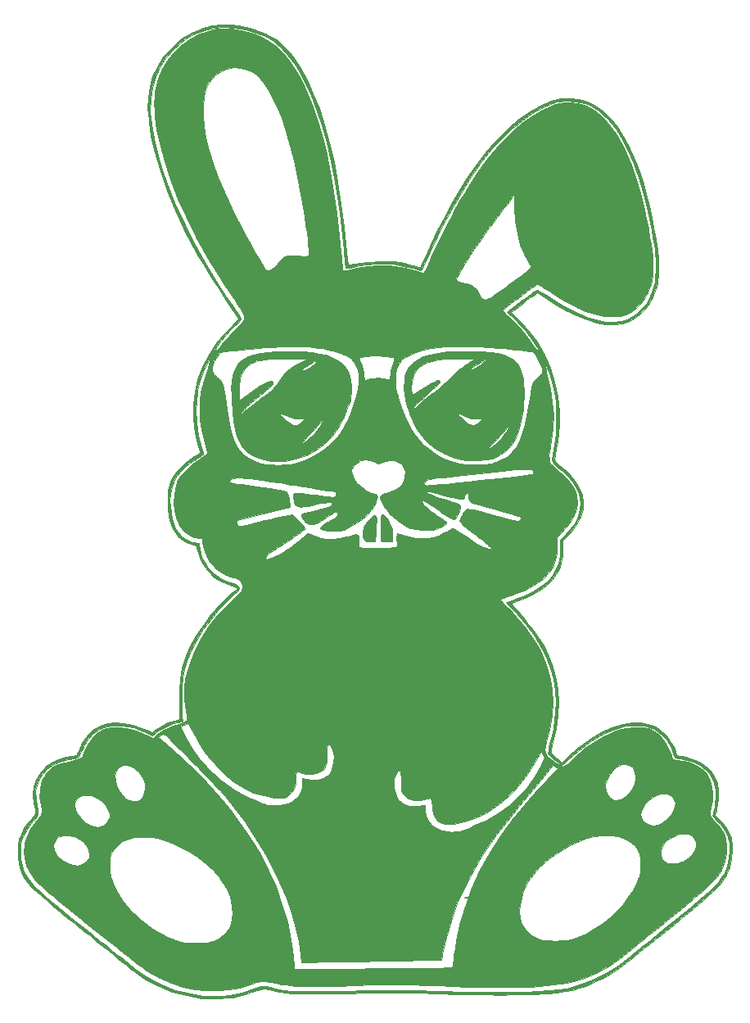
<source format=gbr>
%TF.GenerationSoftware,KiCad,Pcbnew,9.0.6*%
%TF.CreationDate,2025-11-24T07:47:15+01:00*%
%TF.ProjectId,Jo_Rabbit,4a6f5f52-6162-4626-9974-2e6b69636164,rev?*%
%TF.SameCoordinates,Original*%
%TF.FileFunction,Legend,Top*%
%TF.FilePolarity,Positive*%
%FSLAX46Y46*%
G04 Gerber Fmt 4.6, Leading zero omitted, Abs format (unit mm)*
G04 Created by KiCad (PCBNEW 9.0.6) date 2025-11-24 07:47:15*
%MOMM*%
%LPD*%
G01*
G04 APERTURE LIST*
%ADD10C,0.150000*%
%ADD11C,0.010000*%
%ADD12C,0.120000*%
G04 APERTURE END LIST*
D10*
X124307000Y-148115000D02*
X128117000Y-148115000D01*
D11*
%TO.C,G\u002A\u002A\u002A*%
X115024904Y-108579904D02*
X115074545Y-108626103D01*
X115106216Y-108721524D01*
X115120951Y-108887345D01*
X115119787Y-109144746D01*
X115103759Y-109514907D01*
X115073903Y-110019007D01*
X115047542Y-110428966D01*
X114993763Y-111254466D01*
X114449236Y-111254466D01*
X114151241Y-111249118D01*
X113977721Y-111222737D01*
X113883908Y-111159819D01*
X113825035Y-111044859D01*
X113822137Y-111037288D01*
X113755903Y-110725733D01*
X113744097Y-110330404D01*
X113788871Y-109928588D01*
X113790992Y-109917837D01*
X113875895Y-109704462D01*
X114040016Y-109440099D01*
X114253178Y-109159869D01*
X114485206Y-108898887D01*
X114705922Y-108692273D01*
X114885150Y-108575145D01*
X114956258Y-108561746D01*
X115024904Y-108579904D01*
G36*
X115024904Y-108579904D02*
G01*
X115074545Y-108626103D01*
X115106216Y-108721524D01*
X115120951Y-108887345D01*
X115119787Y-109144746D01*
X115103759Y-109514907D01*
X115073903Y-110019007D01*
X115047542Y-110428966D01*
X114993763Y-111254466D01*
X114449236Y-111254466D01*
X114151241Y-111249118D01*
X113977721Y-111222737D01*
X113883908Y-111159819D01*
X113825035Y-111044859D01*
X113822137Y-111037288D01*
X113755903Y-110725733D01*
X113744097Y-110330404D01*
X113788871Y-109928588D01*
X113790992Y-109917837D01*
X113875895Y-109704462D01*
X114040016Y-109440099D01*
X114253178Y-109159869D01*
X114485206Y-108898887D01*
X114705922Y-108692273D01*
X114885150Y-108575145D01*
X114956258Y-108561746D01*
X115024904Y-108579904D01*
G37*
X115937584Y-108589202D02*
X116135905Y-108825832D01*
X116389257Y-109209345D01*
X116444960Y-109300613D01*
X116616441Y-109595123D01*
X116718479Y-109820316D01*
X116769020Y-110042214D01*
X116786010Y-110326841D01*
X116787566Y-110561056D01*
X116787566Y-111254466D01*
X116328824Y-111254466D01*
X116044739Y-111263601D01*
X115817569Y-111286984D01*
X115736158Y-111305858D01*
X115680564Y-111308880D01*
X115641567Y-111251501D01*
X115615549Y-111108996D01*
X115598889Y-110856641D01*
X115587969Y-110469710D01*
X115584347Y-110268691D01*
X115575892Y-109701697D01*
X115572626Y-109280177D01*
X115575772Y-108980321D01*
X115586551Y-108778315D01*
X115606186Y-108650347D01*
X115635901Y-108572607D01*
X115673917Y-108524248D01*
X115786265Y-108491370D01*
X115937584Y-108589202D01*
G36*
X115937584Y-108589202D02*
G01*
X116135905Y-108825832D01*
X116389257Y-109209345D01*
X116444960Y-109300613D01*
X116616441Y-109595123D01*
X116718479Y-109820316D01*
X116769020Y-110042214D01*
X116786010Y-110326841D01*
X116787566Y-110561056D01*
X116787566Y-111254466D01*
X116328824Y-111254466D01*
X116044739Y-111263601D01*
X115817569Y-111286984D01*
X115736158Y-111305858D01*
X115680564Y-111308880D01*
X115641567Y-111251501D01*
X115615549Y-111108996D01*
X115598889Y-110856641D01*
X115587969Y-110469710D01*
X115584347Y-110268691D01*
X115575892Y-109701697D01*
X115572626Y-109280177D01*
X115575772Y-108980321D01*
X115586551Y-108778315D01*
X115606186Y-108650347D01*
X115635901Y-108572607D01*
X115673917Y-108524248D01*
X115786265Y-108491370D01*
X115937584Y-108589202D01*
G37*
X124945232Y-91637152D02*
X125000233Y-91638323D01*
X126045994Y-91676581D01*
X126938354Y-91746322D01*
X127691437Y-91854365D01*
X128319371Y-92007532D01*
X128836280Y-92212642D01*
X129256291Y-92476515D01*
X129593530Y-92805971D01*
X129862122Y-93207831D01*
X130076194Y-93688915D01*
X130224614Y-94160704D01*
X130297507Y-94550918D01*
X130345862Y-95066832D01*
X130369747Y-95666612D01*
X130369232Y-96308423D01*
X130344389Y-96950431D01*
X130295286Y-97550801D01*
X130221994Y-98067698D01*
X130218038Y-98088800D01*
X130051887Y-98863884D01*
X129859181Y-99593479D01*
X129651293Y-100239431D01*
X129439600Y-100763590D01*
X129389926Y-100866166D01*
X128987821Y-101478559D01*
X128453032Y-102000281D01*
X127803900Y-102417253D01*
X127058762Y-102715393D01*
X126936439Y-102749906D01*
X126647935Y-102804911D01*
X126246043Y-102853065D01*
X125781076Y-102891384D01*
X125303346Y-102916889D01*
X124863166Y-102926597D01*
X124510848Y-102917527D01*
X124365233Y-102902269D01*
X123230430Y-102643377D01*
X122197038Y-102251855D01*
X121291308Y-101742435D01*
X126585623Y-101742435D01*
X126628268Y-101743463D01*
X126743931Y-101687116D01*
X126762936Y-101676727D01*
X127003315Y-101520944D01*
X127306452Y-101291963D01*
X127613647Y-101034577D01*
X127666332Y-100987336D01*
X127985908Y-100662641D01*
X128306277Y-100278235D01*
X128594019Y-99879700D01*
X128815713Y-99512620D01*
X128922416Y-99274133D01*
X128903874Y-99246087D01*
X128801182Y-99331719D01*
X128636094Y-99512580D01*
X128622929Y-99528133D01*
X128435324Y-99741236D01*
X128160586Y-100041079D01*
X127830346Y-100393695D01*
X127476232Y-100765119D01*
X127331707Y-100914727D01*
X126989038Y-101270177D01*
X126756684Y-101518283D01*
X126625320Y-101671539D01*
X126585623Y-101742435D01*
X121291308Y-101742435D01*
X121267941Y-101729293D01*
X120446023Y-101077277D01*
X119809203Y-100392136D01*
X119317834Y-99683602D01*
X118884097Y-98863655D01*
X118553274Y-98051260D01*
X123526752Y-98051260D01*
X123551294Y-98113185D01*
X123689463Y-98296124D01*
X123921105Y-98533621D01*
X124199898Y-98784675D01*
X124479521Y-99008285D01*
X124713654Y-99163450D01*
X124768748Y-99190806D01*
X124962763Y-99274970D01*
X125077398Y-99302018D01*
X125192242Y-99273169D01*
X125362786Y-99199894D01*
X125607456Y-99056061D01*
X125845765Y-98858360D01*
X125870494Y-98832893D01*
X126105755Y-98582465D01*
X125658827Y-98616452D01*
X125305607Y-98615053D01*
X124932781Y-98549779D01*
X124500271Y-98410405D01*
X123967998Y-98186706D01*
X123959912Y-98183047D01*
X123698373Y-98069336D01*
X123562571Y-98026875D01*
X123526752Y-98051260D01*
X118553274Y-98051260D01*
X118521138Y-97972347D01*
X118242102Y-97049727D01*
X118060135Y-96135847D01*
X117988383Y-95270758D01*
X117988804Y-95252755D01*
X118748316Y-95252755D01*
X118751527Y-95661479D01*
X118789097Y-95903742D01*
X118861900Y-96174018D01*
X119655302Y-95632507D01*
X120240639Y-95246517D01*
X120737099Y-94947077D01*
X121134936Y-94739138D01*
X121424400Y-94627651D01*
X121595744Y-94617569D01*
X121621409Y-94633776D01*
X121670225Y-94691953D01*
X121689780Y-94755317D01*
X121668489Y-94835875D01*
X121594765Y-94945633D01*
X121457024Y-95096598D01*
X121243680Y-95300777D01*
X120943149Y-95570177D01*
X120543845Y-95916803D01*
X120034183Y-96352664D01*
X119635966Y-96691440D01*
X119361587Y-96938748D01*
X119144921Y-97160871D01*
X119014285Y-97327241D01*
X118988900Y-97389940D01*
X119013690Y-97515989D01*
X119041344Y-97538466D01*
X119119453Y-97483408D01*
X119293704Y-97333399D01*
X119538501Y-97111191D01*
X119828246Y-96839533D01*
X119835517Y-96832616D01*
X120181555Y-96520186D01*
X120542253Y-96222593D01*
X120869881Y-95977828D01*
X121074239Y-95846629D01*
X121392386Y-95629382D01*
X121792816Y-95293880D01*
X122255923Y-94857119D01*
X122502566Y-94608431D01*
X122846881Y-94260785D01*
X123174533Y-93941769D01*
X123456834Y-93678483D01*
X123628928Y-93529361D01*
X124853779Y-93529361D01*
X124900949Y-93546203D01*
X125069518Y-93475686D01*
X125368377Y-93315114D01*
X125457763Y-93264427D01*
X125787037Y-93063895D01*
X126076068Y-92865198D01*
X126301551Y-92687488D01*
X126440180Y-92549920D01*
X126468653Y-92471645D01*
X126435646Y-92460744D01*
X126309172Y-92505253D01*
X126085678Y-92624101D01*
X125804991Y-92791890D01*
X125506935Y-92983223D01*
X125231337Y-93172702D01*
X125018022Y-93334930D01*
X124919114Y-93427858D01*
X124853779Y-93529361D01*
X123628928Y-93529361D01*
X123665092Y-93498025D01*
X123730233Y-93448850D01*
X123938602Y-93306118D01*
X124232241Y-93103683D01*
X124557448Y-92878595D01*
X124655475Y-92810565D01*
X125284385Y-92373800D01*
X123933588Y-92373800D01*
X122995761Y-92387613D01*
X122201105Y-92431548D01*
X121525527Y-92509346D01*
X120944931Y-92624748D01*
X120435223Y-92781497D01*
X119972309Y-92983333D01*
X119956355Y-92991414D01*
X119553112Y-93235956D01*
X119264622Y-93520158D01*
X119037148Y-93900524D01*
X118985977Y-94011688D01*
X118872245Y-94363422D01*
X118790790Y-94798590D01*
X118748316Y-95252755D01*
X117988804Y-95252755D01*
X117997692Y-94872905D01*
X118048948Y-94338182D01*
X118133296Y-93924113D01*
X118265295Y-93583039D01*
X118459504Y-93267296D01*
X118508271Y-93201438D01*
X118891465Y-92794174D01*
X119378719Y-92451341D01*
X119978207Y-92170968D01*
X120698103Y-91951090D01*
X121546580Y-91789737D01*
X122531811Y-91684942D01*
X123661971Y-91634736D01*
X124945232Y-91637152D01*
G36*
X124945232Y-91637152D02*
G01*
X125000233Y-91638323D01*
X126045994Y-91676581D01*
X126938354Y-91746322D01*
X127691437Y-91854365D01*
X128319371Y-92007532D01*
X128836280Y-92212642D01*
X129256291Y-92476515D01*
X129593530Y-92805971D01*
X129862122Y-93207831D01*
X130076194Y-93688915D01*
X130224614Y-94160704D01*
X130297507Y-94550918D01*
X130345862Y-95066832D01*
X130369747Y-95666612D01*
X130369232Y-96308423D01*
X130344389Y-96950431D01*
X130295286Y-97550801D01*
X130221994Y-98067698D01*
X130218038Y-98088800D01*
X130051887Y-98863884D01*
X129859181Y-99593479D01*
X129651293Y-100239431D01*
X129439600Y-100763590D01*
X129389926Y-100866166D01*
X128987821Y-101478559D01*
X128453032Y-102000281D01*
X127803900Y-102417253D01*
X127058762Y-102715393D01*
X126936439Y-102749906D01*
X126647935Y-102804911D01*
X126246043Y-102853065D01*
X125781076Y-102891384D01*
X125303346Y-102916889D01*
X124863166Y-102926597D01*
X124510848Y-102917527D01*
X124365233Y-102902269D01*
X123230430Y-102643377D01*
X122197038Y-102251855D01*
X121291308Y-101742435D01*
X126585623Y-101742435D01*
X126628268Y-101743463D01*
X126743931Y-101687116D01*
X126762936Y-101676727D01*
X127003315Y-101520944D01*
X127306452Y-101291963D01*
X127613647Y-101034577D01*
X127666332Y-100987336D01*
X127985908Y-100662641D01*
X128306277Y-100278235D01*
X128594019Y-99879700D01*
X128815713Y-99512620D01*
X128922416Y-99274133D01*
X128903874Y-99246087D01*
X128801182Y-99331719D01*
X128636094Y-99512580D01*
X128622929Y-99528133D01*
X128435324Y-99741236D01*
X128160586Y-100041079D01*
X127830346Y-100393695D01*
X127476232Y-100765119D01*
X127331707Y-100914727D01*
X126989038Y-101270177D01*
X126756684Y-101518283D01*
X126625320Y-101671539D01*
X126585623Y-101742435D01*
X121291308Y-101742435D01*
X121267941Y-101729293D01*
X120446023Y-101077277D01*
X119809203Y-100392136D01*
X119317834Y-99683602D01*
X118884097Y-98863655D01*
X118553274Y-98051260D01*
X123526752Y-98051260D01*
X123551294Y-98113185D01*
X123689463Y-98296124D01*
X123921105Y-98533621D01*
X124199898Y-98784675D01*
X124479521Y-99008285D01*
X124713654Y-99163450D01*
X124768748Y-99190806D01*
X124962763Y-99274970D01*
X125077398Y-99302018D01*
X125192242Y-99273169D01*
X125362786Y-99199894D01*
X125607456Y-99056061D01*
X125845765Y-98858360D01*
X125870494Y-98832893D01*
X126105755Y-98582465D01*
X125658827Y-98616452D01*
X125305607Y-98615053D01*
X124932781Y-98549779D01*
X124500271Y-98410405D01*
X123967998Y-98186706D01*
X123959912Y-98183047D01*
X123698373Y-98069336D01*
X123562571Y-98026875D01*
X123526752Y-98051260D01*
X118553274Y-98051260D01*
X118521138Y-97972347D01*
X118242102Y-97049727D01*
X118060135Y-96135847D01*
X117988383Y-95270758D01*
X117988804Y-95252755D01*
X118748316Y-95252755D01*
X118751527Y-95661479D01*
X118789097Y-95903742D01*
X118861900Y-96174018D01*
X119655302Y-95632507D01*
X120240639Y-95246517D01*
X120737099Y-94947077D01*
X121134936Y-94739138D01*
X121424400Y-94627651D01*
X121595744Y-94617569D01*
X121621409Y-94633776D01*
X121670225Y-94691953D01*
X121689780Y-94755317D01*
X121668489Y-94835875D01*
X121594765Y-94945633D01*
X121457024Y-95096598D01*
X121243680Y-95300777D01*
X120943149Y-95570177D01*
X120543845Y-95916803D01*
X120034183Y-96352664D01*
X119635966Y-96691440D01*
X119361587Y-96938748D01*
X119144921Y-97160871D01*
X119014285Y-97327241D01*
X118988900Y-97389940D01*
X119013690Y-97515989D01*
X119041344Y-97538466D01*
X119119453Y-97483408D01*
X119293704Y-97333399D01*
X119538501Y-97111191D01*
X119828246Y-96839533D01*
X119835517Y-96832616D01*
X120181555Y-96520186D01*
X120542253Y-96222593D01*
X120869881Y-95977828D01*
X121074239Y-95846629D01*
X121392386Y-95629382D01*
X121792816Y-95293880D01*
X122255923Y-94857119D01*
X122502566Y-94608431D01*
X122846881Y-94260785D01*
X123174533Y-93941769D01*
X123456834Y-93678483D01*
X123628928Y-93529361D01*
X124853779Y-93529361D01*
X124900949Y-93546203D01*
X125069518Y-93475686D01*
X125368377Y-93315114D01*
X125457763Y-93264427D01*
X125787037Y-93063895D01*
X126076068Y-92865198D01*
X126301551Y-92687488D01*
X126440180Y-92549920D01*
X126468653Y-92471645D01*
X126435646Y-92460744D01*
X126309172Y-92505253D01*
X126085678Y-92624101D01*
X125804991Y-92791890D01*
X125506935Y-92983223D01*
X125231337Y-93172702D01*
X125018022Y-93334930D01*
X124919114Y-93427858D01*
X124853779Y-93529361D01*
X123628928Y-93529361D01*
X123665092Y-93498025D01*
X123730233Y-93448850D01*
X123938602Y-93306118D01*
X124232241Y-93103683D01*
X124557448Y-92878595D01*
X124655475Y-92810565D01*
X125284385Y-92373800D01*
X123933588Y-92373800D01*
X122995761Y-92387613D01*
X122201105Y-92431548D01*
X121525527Y-92509346D01*
X120944931Y-92624748D01*
X120435223Y-92781497D01*
X119972309Y-92983333D01*
X119956355Y-92991414D01*
X119553112Y-93235956D01*
X119264622Y-93520158D01*
X119037148Y-93900524D01*
X118985977Y-94011688D01*
X118872245Y-94363422D01*
X118790790Y-94798590D01*
X118748316Y-95252755D01*
X117988804Y-95252755D01*
X117997692Y-94872905D01*
X118048948Y-94338182D01*
X118133296Y-93924113D01*
X118265295Y-93583039D01*
X118459504Y-93267296D01*
X118508271Y-93201438D01*
X118891465Y-92794174D01*
X119378719Y-92451341D01*
X119978207Y-92170968D01*
X120698103Y-91951090D01*
X121546580Y-91789737D01*
X122531811Y-91684942D01*
X123661971Y-91634736D01*
X124945232Y-91637152D01*
G37*
X106585233Y-91639427D02*
X107618504Y-91687232D01*
X108503458Y-91764583D01*
X109259173Y-91875493D01*
X109904729Y-92023975D01*
X110459205Y-92214041D01*
X110941680Y-92449705D01*
X111196681Y-92609298D01*
X111676544Y-92994080D01*
X112036317Y-93425136D01*
X112286872Y-93926837D01*
X112439077Y-94523557D01*
X112503803Y-95239667D01*
X112507721Y-95548800D01*
X112499610Y-96002055D01*
X112473134Y-96350886D01*
X112417982Y-96660009D01*
X112323845Y-96994142D01*
X112234948Y-97260972D01*
X111752661Y-98446957D01*
X111167942Y-99502510D01*
X110483698Y-100425103D01*
X109702836Y-101212208D01*
X108828265Y-101861301D01*
X107862893Y-102369852D01*
X106809628Y-102735336D01*
X105683894Y-102953665D01*
X105303357Y-102999404D01*
X105026004Y-103022820D01*
X104787157Y-103023879D01*
X104522141Y-103002545D01*
X104166278Y-102958782D01*
X104120422Y-102952808D01*
X103228973Y-102770100D01*
X102459937Y-102470497D01*
X101813064Y-102053841D01*
X101288105Y-101519974D01*
X101075017Y-101183658D01*
X107337455Y-101183658D01*
X107401352Y-101167137D01*
X107536948Y-101098535D01*
X107558020Y-101087232D01*
X107789079Y-100934352D01*
X108085834Y-100698202D01*
X108398593Y-100419446D01*
X108532124Y-100290133D01*
X108793241Y-100004431D01*
X109057991Y-99672413D01*
X109302445Y-99329415D01*
X109502669Y-99010776D01*
X109634734Y-98751832D01*
X109675566Y-98601719D01*
X109626429Y-98635443D01*
X109495524Y-98774042D01*
X109307606Y-98990762D01*
X109233678Y-99079237D01*
X108999469Y-99351465D01*
X108687066Y-99699887D01*
X108336994Y-100079950D01*
X107989776Y-100447101D01*
X107984845Y-100452232D01*
X107668951Y-100782386D01*
X107461955Y-101005118D01*
X107354556Y-101134264D01*
X107337455Y-101183658D01*
X101075017Y-101183658D01*
X100917959Y-100935776D01*
X100697642Y-100392209D01*
X100511902Y-99697711D01*
X100360143Y-98848724D01*
X100241771Y-97841692D01*
X100156187Y-96673058D01*
X100135906Y-96270516D01*
X100131684Y-96049267D01*
X100905994Y-96049267D01*
X100918938Y-96238447D01*
X100972730Y-96758760D01*
X101789315Y-96146966D01*
X102481069Y-95639063D01*
X103054595Y-95241492D01*
X103516858Y-94950564D01*
X103874820Y-94762589D01*
X104135447Y-94673878D01*
X104305703Y-94680744D01*
X104389115Y-94769861D01*
X104406996Y-94885604D01*
X104363555Y-95016516D01*
X104243988Y-95179049D01*
X104033493Y-95389656D01*
X103717268Y-95664786D01*
X103280510Y-96020893D01*
X103219766Y-96069473D01*
X102621473Y-96555913D01*
X102113221Y-96986884D01*
X101702803Y-97354809D01*
X101398014Y-97652111D01*
X101206649Y-97871213D01*
X101136501Y-98004537D01*
X101187733Y-98044888D01*
X101234345Y-98015661D01*
X105103566Y-98015661D01*
X105164274Y-98124046D01*
X105323315Y-98305092D01*
X105546065Y-98526600D01*
X105797898Y-98756370D01*
X106044190Y-98962200D01*
X106250316Y-99111892D01*
X106331233Y-99157362D01*
X106548665Y-99257630D01*
X106675732Y-99299827D01*
X106779484Y-99288280D01*
X106926973Y-99227319D01*
X106990119Y-99199894D01*
X107237567Y-99054666D01*
X107473616Y-98857879D01*
X107490751Y-98840060D01*
X107718937Y-98596800D01*
X107109751Y-98593488D01*
X106764993Y-98579408D01*
X106470657Y-98530610D01*
X106158453Y-98430851D01*
X105802066Y-98282448D01*
X105495350Y-98151507D01*
X105257201Y-98057802D01*
X105121917Y-98014433D01*
X105103566Y-98015661D01*
X101234345Y-98015661D01*
X101270705Y-97992863D01*
X101460820Y-97849691D01*
X101735523Y-97633093D01*
X102072261Y-97360794D01*
X102366489Y-97118631D01*
X102760529Y-96798073D01*
X103134946Y-96504635D01*
X103459969Y-96260832D01*
X103705828Y-96089182D01*
X103811597Y-96025674D01*
X104159140Y-95789896D01*
X104525868Y-95422923D01*
X104923855Y-94911910D01*
X105102921Y-94651712D01*
X105536330Y-94062515D01*
X105965815Y-93609720D01*
X106062979Y-93536047D01*
X107427651Y-93536047D01*
X107439283Y-93598822D01*
X107462795Y-93617264D01*
X107624739Y-93626021D01*
X107878972Y-93525341D01*
X108201226Y-93328618D01*
X108567231Y-93049248D01*
X108703270Y-92932576D01*
X108890068Y-92747694D01*
X108944893Y-92645582D01*
X108881788Y-92623256D01*
X108714792Y-92677731D01*
X108457948Y-92806023D01*
X108125297Y-93005149D01*
X108010457Y-93079815D01*
X107694968Y-93294473D01*
X107506789Y-93440574D01*
X107427651Y-93536047D01*
X106062979Y-93536047D01*
X106421863Y-93263930D01*
X106712233Y-93099970D01*
X107035727Y-92932117D01*
X107341923Y-92766025D01*
X107551711Y-92645245D01*
X107840856Y-92468709D01*
X107616148Y-92412311D01*
X107469042Y-92397890D01*
X107179864Y-92388387D01*
X106775813Y-92383992D01*
X106284084Y-92384896D01*
X105731875Y-92391287D01*
X105422003Y-92397005D01*
X104668996Y-92416897D01*
X104059032Y-92444427D01*
X103565861Y-92483537D01*
X103163231Y-92538169D01*
X102824893Y-92612264D01*
X102524596Y-92709763D01*
X102236091Y-92834608D01*
X102118103Y-92893089D01*
X101822436Y-93110998D01*
X101528762Y-93441015D01*
X101278385Y-93830541D01*
X101141525Y-94136695D01*
X101036615Y-94536640D01*
X100957467Y-95035198D01*
X100911466Y-95562647D01*
X100905994Y-96049267D01*
X100131684Y-96049267D01*
X100120531Y-95464925D01*
X100157374Y-94789643D01*
X100250599Y-94212607D01*
X100404372Y-93701756D01*
X100499056Y-93474716D01*
X100740248Y-93030914D01*
X101030128Y-92682891D01*
X101399645Y-92406964D01*
X101879745Y-92179450D01*
X102430007Y-91997074D01*
X103123783Y-91829699D01*
X103885965Y-91713269D01*
X104741744Y-91645616D01*
X105716315Y-91624572D01*
X106585233Y-91639427D01*
G36*
X106585233Y-91639427D02*
G01*
X107618504Y-91687232D01*
X108503458Y-91764583D01*
X109259173Y-91875493D01*
X109904729Y-92023975D01*
X110459205Y-92214041D01*
X110941680Y-92449705D01*
X111196681Y-92609298D01*
X111676544Y-92994080D01*
X112036317Y-93425136D01*
X112286872Y-93926837D01*
X112439077Y-94523557D01*
X112503803Y-95239667D01*
X112507721Y-95548800D01*
X112499610Y-96002055D01*
X112473134Y-96350886D01*
X112417982Y-96660009D01*
X112323845Y-96994142D01*
X112234948Y-97260972D01*
X111752661Y-98446957D01*
X111167942Y-99502510D01*
X110483698Y-100425103D01*
X109702836Y-101212208D01*
X108828265Y-101861301D01*
X107862893Y-102369852D01*
X106809628Y-102735336D01*
X105683894Y-102953665D01*
X105303357Y-102999404D01*
X105026004Y-103022820D01*
X104787157Y-103023879D01*
X104522141Y-103002545D01*
X104166278Y-102958782D01*
X104120422Y-102952808D01*
X103228973Y-102770100D01*
X102459937Y-102470497D01*
X101813064Y-102053841D01*
X101288105Y-101519974D01*
X101075017Y-101183658D01*
X107337455Y-101183658D01*
X107401352Y-101167137D01*
X107536948Y-101098535D01*
X107558020Y-101087232D01*
X107789079Y-100934352D01*
X108085834Y-100698202D01*
X108398593Y-100419446D01*
X108532124Y-100290133D01*
X108793241Y-100004431D01*
X109057991Y-99672413D01*
X109302445Y-99329415D01*
X109502669Y-99010776D01*
X109634734Y-98751832D01*
X109675566Y-98601719D01*
X109626429Y-98635443D01*
X109495524Y-98774042D01*
X109307606Y-98990762D01*
X109233678Y-99079237D01*
X108999469Y-99351465D01*
X108687066Y-99699887D01*
X108336994Y-100079950D01*
X107989776Y-100447101D01*
X107984845Y-100452232D01*
X107668951Y-100782386D01*
X107461955Y-101005118D01*
X107354556Y-101134264D01*
X107337455Y-101183658D01*
X101075017Y-101183658D01*
X100917959Y-100935776D01*
X100697642Y-100392209D01*
X100511902Y-99697711D01*
X100360143Y-98848724D01*
X100241771Y-97841692D01*
X100156187Y-96673058D01*
X100135906Y-96270516D01*
X100131684Y-96049267D01*
X100905994Y-96049267D01*
X100918938Y-96238447D01*
X100972730Y-96758760D01*
X101789315Y-96146966D01*
X102481069Y-95639063D01*
X103054595Y-95241492D01*
X103516858Y-94950564D01*
X103874820Y-94762589D01*
X104135447Y-94673878D01*
X104305703Y-94680744D01*
X104389115Y-94769861D01*
X104406996Y-94885604D01*
X104363555Y-95016516D01*
X104243988Y-95179049D01*
X104033493Y-95389656D01*
X103717268Y-95664786D01*
X103280510Y-96020893D01*
X103219766Y-96069473D01*
X102621473Y-96555913D01*
X102113221Y-96986884D01*
X101702803Y-97354809D01*
X101398014Y-97652111D01*
X101206649Y-97871213D01*
X101136501Y-98004537D01*
X101187733Y-98044888D01*
X101234345Y-98015661D01*
X105103566Y-98015661D01*
X105164274Y-98124046D01*
X105323315Y-98305092D01*
X105546065Y-98526600D01*
X105797898Y-98756370D01*
X106044190Y-98962200D01*
X106250316Y-99111892D01*
X106331233Y-99157362D01*
X106548665Y-99257630D01*
X106675732Y-99299827D01*
X106779484Y-99288280D01*
X106926973Y-99227319D01*
X106990119Y-99199894D01*
X107237567Y-99054666D01*
X107473616Y-98857879D01*
X107490751Y-98840060D01*
X107718937Y-98596800D01*
X107109751Y-98593488D01*
X106764993Y-98579408D01*
X106470657Y-98530610D01*
X106158453Y-98430851D01*
X105802066Y-98282448D01*
X105495350Y-98151507D01*
X105257201Y-98057802D01*
X105121917Y-98014433D01*
X105103566Y-98015661D01*
X101234345Y-98015661D01*
X101270705Y-97992863D01*
X101460820Y-97849691D01*
X101735523Y-97633093D01*
X102072261Y-97360794D01*
X102366489Y-97118631D01*
X102760529Y-96798073D01*
X103134946Y-96504635D01*
X103459969Y-96260832D01*
X103705828Y-96089182D01*
X103811597Y-96025674D01*
X104159140Y-95789896D01*
X104525868Y-95422923D01*
X104923855Y-94911910D01*
X105102921Y-94651712D01*
X105536330Y-94062515D01*
X105965815Y-93609720D01*
X106062979Y-93536047D01*
X107427651Y-93536047D01*
X107439283Y-93598822D01*
X107462795Y-93617264D01*
X107624739Y-93626021D01*
X107878972Y-93525341D01*
X108201226Y-93328618D01*
X108567231Y-93049248D01*
X108703270Y-92932576D01*
X108890068Y-92747694D01*
X108944893Y-92645582D01*
X108881788Y-92623256D01*
X108714792Y-92677731D01*
X108457948Y-92806023D01*
X108125297Y-93005149D01*
X108010457Y-93079815D01*
X107694968Y-93294473D01*
X107506789Y-93440574D01*
X107427651Y-93536047D01*
X106062979Y-93536047D01*
X106421863Y-93263930D01*
X106712233Y-93099970D01*
X107035727Y-92932117D01*
X107341923Y-92766025D01*
X107551711Y-92645245D01*
X107840856Y-92468709D01*
X107616148Y-92412311D01*
X107469042Y-92397890D01*
X107179864Y-92388387D01*
X106775813Y-92383992D01*
X106284084Y-92384896D01*
X105731875Y-92391287D01*
X105422003Y-92397005D01*
X104668996Y-92416897D01*
X104059032Y-92444427D01*
X103565861Y-92483537D01*
X103163231Y-92538169D01*
X102824893Y-92612264D01*
X102524596Y-92709763D01*
X102236091Y-92834608D01*
X102118103Y-92893089D01*
X101822436Y-93110998D01*
X101528762Y-93441015D01*
X101278385Y-93830541D01*
X101141525Y-94136695D01*
X101036615Y-94536640D01*
X100957467Y-95035198D01*
X100911466Y-95562647D01*
X100905994Y-96049267D01*
X100131684Y-96049267D01*
X100120531Y-95464925D01*
X100157374Y-94789643D01*
X100250599Y-94212607D01*
X100404372Y-93701756D01*
X100499056Y-93474716D01*
X100740248Y-93030914D01*
X101030128Y-92682891D01*
X101399645Y-92406964D01*
X101879745Y-92179450D01*
X102430007Y-91997074D01*
X103123783Y-91829699D01*
X103885965Y-91713269D01*
X104741744Y-91645616D01*
X105716315Y-91624572D01*
X106585233Y-91639427D01*
G37*
X100166175Y-57863482D02*
X100827900Y-57956029D01*
X101624417Y-58112619D01*
X102313320Y-58292141D01*
X102956288Y-58514006D01*
X103615003Y-58797622D01*
X103833566Y-58901856D01*
X104268457Y-59119646D01*
X104600296Y-59307960D01*
X104880462Y-59503548D01*
X105160331Y-59743161D01*
X105491280Y-60063550D01*
X105575176Y-60147650D01*
X106146010Y-60768502D01*
X106671700Y-61443836D01*
X107174442Y-62205891D01*
X107676433Y-63086906D01*
X107917797Y-63550016D01*
X108582272Y-64973495D01*
X109192898Y-66525890D01*
X109750651Y-68211429D01*
X110256506Y-70034341D01*
X110711436Y-71998856D01*
X111116418Y-74109202D01*
X111472424Y-76369610D01*
X111780432Y-78784307D01*
X112041414Y-81357523D01*
X112053574Y-81494133D01*
X112092284Y-81921714D01*
X112126780Y-82283915D01*
X112153989Y-82549857D01*
X112170840Y-82688662D01*
X112173702Y-82701465D01*
X112257744Y-82695785D01*
X112475579Y-82664180D01*
X112794539Y-82611773D01*
X113181952Y-82543689D01*
X113197120Y-82540946D01*
X113667562Y-82464660D01*
X114129017Y-82411159D01*
X114628345Y-82377029D01*
X115212408Y-82358862D01*
X115771566Y-82353528D01*
X116328321Y-82352838D01*
X116755781Y-82357709D01*
X117093981Y-82372605D01*
X117382955Y-82401985D01*
X117662740Y-82450311D01*
X117973368Y-82522043D01*
X118354876Y-82621642D01*
X118480900Y-82655412D01*
X118896327Y-82762215D01*
X119251271Y-82844584D01*
X119514967Y-82896057D01*
X119656648Y-82910170D01*
X119671409Y-82905497D01*
X119720386Y-82811441D01*
X119823155Y-82590831D01*
X119966558Y-82272651D01*
X120137437Y-81885884D01*
X120216044Y-81705800D01*
X120800897Y-80419622D01*
X121452294Y-79091584D01*
X122154886Y-77748106D01*
X122893325Y-76415608D01*
X123652261Y-75120509D01*
X124416345Y-73889230D01*
X125170229Y-72748192D01*
X125898564Y-71723813D01*
X126378313Y-71098674D01*
X127507769Y-69785029D01*
X128684204Y-68620481D01*
X129901947Y-67609802D01*
X131155330Y-66757764D01*
X132239233Y-66164395D01*
X133226392Y-65760790D01*
X134190552Y-65524118D01*
X135129039Y-65454002D01*
X136039176Y-65550064D01*
X136918289Y-65811927D01*
X137763700Y-66239213D01*
X138572735Y-66831544D01*
X138870701Y-67100424D01*
X139528864Y-67785933D01*
X140117105Y-68530955D01*
X140660031Y-69370434D01*
X141182250Y-70339317D01*
X141254127Y-70485262D01*
X141672887Y-71387716D01*
X142053523Y-72304756D01*
X142402440Y-73258023D01*
X142726046Y-74269157D01*
X143030747Y-75359798D01*
X143322950Y-76551585D01*
X143609061Y-77866160D01*
X143895486Y-79325162D01*
X143936833Y-79546800D01*
X144047339Y-80154388D01*
X144128665Y-80643009D01*
X144185355Y-81059636D01*
X144221957Y-81451240D01*
X144243014Y-81864794D01*
X144253074Y-82347273D01*
X144256380Y-82848800D01*
X144256610Y-83427221D01*
X144250904Y-83869244D01*
X144236433Y-84207775D01*
X144210371Y-84475719D01*
X144169891Y-84705982D01*
X144112167Y-84931471D01*
X144063622Y-85092466D01*
X143701243Y-86020754D01*
X143235538Y-86831158D01*
X142675989Y-87516896D01*
X142032078Y-88071186D01*
X141313289Y-88487246D01*
X140529102Y-88758297D01*
X139689000Y-88877554D01*
X138822484Y-88840868D01*
X137875670Y-88662089D01*
X136882626Y-88362693D01*
X135832576Y-87938103D01*
X134714748Y-87383739D01*
X133518366Y-86695024D01*
X132979906Y-86358231D01*
X131773245Y-85586854D01*
X131470163Y-85774169D01*
X131297409Y-85892325D01*
X131024236Y-86092513D01*
X130682389Y-86350902D01*
X130303612Y-86643664D01*
X130123204Y-86785296D01*
X129079325Y-87609110D01*
X129756629Y-88276955D01*
X130817914Y-89432048D01*
X131725631Y-90654417D01*
X132481508Y-91947927D01*
X133087276Y-93316444D01*
X133544663Y-94763831D01*
X133855400Y-96293956D01*
X134014154Y-97792466D01*
X134031132Y-98478865D01*
X134007568Y-99271287D01*
X133947688Y-100112451D01*
X133855721Y-100945072D01*
X133735892Y-101711868D01*
X133717942Y-101806544D01*
X133647642Y-102186098D01*
X133592063Y-102519443D01*
X133558454Y-102761188D01*
X133551822Y-102846636D01*
X133604527Y-102983665D01*
X133771225Y-103176163D01*
X134064318Y-103437304D01*
X134250066Y-103588137D01*
X135037300Y-104289739D01*
X135657152Y-105007401D01*
X136109400Y-105738723D01*
X136393825Y-106481303D01*
X136510204Y-107232743D01*
X136458318Y-107990641D01*
X136237944Y-108752597D01*
X135848861Y-109516210D01*
X135290849Y-110279082D01*
X134905402Y-110704133D01*
X134412430Y-111212133D01*
X134378425Y-112228133D01*
X134335806Y-112888097D01*
X134247417Y-113434750D01*
X134098728Y-113921207D01*
X133875211Y-114400582D01*
X133701377Y-114703213D01*
X133284109Y-115284518D01*
X132763427Y-115813663D01*
X132126705Y-116298852D01*
X131361314Y-116748289D01*
X130454627Y-117170176D01*
X129394015Y-117572717D01*
X129163395Y-117651263D01*
X129142148Y-117727608D01*
X129248527Y-117903071D01*
X129403717Y-118091202D01*
X130187792Y-119000828D01*
X130858912Y-119816226D01*
X131429789Y-120556667D01*
X131913136Y-121241420D01*
X132321665Y-121889755D01*
X132668088Y-122520941D01*
X132965118Y-123154248D01*
X133225467Y-123808945D01*
X133285016Y-123974545D01*
X133636007Y-125205248D01*
X133853910Y-126511916D01*
X133938395Y-127865396D01*
X133889128Y-129236533D01*
X133705779Y-130596175D01*
X133388015Y-131915168D01*
X133375899Y-131955466D01*
X133243094Y-132411591D01*
X133166823Y-132739430D01*
X133148471Y-132970797D01*
X133189418Y-133137505D01*
X133291048Y-133271369D01*
X133438336Y-133392129D01*
X133710278Y-133605872D01*
X133980190Y-133836711D01*
X134037408Y-133889134D01*
X134311583Y-134145761D01*
X134968741Y-133511450D01*
X136094071Y-132509687D01*
X137220776Y-131676120D01*
X138351032Y-131009615D01*
X139487011Y-130509039D01*
X140630890Y-130173257D01*
X141679566Y-130010039D01*
X142407393Y-130009584D01*
X143135986Y-130129099D01*
X143803760Y-130356912D01*
X143988905Y-130447759D01*
X144574071Y-130844767D01*
X145113964Y-131372060D01*
X145577947Y-131991223D01*
X145935384Y-132663842D01*
X146086022Y-133077300D01*
X146171552Y-133307499D01*
X146270084Y-133413128D01*
X146407725Y-133437133D01*
X146730367Y-133472572D01*
X147152251Y-133568840D01*
X147621249Y-133710864D01*
X148085236Y-133883570D01*
X148340012Y-133995877D01*
X149047083Y-134412773D01*
X149619340Y-134927536D01*
X150052682Y-135535206D01*
X150343006Y-136230824D01*
X150411346Y-136500064D01*
X150456770Y-136868252D01*
X150468496Y-137346191D01*
X150449362Y-137878288D01*
X150402206Y-138408950D01*
X150329867Y-138882585D01*
X150278258Y-139106446D01*
X150152161Y-139568760D01*
X150743093Y-140178190D01*
X151225290Y-140748037D01*
X151570695Y-141335837D01*
X151792618Y-141976194D01*
X151904367Y-142703711D01*
X151924233Y-143249090D01*
X151844465Y-144128402D01*
X151610746Y-145023741D01*
X151236093Y-145894009D01*
X151075933Y-146184892D01*
X150912306Y-146434600D01*
X150716889Y-146676697D01*
X150461363Y-146944746D01*
X150117407Y-147272313D01*
X149919986Y-147453781D01*
X149465670Y-147864499D01*
X149001788Y-148274828D01*
X148511767Y-148698608D01*
X147979031Y-149149674D01*
X147387003Y-149641866D01*
X146719110Y-150189021D01*
X145958776Y-150804977D01*
X145089426Y-151503570D01*
X144600566Y-151894672D01*
X144009259Y-152368158D01*
X143422348Y-152839963D01*
X142862407Y-153291807D01*
X142352012Y-153705411D01*
X141913736Y-154062495D01*
X141570153Y-154344779D01*
X141403083Y-154483874D01*
X140656205Y-155084511D01*
X139948718Y-155590110D01*
X139218539Y-156041191D01*
X138403584Y-156478276D01*
X138165900Y-156596716D01*
X137418939Y-156947851D01*
X136726634Y-157233987D01*
X136053967Y-157463901D01*
X135365923Y-157646369D01*
X134627486Y-157790170D01*
X133803638Y-157904079D01*
X132859364Y-157996874D01*
X132450900Y-158029237D01*
X131534568Y-158084108D01*
X130464599Y-158123453D01*
X129255974Y-158147277D01*
X127923675Y-158155588D01*
X126482684Y-158148391D01*
X124947982Y-158125693D01*
X123334551Y-158087500D01*
X121657373Y-158033820D01*
X121401900Y-158024457D01*
X119509820Y-157964707D01*
X117776772Y-157932284D01*
X116205754Y-157927230D01*
X115221233Y-157939653D01*
X114426632Y-157955519D01*
X113518274Y-157973610D01*
X112551704Y-157992824D01*
X111582464Y-158012057D01*
X110666099Y-158030205D01*
X109987565Y-158043613D01*
X108876375Y-158059248D01*
X107914148Y-158058332D01*
X107081215Y-158039722D01*
X106357906Y-158002273D01*
X105724553Y-157944839D01*
X105161488Y-157866275D01*
X104649040Y-157765437D01*
X104468634Y-157722329D01*
X103950772Y-157606656D01*
X103532851Y-157555994D01*
X103157031Y-157573873D01*
X102765474Y-157663822D01*
X102300344Y-157829370D01*
X102224900Y-157859244D01*
X101770464Y-158024605D01*
X101263101Y-158184341D01*
X100791741Y-158311090D01*
X100658566Y-158341159D01*
X100153594Y-158423637D01*
X99539109Y-158487170D01*
X98869350Y-158529387D01*
X98198555Y-158547914D01*
X97580960Y-158540379D01*
X97070805Y-158504409D01*
X97032716Y-158499785D01*
X95482181Y-158230050D01*
X94019881Y-157826116D01*
X92654313Y-157290767D01*
X91490351Y-156684350D01*
X91125138Y-156463981D01*
X90786280Y-156247693D01*
X90449909Y-156017817D01*
X90092157Y-155756681D01*
X89689154Y-155446615D01*
X89217031Y-155069948D01*
X88651919Y-154609009D01*
X88339566Y-154351761D01*
X87909877Y-153999720D01*
X87378133Y-153568225D01*
X86775512Y-153082330D01*
X86133192Y-152567091D01*
X85482351Y-152047564D01*
X84854169Y-151548805D01*
X84698900Y-151426016D01*
X83893255Y-150784736D01*
X83106275Y-150149232D01*
X82351800Y-149531241D01*
X81643671Y-148942500D01*
X80995727Y-148394743D01*
X80421809Y-147899707D01*
X79935759Y-147469128D01*
X79551415Y-147114742D01*
X79282619Y-146848285D01*
X79221375Y-146781358D01*
X78749107Y-146146233D01*
X78405449Y-145451238D01*
X78183203Y-144675027D01*
X78075168Y-143796251D01*
X78061804Y-143343133D01*
X78063864Y-142999926D01*
X78293901Y-142999926D01*
X78301141Y-143543475D01*
X78359325Y-144129177D01*
X78462890Y-144699332D01*
X78594498Y-145163466D01*
X78695878Y-145425179D01*
X78817134Y-145681017D01*
X78966866Y-145939177D01*
X79153673Y-146207854D01*
X79386154Y-146495245D01*
X79672909Y-146809545D01*
X80022536Y-147158951D01*
X80443635Y-147551657D01*
X80944806Y-147995860D01*
X81534647Y-148499756D01*
X82221758Y-149071541D01*
X83014738Y-149719411D01*
X83922186Y-150451560D01*
X84952702Y-151276186D01*
X85291566Y-151546358D01*
X85939374Y-152063399D01*
X86577701Y-152574559D01*
X87187478Y-153064450D01*
X87749636Y-153517685D01*
X88245107Y-153918876D01*
X88654820Y-154252634D01*
X88959708Y-154503571D01*
X89059233Y-154586725D01*
X90160294Y-155461968D01*
X91217260Y-156192870D01*
X92250221Y-156791791D01*
X93279272Y-157271084D01*
X93673566Y-157424457D01*
X94359174Y-157649145D01*
X95146028Y-157861371D01*
X95966080Y-158045217D01*
X96751278Y-158184766D01*
X97149475Y-158237527D01*
X97757299Y-158278673D01*
X98462514Y-158283367D01*
X99197733Y-158254170D01*
X99895570Y-158193640D01*
X100447974Y-158112226D01*
X101191765Y-157934605D01*
X101962787Y-157687377D01*
X102648233Y-157408575D01*
X102895758Y-157307498D01*
X103128444Y-157252889D01*
X103385812Y-157245293D01*
X103707382Y-157285255D01*
X104132673Y-157373320D01*
X104383900Y-157432511D01*
X104985269Y-157560349D01*
X105620855Y-157659856D01*
X106313614Y-157732511D01*
X107086508Y-157779794D01*
X107962493Y-157803185D01*
X108964531Y-157804161D01*
X109914542Y-157788874D01*
X111261871Y-157759344D01*
X112457524Y-157734071D01*
X113519107Y-157713044D01*
X114464223Y-157696247D01*
X115310478Y-157683667D01*
X116075475Y-157675290D01*
X116776819Y-157671103D01*
X117432115Y-157671092D01*
X118058966Y-157675244D01*
X118674977Y-157683544D01*
X119297754Y-157695979D01*
X119944899Y-157712535D01*
X120634017Y-157733198D01*
X121382713Y-157757956D01*
X122001634Y-157779474D01*
X124006330Y-157840831D01*
X125871773Y-157878796D01*
X127594452Y-157893451D01*
X129170857Y-157884878D01*
X130597474Y-157853161D01*
X131870794Y-157798382D01*
X132987305Y-157720622D01*
X133943495Y-157619964D01*
X134735853Y-157496491D01*
X134827040Y-157478688D01*
X136195564Y-157120969D01*
X137550282Y-156602946D01*
X138873265Y-155933596D01*
X140146581Y-155121899D01*
X141256233Y-154259281D01*
X141483174Y-154069427D01*
X141823341Y-153789374D01*
X142257662Y-153434611D01*
X142767064Y-153020631D01*
X143332476Y-152562926D01*
X143934824Y-152076988D01*
X144555035Y-151578308D01*
X144705581Y-151457524D01*
X145763961Y-150606044D01*
X146696404Y-149849552D01*
X147511522Y-149180226D01*
X148217927Y-148590243D01*
X148824231Y-148071782D01*
X149339048Y-147617019D01*
X149770990Y-147218133D01*
X150128669Y-146867301D01*
X150420699Y-146556701D01*
X150655690Y-146278511D01*
X150842257Y-146024907D01*
X150989011Y-145788069D01*
X151029204Y-145714100D01*
X151370822Y-144911989D01*
X151585241Y-144066398D01*
X151666297Y-143216774D01*
X151607827Y-142402566D01*
X151574212Y-142225467D01*
X151375935Y-141578247D01*
X151062558Y-140996970D01*
X150610897Y-140441165D01*
X150469907Y-140297756D01*
X150220065Y-140039941D01*
X150024839Y-139815820D01*
X149911196Y-139657555D01*
X149893238Y-139609986D01*
X149914939Y-139466153D01*
X149969753Y-139222014D01*
X150020481Y-139025133D01*
X150088282Y-138708961D01*
X150150701Y-138304323D01*
X150195540Y-137891948D01*
X150199603Y-137839800D01*
X150200256Y-137015734D01*
X150070964Y-136294317D01*
X149808534Y-135665917D01*
X149409775Y-135120901D01*
X149243278Y-134953537D01*
X148574157Y-134441326D01*
X147799264Y-134050627D01*
X146939838Y-133790958D01*
X146472106Y-133711573D01*
X145978191Y-133648800D01*
X145832817Y-133178478D01*
X145538503Y-132448815D01*
X145125151Y-131808850D01*
X144677029Y-131318972D01*
X144235792Y-130931071D01*
X143819719Y-130656259D01*
X143382366Y-130475937D01*
X142877294Y-130371510D01*
X142258060Y-130324380D01*
X142187566Y-130322087D01*
X141700255Y-130314801D01*
X141314381Y-130330509D01*
X140962828Y-130375998D01*
X140578476Y-130458055D01*
X140399501Y-130502899D01*
X139335415Y-130856733D01*
X138254717Y-131373052D01*
X137165545Y-132046828D01*
X136076041Y-132873030D01*
X135006767Y-133834558D01*
X134745517Y-134072491D01*
X134513402Y-134255830D01*
X134346693Y-134357044D01*
X134303372Y-134368466D01*
X134162501Y-134315341D01*
X133948450Y-134176949D01*
X133737706Y-134008633D01*
X133477349Y-133782473D01*
X133231059Y-133570391D01*
X133092125Y-133452117D01*
X132949199Y-133310273D01*
X132890802Y-133162327D01*
X132894190Y-132937320D01*
X132902165Y-132859450D01*
X132944646Y-132599135D01*
X133021539Y-132237746D01*
X133119329Y-131836617D01*
X133166649Y-131659133D01*
X133404545Y-130688444D01*
X133559968Y-129781522D01*
X133643453Y-128860629D01*
X133665780Y-127976133D01*
X133608948Y-126732678D01*
X133432042Y-125536878D01*
X133129150Y-124375907D01*
X132694358Y-123236941D01*
X132121753Y-122107153D01*
X131405421Y-120973719D01*
X130539450Y-119823814D01*
X129517927Y-118644613D01*
X129212294Y-118317023D01*
X128949394Y-118034436D01*
X128739632Y-117799641D01*
X128604689Y-117637574D01*
X128565803Y-117573436D01*
X128654277Y-117537372D01*
X128869931Y-117458997D01*
X129179515Y-117350176D01*
X129517724Y-117233708D01*
X130496732Y-116857794D01*
X131366560Y-116438289D01*
X132111203Y-115984648D01*
X132714657Y-115506326D01*
X133063454Y-115138924D01*
X133336081Y-114749721D01*
X133608942Y-114266055D01*
X133848329Y-113755238D01*
X134020530Y-113284585D01*
X134054250Y-113160462D01*
X134099215Y-112876126D01*
X134128205Y-112493060D01*
X134136511Y-112081495D01*
X134134336Y-111965347D01*
X134111843Y-111192569D01*
X134699538Y-110540736D01*
X135215647Y-109939171D01*
X135607841Y-109407739D01*
X135889729Y-108917774D01*
X136074920Y-108440610D01*
X136177021Y-107947581D01*
X136209641Y-107410022D01*
X136209640Y-107359800D01*
X136171951Y-106785860D01*
X136051891Y-106277940D01*
X135831061Y-105783238D01*
X135491063Y-105248955D01*
X135457910Y-105202567D01*
X134944822Y-104576186D01*
X134339730Y-104007770D01*
X133871204Y-103645003D01*
X133538175Y-103367664D01*
X133347373Y-103099284D01*
X133281003Y-102793451D01*
X133321267Y-102403752D01*
X133347731Y-102279800D01*
X133535252Y-101267976D01*
X133662434Y-100163731D01*
X133726996Y-99021532D01*
X133726659Y-97895849D01*
X133659144Y-96841150D01*
X133596437Y-96336870D01*
X133494693Y-95758959D01*
X133358725Y-95135828D01*
X133201086Y-94515340D01*
X133034326Y-93945356D01*
X132870996Y-93473739D01*
X132801418Y-93305133D01*
X132632194Y-92924133D01*
X132626860Y-93262800D01*
X132649858Y-93525826D01*
X132714994Y-93866461D01*
X132790939Y-94151800D01*
X133109519Y-95425742D01*
X133314055Y-96781853D01*
X133402557Y-98175466D01*
X133373031Y-99561911D01*
X133223484Y-100896522D01*
X133117210Y-101464948D01*
X133023938Y-101986759D01*
X132978132Y-102436362D01*
X132980585Y-102729696D01*
X133027297Y-103016375D01*
X133127503Y-103219973D01*
X133323868Y-103423239D01*
X133350167Y-103446498D01*
X133966437Y-103995156D01*
X134463995Y-104459034D01*
X134857988Y-104857063D01*
X135163565Y-105208172D01*
X135395871Y-105531291D01*
X135570055Y-105845349D01*
X135701263Y-106169276D01*
X135801608Y-106510059D01*
X135888850Y-107189118D01*
X135807445Y-107881383D01*
X135557539Y-108586508D01*
X135139276Y-109304146D01*
X134552800Y-110033951D01*
X134164123Y-110435018D01*
X133745129Y-110843236D01*
X133786330Y-111630937D01*
X133768542Y-112488718D01*
X133615360Y-113259398D01*
X133319720Y-113966354D01*
X132881815Y-114623851D01*
X132428024Y-115110818D01*
X131869191Y-115555158D01*
X131190616Y-115965350D01*
X130377599Y-116349868D01*
X129415438Y-116717189D01*
X129021900Y-116849394D01*
X128618155Y-116981932D01*
X128275933Y-117096419D01*
X128025620Y-117182526D01*
X127897603Y-117229925D01*
X127887820Y-117234848D01*
X127932932Y-117301121D01*
X128078637Y-117468617D01*
X128306944Y-117717682D01*
X128599858Y-118028663D01*
X128914475Y-118356212D01*
X129670904Y-119176056D01*
X130380793Y-120021736D01*
X131021892Y-120863788D01*
X131571950Y-121672748D01*
X132008715Y-122419151D01*
X132065601Y-122528842D01*
X132624372Y-123811853D01*
X133023674Y-125144434D01*
X133262881Y-126517481D01*
X133341370Y-127921890D01*
X133258513Y-129348557D01*
X133013686Y-130788376D01*
X132710372Y-131913133D01*
X132578421Y-132429998D01*
X132546787Y-132833909D01*
X132615029Y-133148004D01*
X132684291Y-133275389D01*
X132883226Y-133512979D01*
X133164442Y-133775949D01*
X133490262Y-134036795D01*
X133823011Y-134268012D01*
X134125013Y-134442096D01*
X134358591Y-134531543D01*
X134413560Y-134537800D01*
X134581173Y-134474173D01*
X134851399Y-134286740D01*
X135217130Y-133980669D01*
X135374236Y-133839300D01*
X136159513Y-133142807D01*
X136867874Y-132562530D01*
X137525029Y-132079994D01*
X138156687Y-131676724D01*
X138788560Y-131334246D01*
X139007060Y-131228815D01*
X139738491Y-130916020D01*
X140404151Y-130703335D01*
X141063529Y-130576925D01*
X141776114Y-130522952D01*
X142060566Y-130518581D01*
X142495906Y-130519625D01*
X142805868Y-130530412D01*
X143034400Y-130558725D01*
X143225445Y-130612341D01*
X143422949Y-130699042D01*
X143604564Y-130791928D01*
X144256389Y-131225702D01*
X144810808Y-131786327D01*
X145250455Y-132451429D01*
X145557963Y-133198637D01*
X145605665Y-133369892D01*
X145720209Y-133818133D01*
X146244725Y-133877031D01*
X146904132Y-133992414D01*
X147558414Y-134181809D01*
X148164926Y-134428299D01*
X148681019Y-134714968D01*
X149015052Y-134975962D01*
X149370095Y-135424075D01*
X149637344Y-135986117D01*
X149810874Y-136627793D01*
X149884759Y-137314805D01*
X149853073Y-138012855D01*
X149709890Y-138687647D01*
X149674898Y-138795070D01*
X149581889Y-139153876D01*
X149585229Y-139458975D01*
X149697700Y-139748877D01*
X149932082Y-140062092D01*
X150181577Y-140321775D01*
X150460274Y-140621055D01*
X150716962Y-140941226D01*
X150904266Y-141222234D01*
X150930844Y-141271621D01*
X151194893Y-141976336D01*
X151314526Y-142744775D01*
X151290927Y-143554217D01*
X151125284Y-144381936D01*
X150818783Y-145205210D01*
X150714300Y-145419369D01*
X150543278Y-145688823D01*
X150273402Y-146020023D01*
X149899829Y-146417365D01*
X149417715Y-146885247D01*
X148822218Y-147428066D01*
X148108493Y-148050218D01*
X147271697Y-148756101D01*
X146306987Y-149550112D01*
X145209519Y-150436647D01*
X145023900Y-150585278D01*
X144415320Y-151073264D01*
X143804776Y-151565050D01*
X143215638Y-152041655D01*
X142671275Y-152484098D01*
X142195055Y-152873394D01*
X141810347Y-153190564D01*
X141594900Y-153370558D01*
X140343338Y-154356845D01*
X139105677Y-155193646D01*
X137887898Y-155877834D01*
X136695980Y-156406285D01*
X135535906Y-156775871D01*
X134779233Y-156933096D01*
X134093526Y-157036074D01*
X133394324Y-157124903D01*
X132669805Y-157199735D01*
X131908147Y-157260723D01*
X131097529Y-157308019D01*
X130226130Y-157341775D01*
X129282127Y-157362144D01*
X128253699Y-157369278D01*
X127129025Y-157363329D01*
X125896282Y-157344450D01*
X124543650Y-157312793D01*
X123059305Y-157268510D01*
X121431428Y-157211754D01*
X119648196Y-157142677D01*
X119374980Y-157131605D01*
X118781432Y-157109331D01*
X118222511Y-157093041D01*
X117674605Y-157082923D01*
X117114104Y-157079165D01*
X116517394Y-157081956D01*
X115860865Y-157091486D01*
X115120903Y-157107941D01*
X114273899Y-157131512D01*
X113296238Y-157162386D01*
X112601647Y-157185704D01*
X111386547Y-157225026D01*
X110324048Y-157254126D01*
X109397700Y-157272510D01*
X108591051Y-157279686D01*
X107887649Y-157275159D01*
X107271043Y-157258438D01*
X106724781Y-157229027D01*
X106232412Y-157186435D01*
X105777483Y-157130168D01*
X105343544Y-157059732D01*
X104914142Y-156974634D01*
X104810426Y-156952083D01*
X104171952Y-156827562D01*
X103644252Y-156768611D01*
X103181066Y-156777448D01*
X102736131Y-156856293D01*
X102263186Y-157007363D01*
X102067896Y-157083603D01*
X101056680Y-157412027D01*
X99949852Y-157624269D01*
X98775025Y-157720288D01*
X97559812Y-157700046D01*
X96331825Y-157563503D01*
X95118678Y-157310619D01*
X94383437Y-157094516D01*
X93898662Y-156916077D01*
X93330148Y-156677273D01*
X92729585Y-156402412D01*
X92148667Y-156115805D01*
X91639086Y-155841763D01*
X91344687Y-155665437D01*
X91187365Y-155553810D01*
X90911827Y-155345982D01*
X90531294Y-155052515D01*
X90058989Y-154683967D01*
X89508131Y-154250901D01*
X88891944Y-153763875D01*
X88223649Y-153233450D01*
X87516467Y-152670186D01*
X86783620Y-152084643D01*
X86038330Y-151487382D01*
X85293819Y-150888963D01*
X84563307Y-150299947D01*
X83860018Y-149730892D01*
X83197172Y-149192360D01*
X82587991Y-148694911D01*
X82045696Y-148249105D01*
X81685784Y-147950799D01*
X81235144Y-147569993D01*
X80803885Y-147195310D01*
X80418146Y-146850238D01*
X80104064Y-146558272D01*
X79887778Y-146342901D01*
X79847585Y-146298703D01*
X79318745Y-145575302D01*
X78947903Y-144797524D01*
X78737895Y-143972705D01*
X78687566Y-143300799D01*
X78733327Y-142757475D01*
X81735566Y-142757475D01*
X81766020Y-143097229D01*
X81873770Y-143393363D01*
X82083397Y-143699572D01*
X82258585Y-143899953D01*
X82708211Y-144296400D01*
X83207777Y-144580780D01*
X83727074Y-144744982D01*
X84235899Y-144780893D01*
X84704046Y-144680401D01*
X84870793Y-144601521D01*
X85091188Y-144423545D01*
X87549122Y-144423545D01*
X87549491Y-144824800D01*
X87573752Y-145412987D01*
X87644885Y-145911365D01*
X87778684Y-146378438D01*
X87990946Y-146872710D01*
X88222316Y-147316909D01*
X88938253Y-148448752D01*
X89793122Y-149484981D01*
X90784483Y-150423193D01*
X91909900Y-151260984D01*
X92733014Y-151762292D01*
X93222025Y-152029382D01*
X93628359Y-152229533D01*
X94011675Y-152387542D01*
X94431628Y-152528205D01*
X94901233Y-152663501D01*
X95354686Y-152751091D01*
X95906792Y-152800705D01*
X96509786Y-152813508D01*
X97115904Y-152790670D01*
X97677380Y-152733356D01*
X98146449Y-152642735D01*
X98347304Y-152579288D01*
X98815807Y-152334415D01*
X99280622Y-151980578D01*
X99682030Y-151568497D01*
X99900786Y-151259903D01*
X100071960Y-150840245D01*
X100176218Y-150306422D01*
X100212632Y-149700219D01*
X100180272Y-149063419D01*
X100078210Y-148437806D01*
X99972128Y-148051059D01*
X99705258Y-147383032D01*
X99345493Y-146692427D01*
X98934885Y-146058956D01*
X98887155Y-145994500D01*
X98261984Y-145270826D01*
X97499303Y-144565348D01*
X96630922Y-143898114D01*
X95688654Y-143289176D01*
X94704310Y-142758582D01*
X93709703Y-142326381D01*
X92736645Y-142012624D01*
X92465404Y-141947178D01*
X91914980Y-141861431D01*
X91298824Y-141824855D01*
X90667480Y-141835560D01*
X90071496Y-141891654D01*
X89561415Y-141991245D01*
X89334682Y-142064312D01*
X88862878Y-142313285D01*
X88403628Y-142668974D01*
X88009535Y-143084381D01*
X87748320Y-143481695D01*
X87654739Y-143685495D01*
X87594831Y-143880106D01*
X87561868Y-144110975D01*
X87549122Y-144423545D01*
X85091188Y-144423545D01*
X85203860Y-144332559D01*
X85397732Y-143994255D01*
X85455760Y-143608665D01*
X85381295Y-143197847D01*
X85177692Y-142783857D01*
X84848300Y-142388752D01*
X84490103Y-142096681D01*
X84204645Y-141923433D01*
X83915279Y-141784182D01*
X83782943Y-141737319D01*
X83443393Y-141675846D01*
X83057323Y-141654775D01*
X82688135Y-141673200D01*
X82399228Y-141730213D01*
X82330774Y-141758114D01*
X82063127Y-141974645D01*
X81854118Y-142292525D01*
X81743618Y-142644813D01*
X81735566Y-142757475D01*
X78733327Y-142757475D01*
X78756435Y-142483113D01*
X78968747Y-141732576D01*
X79333055Y-141027754D01*
X79857915Y-140347209D01*
X79872939Y-140330573D01*
X80202141Y-139938941D01*
X80409638Y-139605958D01*
X80508949Y-139288350D01*
X80513594Y-138942843D01*
X80439664Y-138540176D01*
X83936900Y-138540176D01*
X84016404Y-139020517D01*
X84236313Y-139492624D01*
X84568717Y-139929698D01*
X84985708Y-140304942D01*
X85459377Y-140591558D01*
X85961814Y-140762746D01*
X86289772Y-140799417D01*
X86543898Y-140762111D01*
X86833674Y-140664629D01*
X86909969Y-140628832D01*
X87221611Y-140398977D01*
X87412737Y-140099666D01*
X87516547Y-139857898D01*
X87561155Y-139678170D01*
X87546063Y-139498376D01*
X87470776Y-139256410D01*
X87404549Y-139077056D01*
X87121821Y-138546606D01*
X86717823Y-138102442D01*
X86223107Y-137766212D01*
X85668225Y-137559564D01*
X85181528Y-137501960D01*
X84678124Y-137552524D01*
X84306790Y-137707759D01*
X84064611Y-137970096D01*
X83948671Y-138341967D01*
X83936900Y-138540176D01*
X80439664Y-138540176D01*
X80437090Y-138526161D01*
X80436890Y-138525333D01*
X80311969Y-137739529D01*
X80317243Y-136984585D01*
X80448625Y-136285437D01*
X80702025Y-135667021D01*
X80827741Y-135481225D01*
X88091645Y-135481225D01*
X88109897Y-136000305D01*
X88246138Y-136539379D01*
X88490872Y-137058673D01*
X88783612Y-137462236D01*
X89182828Y-137833776D01*
X89596946Y-138069882D01*
X90004940Y-138164101D01*
X90385785Y-138109977D01*
X90578328Y-138013148D01*
X90917683Y-137696135D01*
X91128880Y-137293405D01*
X91212551Y-136829182D01*
X91169326Y-136327693D01*
X90999836Y-135813162D01*
X90704712Y-135309815D01*
X90501411Y-135060097D01*
X90105865Y-134706631D01*
X89688742Y-134480513D01*
X89274093Y-134382143D01*
X88885967Y-134411919D01*
X88548416Y-134570241D01*
X88285489Y-134857509D01*
X88200881Y-135021913D01*
X88091645Y-135481225D01*
X80827741Y-135481225D01*
X80970601Y-135270092D01*
X81236699Y-134965369D01*
X81485764Y-134728543D01*
X81750912Y-134542002D01*
X82065259Y-134388134D01*
X82461922Y-134249327D01*
X82974018Y-134107970D01*
X83315369Y-134023121D01*
X83885441Y-133876397D01*
X84302679Y-133748947D01*
X84581695Y-133634835D01*
X84737102Y-133528122D01*
X84783566Y-133426490D01*
X84826718Y-133253932D01*
X84941746Y-132980387D01*
X85107006Y-132646035D01*
X85300855Y-132291054D01*
X85501649Y-131955624D01*
X85687744Y-131679924D01*
X85797521Y-131544158D01*
X86356136Y-131056293D01*
X86994477Y-130716735D01*
X87710340Y-130525602D01*
X88501518Y-130483008D01*
X89365805Y-130589071D01*
X90300997Y-130843906D01*
X91304887Y-131247630D01*
X91317705Y-131253547D01*
X92052178Y-131593115D01*
X92106329Y-131541874D01*
X92568660Y-131541874D01*
X93480947Y-132311617D01*
X95251805Y-133883283D01*
X96945897Y-135541497D01*
X98536637Y-137258309D01*
X99997441Y-139005768D01*
X100631388Y-139829466D01*
X101843086Y-141557259D01*
X102928625Y-143328948D01*
X103882756Y-145131702D01*
X104700232Y-146952688D01*
X105375805Y-148779074D01*
X105904228Y-150598027D01*
X106280253Y-152396716D01*
X106498632Y-154162308D01*
X106500057Y-154180466D01*
X106531172Y-154551250D01*
X106564763Y-154908533D01*
X106593029Y-155170328D01*
X106636451Y-155525189D01*
X109320175Y-155488217D01*
X109903855Y-155480803D01*
X110631793Y-155472581D01*
X111478913Y-155463783D01*
X112420142Y-155454638D01*
X113430408Y-155445379D01*
X114484636Y-155436235D01*
X115557753Y-155427439D01*
X116624685Y-155419222D01*
X117457000Y-155413219D01*
X118646488Y-155404003D01*
X119674080Y-155393985D01*
X120547209Y-155382983D01*
X121273312Y-155370816D01*
X121859824Y-155357301D01*
X122314179Y-155342256D01*
X122643813Y-155325499D01*
X122856161Y-155306847D01*
X122958658Y-155286120D01*
X122970052Y-155278190D01*
X123007941Y-155148841D01*
X123049005Y-154904278D01*
X123083367Y-154607019D01*
X123152377Y-154024472D01*
X123259094Y-153326713D01*
X123394979Y-152561427D01*
X123551492Y-151776296D01*
X123720095Y-151019004D01*
X123743486Y-150920800D01*
X124139994Y-149519140D01*
X129915080Y-149519140D01*
X129949528Y-150143108D01*
X130073701Y-150670486D01*
X130155832Y-150861115D01*
X130548956Y-151459335D01*
X131054991Y-151932707D01*
X131677908Y-152284536D01*
X132013712Y-152409338D01*
X132439507Y-152502678D01*
X132980626Y-152557888D01*
X133587431Y-152575073D01*
X134210288Y-152554341D01*
X134799558Y-152495798D01*
X135294856Y-152402292D01*
X136017545Y-152165079D01*
X136805369Y-151810028D01*
X137624351Y-151356596D01*
X138440516Y-150824245D01*
X139219887Y-150232434D01*
X139505345Y-149990751D01*
X140083167Y-149429809D01*
X140646915Y-148779208D01*
X141172217Y-148074642D01*
X141634698Y-147351804D01*
X142009985Y-146646389D01*
X142273704Y-145994089D01*
X142306310Y-145888932D01*
X142392333Y-145475600D01*
X142438703Y-144990287D01*
X142446108Y-144483023D01*
X142415238Y-144003838D01*
X142356860Y-143661807D01*
X144513504Y-143661807D01*
X144642301Y-144030317D01*
X144911473Y-144335157D01*
X145235566Y-144523473D01*
X145521617Y-144583616D01*
X145900849Y-144583614D01*
X146310689Y-144529763D01*
X146688563Y-144428357D01*
X146846723Y-144361405D01*
X147340850Y-144051591D01*
X147732273Y-143679889D01*
X148009572Y-143269095D01*
X148161328Y-142842006D01*
X148176120Y-142421418D01*
X148042529Y-142030127D01*
X148027396Y-142004538D01*
X147762485Y-141721318D01*
X147400976Y-141549064D01*
X146971088Y-141484310D01*
X146501041Y-141523591D01*
X146019052Y-141663441D01*
X145553340Y-141900394D01*
X145132124Y-142230985D01*
X144992367Y-142377291D01*
X144686236Y-142814991D01*
X144527382Y-143249931D01*
X144513504Y-143661807D01*
X142356860Y-143661807D01*
X142346781Y-143602761D01*
X142271829Y-143384633D01*
X141903658Y-142808616D01*
X141418046Y-142344863D01*
X140826522Y-141995903D01*
X140140610Y-141764265D01*
X139371839Y-141652480D01*
X138531734Y-141663078D01*
X137631822Y-141798588D01*
X136683629Y-142061540D01*
X136513581Y-142120851D01*
X135495967Y-142543242D01*
X134512679Y-143060527D01*
X133582417Y-143656776D01*
X132723879Y-144316058D01*
X131955766Y-145022445D01*
X131296776Y-145760007D01*
X130765608Y-146512813D01*
X130380962Y-147264936D01*
X130333819Y-147385339D01*
X130108852Y-148108493D01*
X129968730Y-148830347D01*
X129915080Y-149519140D01*
X124139994Y-149519140D01*
X124280661Y-149021882D01*
X124975905Y-147141610D01*
X125830803Y-145277335D01*
X126846943Y-143426409D01*
X128025912Y-141586183D01*
X129369296Y-139754010D01*
X129628227Y-139440632D01*
X142452095Y-139440632D01*
X142494352Y-139718508D01*
X142576264Y-139951016D01*
X142701438Y-140183809D01*
X142889664Y-140358697D01*
X143143747Y-140503324D01*
X143403571Y-140616392D01*
X143616820Y-140680373D01*
X143707550Y-140685448D01*
X143863511Y-140645135D01*
X144111405Y-140580694D01*
X144250852Y-140544349D01*
X144583090Y-140400163D01*
X144954889Y-140148957D01*
X145320702Y-139830101D01*
X145634982Y-139482966D01*
X145840644Y-139170139D01*
X145997869Y-138728870D01*
X146023376Y-138306885D01*
X145922176Y-137935247D01*
X145699282Y-137645021D01*
X145581032Y-137560950D01*
X145142528Y-137394999D01*
X144659984Y-137369741D01*
X144162111Y-137472959D01*
X143677621Y-137692439D01*
X143235224Y-138015964D01*
X142863634Y-138431319D01*
X142641154Y-138811749D01*
X142499731Y-139161168D01*
X142452095Y-139440632D01*
X129628227Y-139440632D01*
X130878683Y-137927240D01*
X132062429Y-136639702D01*
X138800900Y-136639702D01*
X138867855Y-137023943D01*
X139044585Y-137418326D01*
X139294881Y-137754470D01*
X139469587Y-137902616D01*
X139667899Y-138025481D01*
X139825110Y-138078759D01*
X140001649Y-138065970D01*
X140257946Y-137990634D01*
X140364223Y-137954727D01*
X140810771Y-137719847D01*
X141215128Y-137351082D01*
X141551182Y-136883115D01*
X141792818Y-136350630D01*
X141898296Y-135917211D01*
X141908974Y-135535190D01*
X141844991Y-135137551D01*
X141721541Y-134785183D01*
X141554557Y-134539670D01*
X141254385Y-134365798D01*
X140869730Y-134301821D01*
X140449140Y-134352860D01*
X140284240Y-134405660D01*
X139886581Y-134636295D01*
X139513301Y-134994279D01*
X139192250Y-135437666D01*
X138951281Y-135924507D01*
X138818246Y-136412856D01*
X138800900Y-136639702D01*
X132062429Y-136639702D01*
X132555660Y-136103225D01*
X132730377Y-135923190D01*
X133898855Y-134724803D01*
X133647664Y-134545939D01*
X133396474Y-134367076D01*
X132694830Y-135235604D01*
X132421749Y-135571282D01*
X132069163Y-136001164D01*
X131666382Y-136489711D01*
X131242717Y-137001388D01*
X130827477Y-137500655D01*
X130756445Y-137585800D01*
X129803396Y-138736707D01*
X128955904Y-139781175D01*
X128202721Y-140735359D01*
X127532601Y-141615418D01*
X126934294Y-142437511D01*
X126396555Y-143217795D01*
X125908134Y-143972428D01*
X125457785Y-144717568D01*
X125034259Y-145469373D01*
X124626310Y-146244002D01*
X124361842Y-146772133D01*
X123578089Y-148493023D01*
X122933759Y-150194295D01*
X122412663Y-151923109D01*
X122031896Y-153560124D01*
X121954514Y-153932191D01*
X121887201Y-154238029D01*
X121837931Y-154442509D01*
X121816266Y-154510300D01*
X121729856Y-154516492D01*
X121489509Y-154525167D01*
X121110598Y-154536031D01*
X120608497Y-154548788D01*
X119998579Y-154563141D01*
X119296217Y-154578797D01*
X118516785Y-154595458D01*
X117675656Y-154612830D01*
X116788204Y-154630616D01*
X115869801Y-154648521D01*
X114935822Y-154666250D01*
X114001640Y-154683507D01*
X113082627Y-154699997D01*
X112194159Y-154715423D01*
X111351607Y-154729490D01*
X110570345Y-154741903D01*
X109865747Y-154752366D01*
X109253186Y-154760583D01*
X108748035Y-154766259D01*
X108365668Y-154769098D01*
X108354563Y-154769143D01*
X107329893Y-154773133D01*
X107272850Y-153961631D01*
X107112210Y-152627377D01*
X106816017Y-151214475D01*
X106390742Y-149736489D01*
X105842859Y-148206983D01*
X105178837Y-146639520D01*
X104405149Y-145047664D01*
X103528267Y-143444977D01*
X102554661Y-141845024D01*
X101490804Y-140261369D01*
X100343168Y-138707573D01*
X99479539Y-137628133D01*
X99268304Y-137384274D01*
X98967272Y-137053099D01*
X98590497Y-136648894D01*
X98152035Y-136185947D01*
X97665940Y-135678544D01*
X97146267Y-135140973D01*
X96607070Y-134587520D01*
X96062404Y-134032472D01*
X95526324Y-133490117D01*
X95012885Y-132974741D01*
X94536141Y-132500631D01*
X94110147Y-132082074D01*
X93748957Y-131733358D01*
X93466626Y-131468768D01*
X93277209Y-131302593D01*
X93207657Y-131252592D01*
X93051575Y-131218829D01*
X92878930Y-131297895D01*
X92803370Y-131354723D01*
X92568660Y-131541874D01*
X92106329Y-131541874D01*
X92291372Y-131366775D01*
X92656478Y-131081763D01*
X93144986Y-130788917D01*
X93713759Y-130511044D01*
X93914580Y-130431466D01*
X94863842Y-130431466D01*
X95278001Y-131295279D01*
X96002451Y-132614100D01*
X96860012Y-133829546D01*
X97845742Y-134936297D01*
X98954698Y-135929036D01*
X100181939Y-136802444D01*
X100668173Y-137096121D01*
X101026368Y-137290901D01*
X101468828Y-137513629D01*
X101959629Y-137748079D01*
X102462844Y-137978026D01*
X102942547Y-138187244D01*
X103362814Y-138359509D01*
X103687719Y-138478595D01*
X103808836Y-138514568D01*
X104142907Y-138560775D01*
X104580431Y-138569729D01*
X105060553Y-138545113D01*
X105522415Y-138490612D01*
X105905161Y-138409910D01*
X105991847Y-138382422D01*
X106376147Y-138185911D01*
X106754323Y-137888817D01*
X107081692Y-137535459D01*
X107313570Y-137170160D01*
X107376155Y-137009334D01*
X107444022Y-136689310D01*
X107483539Y-136329286D01*
X107484811Y-136292270D01*
X116925223Y-136292270D01*
X116960636Y-136739133D01*
X117075795Y-137312258D01*
X117243529Y-137749345D01*
X117480460Y-138079824D01*
X117803206Y-138333128D01*
X117888296Y-138381922D01*
X118216235Y-138535372D01*
X118528965Y-138612319D01*
X118897237Y-138635922D01*
X119251729Y-138629675D01*
X119593451Y-138605030D01*
X119793233Y-138577002D01*
X120131900Y-138509871D01*
X120146726Y-139024006D01*
X120242004Y-139615746D01*
X120481948Y-140138649D01*
X120851526Y-140580193D01*
X121335706Y-140927854D01*
X121919460Y-141169109D01*
X122587755Y-141291435D01*
X122883566Y-141304308D01*
X123247521Y-141291381D01*
X123608941Y-141255215D01*
X123814900Y-141219387D01*
X124181575Y-141107934D01*
X124691769Y-140909374D01*
X125344133Y-140624278D01*
X126137318Y-140253217D01*
X126416272Y-140118546D01*
X127665790Y-139424726D01*
X128810751Y-138611919D01*
X129841288Y-137690223D01*
X130747535Y-136669737D01*
X131519626Y-135560561D01*
X132147695Y-134372792D01*
X132243723Y-134153706D01*
X132470909Y-133619158D01*
X132314324Y-133291405D01*
X132157740Y-132963652D01*
X131541957Y-134018837D01*
X130733870Y-135297790D01*
X129890844Y-136421800D01*
X129002652Y-137403445D01*
X128175509Y-138159561D01*
X127196742Y-138905054D01*
X126227806Y-139496470D01*
X125243192Y-139945331D01*
X124217387Y-140263166D01*
X123124882Y-140461497D01*
X123063639Y-140469013D01*
X122666063Y-140511411D01*
X122386069Y-140524021D01*
X122174240Y-140505061D01*
X121981157Y-140452751D01*
X121912229Y-140427523D01*
X121520330Y-140214513D01*
X121228279Y-139904259D01*
X121026671Y-139480124D01*
X120906099Y-138925475D01*
X120872955Y-138589541D01*
X120844435Y-138266084D01*
X120809775Y-138005324D01*
X120775731Y-137856303D01*
X120770490Y-137845609D01*
X120671595Y-137803849D01*
X120461241Y-137845733D01*
X120337580Y-137887485D01*
X120052025Y-137959411D01*
X119683690Y-138011091D01*
X119362076Y-138029790D01*
X118990006Y-138020309D01*
X118715608Y-137972351D01*
X118468956Y-137871625D01*
X118395909Y-137832337D01*
X118114671Y-137659565D01*
X117917327Y-137484898D01*
X117789365Y-137274279D01*
X117716270Y-136993649D01*
X117683528Y-136608950D01*
X117676566Y-136144347D01*
X117668591Y-135635012D01*
X117641382Y-135280700D01*
X117590015Y-135067707D01*
X117509568Y-134982327D01*
X117395117Y-135010856D01*
X117296723Y-135087086D01*
X117090763Y-135378683D01*
X116964772Y-135791016D01*
X116925223Y-136292270D01*
X107484811Y-136292270D01*
X107487293Y-136220106D01*
X107490581Y-135795677D01*
X107842240Y-135865238D01*
X108488371Y-135936528D01*
X109093308Y-135894557D01*
X109616797Y-135743255D01*
X109748269Y-135679139D01*
X110064332Y-135474200D01*
X110294425Y-135233590D01*
X110460552Y-134920387D01*
X110584716Y-134497673D01*
X110649968Y-134166162D01*
X110719091Y-133595931D01*
X110700446Y-133140082D01*
X110589067Y-132765288D01*
X110395163Y-132456844D01*
X110245754Y-132302181D01*
X110133763Y-132266677D01*
X110054795Y-132360494D01*
X110004451Y-132593796D01*
X109978335Y-132976743D01*
X109971900Y-133435014D01*
X109963052Y-133943098D01*
X109926940Y-134316302D01*
X109849212Y-134588587D01*
X109715517Y-134793912D01*
X109511500Y-134966239D01*
X109260345Y-135118707D01*
X108894483Y-135251408D01*
X108433685Y-135315082D01*
X107938481Y-135307816D01*
X107469400Y-135227698D01*
X107317051Y-135180101D01*
X107081692Y-135109896D01*
X106911690Y-135085852D01*
X106872551Y-135093705D01*
X106831000Y-135197491D01*
X106802654Y-135416708D01*
X106794830Y-135622296D01*
X106737900Y-136310196D01*
X106574944Y-136875359D01*
X106308076Y-137313357D01*
X105939409Y-137619764D01*
X105810112Y-137684993D01*
X105616567Y-137762601D01*
X105438668Y-137805226D01*
X105228397Y-137816034D01*
X104937737Y-137798191D01*
X104605758Y-137764405D01*
X103472363Y-137574227D01*
X102411874Y-137253761D01*
X101407378Y-136794476D01*
X100441964Y-136187837D01*
X99498720Y-135425311D01*
X98965233Y-134918374D01*
X98190341Y-134087288D01*
X97497055Y-133219260D01*
X96857527Y-132275232D01*
X96243909Y-131216146D01*
X96013046Y-130777950D01*
X95656181Y-130084420D01*
X95260011Y-130257943D01*
X94863842Y-130431466D01*
X93914580Y-130431466D01*
X94319660Y-130270948D01*
X94444547Y-130228461D01*
X94892735Y-130080506D01*
X95202918Y-129963176D01*
X95395512Y-129847303D01*
X95490938Y-129703717D01*
X95509612Y-129503249D01*
X95471954Y-129216728D01*
X95405709Y-128855349D01*
X95318612Y-128235177D01*
X95266754Y-127554658D01*
X95250886Y-126865832D01*
X95271760Y-126220741D01*
X95330126Y-125671427D01*
X95357585Y-125520800D01*
X95739149Y-124095190D01*
X96283136Y-122694859D01*
X96983338Y-121329710D01*
X97833543Y-120009645D01*
X98827542Y-118744567D01*
X99959126Y-117544377D01*
X100893069Y-116693884D01*
X101170377Y-116408833D01*
X101300503Y-116138078D01*
X101298298Y-115846732D01*
X101282359Y-115779468D01*
X101123922Y-115460576D01*
X100834784Y-115219827D01*
X100401981Y-115047389D01*
X100274001Y-115014775D01*
X99601523Y-114795117D01*
X99000139Y-114457015D01*
X98428295Y-113976571D01*
X98372566Y-113921218D01*
X97921010Y-113375978D01*
X97555329Y-112751624D01*
X97295073Y-112092040D01*
X97159794Y-111441108D01*
X97144900Y-111165632D01*
X97126503Y-110994586D01*
X97036470Y-110926854D01*
X96863933Y-110915800D01*
X96301055Y-110834985D01*
X95757334Y-110606911D01*
X95265201Y-110253130D01*
X94857088Y-109795192D01*
X94647960Y-109443200D01*
X94414571Y-108821809D01*
X94262137Y-108105796D01*
X94191281Y-107339384D01*
X94202624Y-106566792D01*
X94296790Y-105832242D01*
X94474400Y-105179954D01*
X94519520Y-105073099D01*
X99937616Y-105073099D01*
X100008740Y-105191492D01*
X100015406Y-105195756D01*
X100117167Y-105219988D01*
X100363193Y-105263304D01*
X100729951Y-105322023D01*
X101193910Y-105392468D01*
X101731536Y-105470959D01*
X102195572Y-105536613D01*
X102826567Y-105626170D01*
X103450137Y-105717396D01*
X104031198Y-105804957D01*
X104534668Y-105883517D01*
X104925463Y-105947741D01*
X105084673Y-105975949D01*
X105870113Y-106121710D01*
X105999525Y-106566873D01*
X106079624Y-106902945D01*
X106134206Y-107244037D01*
X106145418Y-107376417D01*
X106161900Y-107740800D01*
X100701582Y-109095466D01*
X100701241Y-109373290D01*
X100741345Y-109603303D01*
X100832611Y-109701656D01*
X100949092Y-109696587D01*
X101205322Y-109655181D01*
X101576831Y-109582403D01*
X102039149Y-109483217D01*
X102567805Y-109362590D01*
X102936632Y-109274741D01*
X103542333Y-109128874D01*
X104140652Y-108986164D01*
X104696248Y-108854938D01*
X105173778Y-108743524D01*
X105537899Y-108660249D01*
X105654330Y-108634395D01*
X106399720Y-108471506D01*
X106945763Y-108995153D01*
X107214606Y-109261015D01*
X107453197Y-109511240D01*
X107621247Y-109703115D01*
X107654378Y-109746380D01*
X107816950Y-109973961D01*
X106989425Y-110558211D01*
X106613083Y-110817004D01*
X106143069Y-111129853D01*
X105630615Y-111463200D01*
X105126955Y-111783490D01*
X104952929Y-111892068D01*
X104450449Y-112211190D01*
X104083588Y-112464622D01*
X103838335Y-112665950D01*
X103700681Y-112828759D01*
X103656615Y-112966636D01*
X103692127Y-113093168D01*
X103700212Y-113106852D01*
X103801753Y-113120433D01*
X104021424Y-113064309D01*
X104329221Y-112950814D01*
X104695143Y-112792282D01*
X105089186Y-112601046D01*
X105481347Y-112389439D01*
X105569233Y-112338533D01*
X105864341Y-112150430D01*
X106243429Y-111887606D01*
X106660011Y-111583292D01*
X107067608Y-111270718D01*
X107111921Y-111235652D01*
X108061942Y-110481114D01*
X108696247Y-110694155D01*
X109427971Y-110911585D01*
X110073218Y-111032165D01*
X110683904Y-111056622D01*
X111311946Y-110985682D01*
X112009259Y-110820070D01*
X112265702Y-110744064D01*
X112692824Y-110618596D01*
X112985079Y-110560927D01*
X113168007Y-110584599D01*
X113267148Y-110703152D01*
X113308041Y-110930128D01*
X113316224Y-111279070D01*
X113316233Y-111301074D01*
X113316233Y-111919615D01*
X113801147Y-111980201D01*
X114079319Y-111998751D01*
X114482304Y-112005070D01*
X114966130Y-112000541D01*
X115486825Y-111986546D01*
X116000417Y-111964467D01*
X116462934Y-111935687D01*
X116830405Y-111901589D01*
X116980964Y-111880219D01*
X117301362Y-111824036D01*
X117245741Y-111332411D01*
X117223683Y-111023956D01*
X117226248Y-110754768D01*
X117242256Y-110633057D01*
X117294393Y-110425328D01*
X118078146Y-110687465D01*
X118470989Y-110811141D01*
X118797609Y-110889337D01*
X119123948Y-110932265D01*
X119515949Y-110950134D01*
X119793233Y-110953018D01*
X120454839Y-110928368D01*
X121024707Y-110838048D01*
X121563365Y-110665503D01*
X122131342Y-110394181D01*
X122408683Y-110237755D01*
X122690082Y-110078484D01*
X122916961Y-109959608D01*
X123048757Y-109902128D01*
X123061477Y-109899800D01*
X123151824Y-109945237D01*
X123358765Y-110071698D01*
X123659265Y-110264400D01*
X124030292Y-110508563D01*
X124448813Y-110789408D01*
X124466804Y-110801594D01*
X125138012Y-111247194D01*
X125688899Y-111591754D01*
X126130487Y-111841111D01*
X126473796Y-112001104D01*
X126729848Y-112077572D01*
X126883526Y-112081868D01*
X126973189Y-112055710D01*
X126982485Y-112000456D01*
X126897289Y-111889658D01*
X126703477Y-111696869D01*
X126651233Y-111646903D01*
X126403702Y-111425836D01*
X126068171Y-111146409D01*
X125694135Y-110849105D01*
X125423566Y-110642814D01*
X124849782Y-110208328D01*
X124406725Y-109857872D01*
X124083897Y-109582047D01*
X123870799Y-109371451D01*
X123756933Y-109216684D01*
X123730233Y-109126607D01*
X123776022Y-108976547D01*
X123896494Y-108739321D01*
X124066310Y-108464397D01*
X124079394Y-108445013D01*
X124428554Y-107930851D01*
X124905580Y-107974106D01*
X125115211Y-108008378D01*
X125460378Y-108082674D01*
X125913842Y-108190335D01*
X126448368Y-108324704D01*
X127036719Y-108479120D01*
X127606802Y-108634464D01*
X128270601Y-108815099D01*
X128841745Y-108963378D01*
X129305389Y-109075816D01*
X129646690Y-109148932D01*
X129850804Y-109179240D01*
X129903766Y-109173517D01*
X129986761Y-109032511D01*
X130029798Y-108918486D01*
X130039792Y-108863863D01*
X130024963Y-108812962D01*
X129970620Y-108760702D01*
X129862074Y-108702001D01*
X129684633Y-108631777D01*
X129423609Y-108544950D01*
X129064312Y-108436438D01*
X128592050Y-108301158D01*
X127992134Y-108134031D01*
X127249874Y-107929973D01*
X126877037Y-107827901D01*
X126218957Y-107647110D01*
X125706099Y-107501600D01*
X125320359Y-107381944D01*
X125043632Y-107278718D01*
X124857814Y-107182495D01*
X124744803Y-107083849D01*
X124686494Y-106973355D01*
X124664783Y-106841586D01*
X124661566Y-106679117D01*
X124661566Y-106674403D01*
X124655016Y-106422942D01*
X124622693Y-106300765D01*
X124545587Y-106267961D01*
X124471066Y-106274411D01*
X124311255Y-106358050D01*
X124254374Y-106528104D01*
X124190747Y-106737245D01*
X124105378Y-106856659D01*
X124043028Y-106894523D01*
X123954267Y-106913180D01*
X123819385Y-106908940D01*
X123618671Y-106878116D01*
X123332416Y-106817017D01*
X122940909Y-106721955D01*
X122424440Y-106589243D01*
X121803960Y-106425954D01*
X121344966Y-106309004D01*
X120943273Y-106215234D01*
X120627130Y-106150551D01*
X120424786Y-106120860D01*
X120364760Y-106125050D01*
X120349435Y-106193946D01*
X120436778Y-106278852D01*
X120638768Y-106385103D01*
X120967382Y-106518032D01*
X121434596Y-106682971D01*
X122052388Y-106885254D01*
X122121566Y-106907313D01*
X122600044Y-107062316D01*
X123025986Y-107205440D01*
X123371638Y-107326946D01*
X123609244Y-107417095D01*
X123709066Y-107464368D01*
X123796325Y-107613469D01*
X123814833Y-107730000D01*
X123776636Y-107919378D01*
X123678176Y-108184362D01*
X123543495Y-108476300D01*
X123396639Y-108746541D01*
X123261650Y-108946434D01*
X123175162Y-109024333D01*
X123047941Y-108995708D01*
X122788966Y-108863851D01*
X122399938Y-108629757D01*
X121882561Y-108294421D01*
X121584805Y-108094868D01*
X121044369Y-107730812D01*
X120627511Y-107454267D01*
X120318412Y-107256609D01*
X120101252Y-107129210D01*
X119960215Y-107063445D01*
X119879481Y-107050686D01*
X119843231Y-107082309D01*
X119835566Y-107140966D01*
X119904029Y-107316843D01*
X120093710Y-107558033D01*
X120381049Y-107842028D01*
X120742486Y-108146318D01*
X121154460Y-108448394D01*
X121317233Y-108556547D01*
X121732531Y-108825049D01*
X122025479Y-109018038D01*
X122215833Y-109152091D01*
X122323346Y-109243782D01*
X122367773Y-109309687D01*
X122368868Y-109366382D01*
X122349376Y-109422596D01*
X122230355Y-109551893D01*
X121987014Y-109701267D01*
X121659845Y-109851940D01*
X121289343Y-109985132D01*
X120936233Y-110077929D01*
X120418262Y-110136999D01*
X119825021Y-110128435D01*
X119230825Y-110057930D01*
X118709984Y-109931176D01*
X118624522Y-109900852D01*
X118157235Y-109684108D01*
X117646786Y-109382525D01*
X117149875Y-109034530D01*
X116723198Y-108678547D01*
X116525680Y-108478443D01*
X116132614Y-107998447D01*
X115830466Y-107549098D01*
X115626924Y-107147802D01*
X115529675Y-106811967D01*
X115546406Y-106559001D01*
X115626862Y-106443159D01*
X115770162Y-106372273D01*
X116011035Y-106294458D01*
X116152097Y-106259238D01*
X116596008Y-106120076D01*
X117035331Y-105913971D01*
X117421530Y-105668886D01*
X117706072Y-105412780D01*
X117710568Y-105406900D01*
X120004900Y-105406900D01*
X120038885Y-105453597D01*
X120150893Y-105481652D01*
X120356005Y-105490564D01*
X120669301Y-105479830D01*
X121105859Y-105448947D01*
X121680761Y-105397414D01*
X122379241Y-105327798D01*
X123569371Y-105204573D01*
X124716430Y-105084080D01*
X125808936Y-104967623D01*
X126835407Y-104856503D01*
X127784361Y-104752023D01*
X128644317Y-104655484D01*
X129403792Y-104568190D01*
X130051304Y-104491441D01*
X130575372Y-104426542D01*
X130964513Y-104374793D01*
X131207246Y-104337497D01*
X131291420Y-104317033D01*
X131323383Y-104194714D01*
X131303408Y-104027713D01*
X131266130Y-103913696D01*
X131199528Y-103846908D01*
X131064654Y-103814738D01*
X130822563Y-103804577D01*
X130611818Y-103803800D01*
X130348215Y-103812801D01*
X129949045Y-103838476D01*
X129433178Y-103878829D01*
X128819481Y-103931865D01*
X128126824Y-103995590D01*
X127374075Y-104068009D01*
X126580103Y-104147127D01*
X125763776Y-104230949D01*
X124943963Y-104317480D01*
X124139532Y-104404725D01*
X123369352Y-104490690D01*
X122652291Y-104573380D01*
X122007219Y-104650800D01*
X121453003Y-104720954D01*
X121008512Y-104781849D01*
X120692616Y-104831489D01*
X120524181Y-104867879D01*
X120514672Y-104871302D01*
X120202905Y-105049060D01*
X120032270Y-105268744D01*
X120004900Y-105406900D01*
X117710568Y-105406900D01*
X117772761Y-105325566D01*
X117909326Y-105058976D01*
X118029499Y-104724120D01*
X118073792Y-104550749D01*
X118124376Y-104264720D01*
X118120914Y-104059427D01*
X118053337Y-103852087D01*
X117966635Y-103669713D01*
X117778387Y-103365384D01*
X117540001Y-103155845D01*
X117358855Y-103053219D01*
X116915832Y-102890215D01*
X116480976Y-102868742D01*
X116012032Y-102989190D01*
X115826816Y-103067329D01*
X115350743Y-103285282D01*
X114989655Y-103085264D01*
X114461101Y-102867408D01*
X113961976Y-102816244D01*
X113491095Y-102931920D01*
X113047276Y-103214585D01*
X112904717Y-103346368D01*
X112700697Y-103559027D01*
X112593755Y-103715783D01*
X112558598Y-103877777D01*
X112569934Y-104106151D01*
X112573747Y-104146431D01*
X112695094Y-104627383D01*
X112868087Y-104929934D01*
X113151923Y-105253085D01*
X113539473Y-105594985D01*
X113976016Y-105914610D01*
X114406833Y-106170937D01*
X114690045Y-106295841D01*
X114947026Y-106391163D01*
X115135547Y-106470997D01*
X115197614Y-106505574D01*
X115212631Y-106617853D01*
X115168834Y-106841202D01*
X115078912Y-107133197D01*
X114955551Y-107451410D01*
X114841799Y-107695395D01*
X114564187Y-108104339D01*
X114140941Y-108542159D01*
X113590097Y-108994292D01*
X112929689Y-109446175D01*
X112177750Y-109883245D01*
X112046233Y-109952877D01*
X111829128Y-110060283D01*
X111640717Y-110129748D01*
X111435130Y-110168822D01*
X111166496Y-110185055D01*
X110788945Y-110185996D01*
X110639996Y-110184330D01*
X110071978Y-110162739D01*
X109669326Y-110111949D01*
X109430028Y-110028409D01*
X109352071Y-109908569D01*
X109433444Y-109748879D01*
X109672133Y-109545789D01*
X110066126Y-109295749D01*
X110118917Y-109265194D01*
X110448462Y-109070082D01*
X110732870Y-108891147D01*
X110932436Y-108753897D01*
X110994368Y-108702740D01*
X111077012Y-108538780D01*
X111068639Y-108358581D01*
X110981915Y-108230271D01*
X110902102Y-108206466D01*
X110789050Y-108253113D01*
X110572444Y-108379514D01*
X110285333Y-108565360D01*
X110016494Y-108750680D01*
X109440839Y-109131949D01*
X108960817Y-109387997D01*
X108561347Y-109521731D01*
X108227348Y-109536055D01*
X107943739Y-109433875D01*
X107695440Y-109218096D01*
X107680589Y-109200715D01*
X107444228Y-108883133D01*
X107332144Y-108643564D01*
X107348840Y-108492885D01*
X107377226Y-108468093D01*
X107490785Y-108426647D01*
X107739479Y-108352564D01*
X108094101Y-108254009D01*
X108525440Y-108139146D01*
X108896412Y-108043468D01*
X109367581Y-107920221D01*
X109784832Y-107804672D01*
X110118897Y-107705436D01*
X110340511Y-107631127D01*
X110416400Y-107596078D01*
X110506158Y-107442963D01*
X110522233Y-107341488D01*
X110506581Y-107246485D01*
X110432227Y-107206479D01*
X110258080Y-107211470D01*
X110077733Y-107233335D01*
X109807946Y-107275988D01*
X109429296Y-107344921D01*
X108998191Y-107429548D01*
X108682171Y-107495280D01*
X108072177Y-107614729D01*
X107601872Y-107679906D01*
X107250674Y-107691181D01*
X106997995Y-107648924D01*
X106823251Y-107553504D01*
X106796900Y-107529133D01*
X106671934Y-107385061D01*
X106623879Y-107296300D01*
X106606773Y-107180801D01*
X106567969Y-106963987D01*
X106547769Y-106857591D01*
X106512501Y-106604890D01*
X106509483Y-106413281D01*
X106518182Y-106370758D01*
X106586268Y-106307932D01*
X106741442Y-106273311D01*
X106998391Y-106267539D01*
X107371803Y-106291258D01*
X107876365Y-106345113D01*
X108526764Y-106429747D01*
X108828049Y-106471936D01*
X109334063Y-106541335D01*
X109803944Y-106601099D01*
X110202834Y-106647147D01*
X110495874Y-106675402D01*
X110627216Y-106682466D01*
X110835790Y-106670770D01*
X110925226Y-106608861D01*
X110945423Y-106456509D01*
X110945566Y-106425809D01*
X110914335Y-106233389D01*
X110839733Y-106132518D01*
X110738018Y-106112912D01*
X110484801Y-106070093D01*
X110095946Y-106006587D01*
X109587318Y-105924921D01*
X108974781Y-105827622D01*
X108274197Y-105717215D01*
X107501432Y-105596228D01*
X106672349Y-105467187D01*
X106288900Y-105407749D01*
X105155310Y-105233788D01*
X104176074Y-105087256D01*
X103338655Y-104966917D01*
X102630516Y-104871539D01*
X102039123Y-104799886D01*
X101551937Y-104750724D01*
X101156423Y-104722818D01*
X100840044Y-104714935D01*
X100590265Y-104725840D01*
X100394548Y-104754299D01*
X100240358Y-104799076D01*
X100214066Y-104809601D01*
X100011338Y-104935540D01*
X99937616Y-105073099D01*
X94519520Y-105073099D01*
X94584310Y-104919666D01*
X94908173Y-104408279D01*
X95389228Y-103880056D01*
X96017425Y-103344683D01*
X96748312Y-102833814D01*
X97130900Y-102584265D01*
X97388414Y-102402861D01*
X97541481Y-102271458D01*
X97610727Y-102171914D01*
X97616779Y-102086085D01*
X97613396Y-102072874D01*
X97278127Y-100828539D01*
X97035387Y-99700396D01*
X96885142Y-98662840D01*
X96827358Y-97690267D01*
X96862004Y-96757070D01*
X96989045Y-95837647D01*
X97208450Y-94906391D01*
X97520185Y-93937698D01*
X97602626Y-93713087D01*
X97695827Y-93443645D01*
X98160900Y-93443645D01*
X98168413Y-93686168D01*
X98210955Y-93853040D01*
X98318525Y-94000153D01*
X98521127Y-94183404D01*
X98588250Y-94239830D01*
X98813925Y-94439927D01*
X98992386Y-94634744D01*
X99132753Y-94849840D01*
X99244148Y-95110772D01*
X99335691Y-95443098D01*
X99416502Y-95872377D01*
X99495703Y-96424166D01*
X99564616Y-96975813D01*
X99722769Y-98129264D01*
X99901448Y-99125974D01*
X100104541Y-99977719D01*
X100335933Y-100696271D01*
X100599513Y-101293404D01*
X100899167Y-101780893D01*
X101238782Y-102170511D01*
X101297555Y-102224974D01*
X101847128Y-102632209D01*
X102499704Y-102974631D01*
X103192105Y-103219938D01*
X103294956Y-103246230D01*
X103762843Y-103323851D01*
X104341674Y-103366225D01*
X104976887Y-103373903D01*
X105613921Y-103347433D01*
X106198212Y-103287364D01*
X106601612Y-103212964D01*
X107710219Y-102872691D01*
X108738301Y-102407136D01*
X109670156Y-101826647D01*
X110490083Y-101141571D01*
X111182380Y-100362256D01*
X111406863Y-100046354D01*
X111797662Y-99394858D01*
X112168821Y-98655570D01*
X112508192Y-97863261D01*
X112803624Y-97052705D01*
X113042969Y-96258677D01*
X113214078Y-95515949D01*
X113304803Y-94859296D01*
X113314743Y-94617466D01*
X117086518Y-94617466D01*
X117096763Y-95057638D01*
X117132019Y-95422975D01*
X117203717Y-95784311D01*
X117323290Y-96212478D01*
X117366640Y-96353133D01*
X117706358Y-97388384D01*
X118037461Y-98276909D01*
X118372683Y-99039967D01*
X118724757Y-99698813D01*
X119106416Y-100274706D01*
X119530392Y-100788902D01*
X120009419Y-101262659D01*
X120556229Y-101717233D01*
X120599766Y-101750715D01*
X121378309Y-102300449D01*
X122122727Y-102720638D01*
X122872249Y-103024550D01*
X123666103Y-103225455D01*
X124543519Y-103336620D01*
X125388856Y-103370508D01*
X125966243Y-103364748D01*
X126433069Y-103331208D01*
X126846615Y-103264516D01*
X127066437Y-103213212D01*
X127884875Y-102934904D01*
X128588152Y-102551071D01*
X129165728Y-102068906D01*
X129607062Y-101495601D01*
X129622797Y-101469059D01*
X129875177Y-100960722D01*
X130124299Y-100314113D01*
X130362144Y-99560226D01*
X130580691Y-98730056D01*
X130771919Y-97854596D01*
X130927808Y-96964842D01*
X131040338Y-96091787D01*
X131056207Y-95929800D01*
X131127798Y-95410443D01*
X131247175Y-95010517D01*
X131436583Y-94682053D01*
X131718267Y-94377087D01*
X131817146Y-94288992D01*
X132081206Y-94042906D01*
X132227265Y-93854121D01*
X132280026Y-93688782D01*
X132281566Y-93652581D01*
X132243999Y-93464868D01*
X132143745Y-93184873D01*
X131999474Y-92850115D01*
X131829858Y-92498113D01*
X131653567Y-92166386D01*
X131489273Y-91892453D01*
X131355646Y-91713833D01*
X131293129Y-91666323D01*
X131157658Y-91642943D01*
X130879134Y-91607234D01*
X130483177Y-91561789D01*
X129995408Y-91509200D01*
X129441448Y-91452060D01*
X128846919Y-91392964D01*
X128237441Y-91334503D01*
X127638635Y-91279271D01*
X127076123Y-91229860D01*
X126575524Y-91188865D01*
X126575438Y-91188858D01*
X125898739Y-91147646D01*
X125139536Y-91120787D01*
X124339942Y-91108207D01*
X123542075Y-91109832D01*
X122788049Y-91125590D01*
X122119978Y-91155409D01*
X121595720Y-91197502D01*
X120754982Y-91317396D01*
X119962088Y-91487318D01*
X119240265Y-91699136D01*
X118612738Y-91944720D01*
X118102735Y-92215941D01*
X117733483Y-92504669D01*
X117672591Y-92570725D01*
X117404296Y-92952297D01*
X117223974Y-93383081D01*
X117121472Y-93898526D01*
X117086641Y-94534084D01*
X117086518Y-94617466D01*
X113314743Y-94617466D01*
X113316233Y-94581231D01*
X113270765Y-93896108D01*
X113126699Y-93316598D01*
X112872543Y-92829991D01*
X112496804Y-92423577D01*
X112239230Y-92252002D01*
X113326936Y-92252002D01*
X113340043Y-92339230D01*
X113404654Y-92539667D01*
X113506877Y-92810326D01*
X113509354Y-92816522D01*
X113633421Y-93171068D01*
X113734022Y-93537907D01*
X113779265Y-93772670D01*
X113833636Y-94168247D01*
X113877382Y-94421865D01*
X113920430Y-94559645D01*
X113972710Y-94607711D01*
X114044148Y-94592183D01*
X114083233Y-94572457D01*
X114247235Y-94518237D01*
X114519566Y-94460268D01*
X114827471Y-94413008D01*
X115315725Y-94378341D01*
X115769881Y-94413467D01*
X116279855Y-94525445D01*
X116288045Y-94527653D01*
X116410948Y-94552094D01*
X116482172Y-94517880D01*
X116523212Y-94390045D01*
X116555563Y-94133626D01*
X116560774Y-94084028D01*
X116615196Y-93742769D01*
X116707375Y-93331261D01*
X116817382Y-92938460D01*
X116817647Y-92937624D01*
X116909970Y-92651696D01*
X116958229Y-92455164D01*
X116940804Y-92327659D01*
X116836078Y-92248810D01*
X116622434Y-92198249D01*
X116278253Y-92155604D01*
X115949648Y-92119730D01*
X115302080Y-92074816D01*
X114646442Y-92091661D01*
X114256315Y-92126416D01*
X113886143Y-92168228D01*
X113583919Y-92206768D01*
X113385836Y-92237146D01*
X113326936Y-92252002D01*
X112239230Y-92252002D01*
X111987990Y-92084647D01*
X111334608Y-91800491D01*
X110600312Y-91577654D01*
X110065498Y-91444397D01*
X109589728Y-91341491D01*
X109137132Y-91265146D01*
X108671839Y-91211568D01*
X108157982Y-91176965D01*
X107559691Y-91157544D01*
X106841095Y-91149514D01*
X106542900Y-91148677D01*
X105781478Y-91152348D01*
X105067883Y-91166810D01*
X104368933Y-91194182D01*
X103651443Y-91236580D01*
X102882233Y-91296122D01*
X102028117Y-91374927D01*
X101055914Y-91475112D01*
X100525830Y-91532710D01*
X100041689Y-91585680D01*
X99617057Y-91631511D01*
X99280086Y-91667216D01*
X99058927Y-91689805D01*
X98982732Y-91696466D01*
X98918162Y-91764619D01*
X98792319Y-91947017D01*
X98627391Y-92210568D01*
X98543968Y-92350863D01*
X98348773Y-92701203D01*
X98232125Y-92965172D01*
X98175631Y-93195237D01*
X98160900Y-93443645D01*
X97695827Y-93443645D01*
X97732631Y-93337247D01*
X97833994Y-92989351D01*
X97893113Y-92719128D01*
X97902667Y-92616084D01*
X97895156Y-92489561D01*
X97867789Y-92456350D01*
X97805819Y-92532160D01*
X97694501Y-92732705D01*
X97573824Y-92966466D01*
X97205115Y-93793907D01*
X96889011Y-94712605D01*
X96650304Y-95646786D01*
X96585499Y-95987411D01*
X96489947Y-96832451D01*
X96466120Y-97776575D01*
X96509777Y-98771063D01*
X96616677Y-99767192D01*
X96782576Y-100716243D01*
X97003234Y-101569493D01*
X97095434Y-101844315D01*
X97167356Y-102075798D01*
X97196513Y-102237649D01*
X97191631Y-102272683D01*
X97107948Y-102339091D01*
X96911303Y-102471076D01*
X96634104Y-102647378D01*
X96409039Y-102786048D01*
X95853303Y-103164552D01*
X95326797Y-103598070D01*
X94861197Y-104055564D01*
X94488174Y-104505996D01*
X94244699Y-104906933D01*
X93997227Y-105583739D01*
X93837389Y-106344876D01*
X93776829Y-107123348D01*
X93789426Y-107526277D01*
X93866236Y-108232632D01*
X93983228Y-108881231D01*
X94131986Y-109432511D01*
X94268154Y-109776769D01*
X94604803Y-110312217D01*
X95044116Y-110768598D01*
X95552815Y-111120380D01*
X96097624Y-111342034D01*
X96379858Y-111396888D01*
X96631312Y-111433129D01*
X96757389Y-111485614D01*
X96801275Y-111586724D01*
X96806233Y-111716559D01*
X96851020Y-112083369D01*
X96974158Y-112537003D01*
X97158811Y-113024235D01*
X97339442Y-113402314D01*
X97743102Y-114007024D01*
X98267848Y-114552488D01*
X98876157Y-115009004D01*
X99530503Y-115346871D01*
X99981233Y-115493358D01*
X100458821Y-115646974D01*
X100773883Y-115835142D01*
X100924614Y-116056766D01*
X100927639Y-116068043D01*
X100933099Y-116186121D01*
X100872519Y-116313108D01*
X100723655Y-116479445D01*
X100464262Y-116715576D01*
X100437320Y-116739044D01*
X99573947Y-117547171D01*
X98740972Y-118437661D01*
X97956711Y-119384863D01*
X97239481Y-120363125D01*
X96607598Y-121346794D01*
X96079378Y-122310221D01*
X95673136Y-123227751D01*
X95543396Y-123592948D01*
X95344005Y-124248284D01*
X95196750Y-124850238D01*
X95094753Y-125446065D01*
X95031135Y-126083020D01*
X94999016Y-126808361D01*
X94991631Y-127383466D01*
X94992132Y-127916273D01*
X94997140Y-128428656D01*
X95005936Y-128880873D01*
X95017802Y-129233181D01*
X95028233Y-129407346D01*
X95070566Y-129907225D01*
X94531312Y-130017919D01*
X93884409Y-130207519D01*
X93213071Y-130503472D01*
X92588899Y-130872668D01*
X92418501Y-130995056D01*
X91965318Y-131337213D01*
X91316609Y-131041606D01*
X90623164Y-130747946D01*
X90009986Y-130542560D01*
X89422591Y-130411174D01*
X88806493Y-130339515D01*
X88587065Y-130326516D01*
X87735878Y-130345048D01*
X86990967Y-130491601D01*
X86340663Y-130773018D01*
X85773298Y-131196142D01*
X85277202Y-131767816D01*
X84840707Y-132494883D01*
X84820170Y-132535573D01*
X84660084Y-132865351D01*
X84534023Y-133144213D01*
X84458736Y-133334032D01*
X84444900Y-133389816D01*
X84380757Y-133500773D01*
X84181199Y-133605154D01*
X83835527Y-133706826D01*
X83333043Y-133809656D01*
X83236302Y-133826660D01*
X82399083Y-134043237D01*
X81663997Y-134381854D01*
X81040509Y-134834082D01*
X80538088Y-135391492D01*
X80166200Y-136045658D01*
X79939831Y-136761380D01*
X79892200Y-137060898D01*
X79882776Y-137365277D01*
X79912079Y-137735284D01*
X79950622Y-138029202D01*
X80028648Y-138570362D01*
X80082205Y-138973368D01*
X80106756Y-139268223D01*
X80097763Y-139484930D01*
X80050690Y-139653492D01*
X79961000Y-139803911D01*
X79824156Y-139966189D01*
X79635620Y-140170329D01*
X79625103Y-140181794D01*
X79202250Y-140714679D01*
X78828347Y-141321732D01*
X78533447Y-141947286D01*
X78347603Y-142535677D01*
X78343165Y-142556226D01*
X78293901Y-142999926D01*
X78063864Y-142999926D01*
X78064496Y-142894692D01*
X78081650Y-142564547D01*
X78120612Y-142301811D01*
X78188729Y-142055595D01*
X78285243Y-141795420D01*
X78704377Y-140952558D01*
X79279927Y-140137763D01*
X79511156Y-139868266D01*
X79670203Y-139691501D01*
X79777087Y-139552630D01*
X79836231Y-139416143D01*
X79852056Y-139246532D01*
X79828984Y-139008289D01*
X79771438Y-138665903D01*
X79705784Y-138305466D01*
X79626620Y-137452138D01*
X79704766Y-136648723D01*
X79937355Y-135904190D01*
X80321523Y-135227506D01*
X80854403Y-134627639D01*
X80892019Y-134593407D01*
X81502484Y-134152474D01*
X82232438Y-133812982D01*
X83058497Y-133585482D01*
X83172056Y-133564626D01*
X83523795Y-133501006D01*
X83818808Y-133442885D01*
X84012141Y-133399324D01*
X84054225Y-133386796D01*
X84150360Y-133286066D01*
X84263194Y-133080253D01*
X84319304Y-132944858D01*
X84695722Y-132147099D01*
X85197540Y-131416493D01*
X85374844Y-131211105D01*
X85940939Y-130713630D01*
X86600727Y-130349057D01*
X87341793Y-130118321D01*
X88151723Y-130022357D01*
X89018102Y-130062101D01*
X89928516Y-130238488D01*
X90870551Y-130552452D01*
X91349009Y-130761065D01*
X91945451Y-131041602D01*
X92238009Y-130791220D01*
X92535692Y-130579403D01*
X92940603Y-130347951D01*
X93397160Y-130123779D01*
X93849781Y-129933803D01*
X94242884Y-129804937D01*
X94306656Y-129789493D01*
X94755030Y-129689151D01*
X94711463Y-128112975D01*
X94718087Y-126774804D01*
X94821186Y-125551462D01*
X95029059Y-124413216D01*
X95350005Y-123330330D01*
X95792323Y-122273072D01*
X96364311Y-121211706D01*
X96852711Y-120440800D01*
X97354055Y-119731801D01*
X97914443Y-119008330D01*
X98507953Y-118299605D01*
X99108665Y-117634845D01*
X99690659Y-117043268D01*
X100228014Y-116554093D01*
X100483248Y-116348323D01*
X100639204Y-116215363D01*
X100671693Y-116124891D01*
X100602758Y-116030706D01*
X100453889Y-115940655D01*
X100201341Y-115840311D01*
X99973743Y-115771690D01*
X99297578Y-115547030D01*
X98713180Y-115237640D01*
X98163675Y-114810742D01*
X97941818Y-114600645D01*
X97388113Y-113951670D01*
X96961200Y-113237117D01*
X96678905Y-112489082D01*
X96614905Y-112211448D01*
X96556622Y-111927853D01*
X96497332Y-111768266D01*
X96405260Y-111690179D01*
X96248630Y-111651086D01*
X96188711Y-111641312D01*
X95707454Y-111497558D01*
X95211811Y-111233122D01*
X94760261Y-110880177D01*
X94701389Y-110823034D01*
X94314529Y-110374182D01*
X94016377Y-109879043D01*
X93799355Y-109313524D01*
X93655887Y-108653530D01*
X93578394Y-107874967D01*
X93558969Y-107190466D01*
X93558996Y-106691806D01*
X93568172Y-106321279D01*
X93591307Y-106037741D01*
X93633211Y-105800049D01*
X93698694Y-105567058D01*
X93774386Y-105347803D01*
X94005519Y-104794038D01*
X94286072Y-104300979D01*
X94635896Y-103847958D01*
X95074842Y-103414308D01*
X95622761Y-102979361D01*
X96299504Y-102522449D01*
X96761802Y-102237466D01*
X96825666Y-102183864D01*
X96850070Y-102098877D01*
X96832076Y-101947401D01*
X96768745Y-101694334D01*
X96694473Y-101433133D01*
X96464942Y-100474577D01*
X96303004Y-99443041D01*
X96211751Y-98386285D01*
X96194277Y-97352068D01*
X96253673Y-96388148D01*
X96332131Y-95837494D01*
X96651704Y-94537303D01*
X97133029Y-93256837D01*
X97768646Y-92009440D01*
X98551095Y-90808458D01*
X99472914Y-89667234D01*
X100213263Y-88895364D01*
X100873812Y-88253261D01*
X100527116Y-87752364D01*
X99606143Y-86405521D01*
X98780279Y-85161486D01*
X98034101Y-83994786D01*
X97352182Y-82879950D01*
X96719096Y-81791506D01*
X96119419Y-80703981D01*
X95537725Y-79591903D01*
X95298933Y-79119116D01*
X94319764Y-77047784D01*
X93484527Y-75032608D01*
X92786011Y-73053395D01*
X92217006Y-71089952D01*
X91823329Y-69386800D01*
X91588150Y-67967590D01*
X91499598Y-66832186D01*
X91745266Y-66832186D01*
X91800117Y-67549146D01*
X91972228Y-68738554D01*
X92236733Y-70037640D01*
X92586080Y-71419392D01*
X93012718Y-72856795D01*
X93509096Y-74322838D01*
X94067663Y-75790505D01*
X94183547Y-76075466D01*
X94656149Y-77159882D01*
X95220805Y-78345136D01*
X95860960Y-79602153D01*
X96560061Y-80901856D01*
X97301552Y-82215169D01*
X98068880Y-83513015D01*
X98845489Y-84766318D01*
X99614825Y-85946002D01*
X100360334Y-87022989D01*
X100619721Y-87379999D01*
X100881687Y-87746300D01*
X101037308Y-88018162D01*
X101084369Y-88234677D01*
X101020654Y-88434939D01*
X100843947Y-88658041D01*
X100552031Y-88943078D01*
X100529936Y-88963817D01*
X100038821Y-89456782D01*
X99509794Y-90043552D01*
X98989237Y-90671066D01*
X98640804Y-91124966D01*
X98406282Y-91442466D01*
X98604003Y-91442466D01*
X98811356Y-91360055D01*
X98960523Y-91173639D01*
X99176068Y-90857727D01*
X99491921Y-90460370D01*
X99881478Y-90012226D01*
X100318136Y-89543952D01*
X100754769Y-89106033D01*
X101057381Y-88809201D01*
X101277660Y-88565926D01*
X101413927Y-88350377D01*
X101464504Y-88136724D01*
X101427714Y-87899136D01*
X101301879Y-87611784D01*
X101085320Y-87248838D01*
X100776361Y-86784467D01*
X100585805Y-86504853D01*
X99093951Y-84244975D01*
X99045004Y-84165156D01*
X123391566Y-84165156D01*
X123454571Y-84298034D01*
X123651977Y-84413380D01*
X123996375Y-84516675D01*
X124371550Y-84591779D01*
X124831159Y-84714536D01*
X125187829Y-84920052D01*
X125478294Y-85237595D01*
X125727609Y-85672230D01*
X125933339Y-86043243D01*
X126132311Y-86259958D01*
X126353902Y-86329793D01*
X126627488Y-86260169D01*
X126982448Y-86058502D01*
X127058045Y-86008215D01*
X127430568Y-85750906D01*
X127901291Y-85417158D01*
X128433942Y-85033442D01*
X128992245Y-84626227D01*
X129539927Y-84221982D01*
X130040712Y-83847178D01*
X130458328Y-83528284D01*
X130486016Y-83506790D01*
X131188133Y-82960960D01*
X131011680Y-82693213D01*
X130447685Y-81699925D01*
X130007113Y-80615699D01*
X129687922Y-79432581D01*
X129488073Y-78142616D01*
X129405524Y-76737850D01*
X129402900Y-76422070D01*
X129402900Y-75324285D01*
X129036662Y-75869209D01*
X128865322Y-76112136D01*
X128612640Y-76454739D01*
X128303136Y-76864530D01*
X127961331Y-77309023D01*
X127634852Y-77726466D01*
X127226454Y-78256090D01*
X126791441Y-78841758D01*
X126340844Y-79466735D01*
X125885692Y-80114285D01*
X125437013Y-80767673D01*
X125005839Y-81410162D01*
X124603197Y-82025016D01*
X124240117Y-82595501D01*
X123927629Y-83104880D01*
X123676762Y-83536417D01*
X123498546Y-83873377D01*
X123404009Y-84099024D01*
X123391566Y-84165156D01*
X99045004Y-84165156D01*
X97751225Y-82055375D01*
X96555207Y-79930786D01*
X95503478Y-77865938D01*
X94593620Y-75855562D01*
X93823211Y-73894390D01*
X93189835Y-71977153D01*
X92691071Y-70098581D01*
X92395794Y-68667133D01*
X92301632Y-68038708D01*
X92231059Y-67351901D01*
X92222230Y-67215500D01*
X97167179Y-67215500D01*
X97169539Y-67270133D01*
X97269707Y-68365014D01*
X97476119Y-69538806D01*
X97790861Y-70797877D01*
X98216017Y-72148595D01*
X98753674Y-73597330D01*
X99405915Y-75150450D01*
X100174827Y-76814323D01*
X100537736Y-77557133D01*
X100854118Y-78185463D01*
X101197319Y-78850116D01*
X101556379Y-79531308D01*
X101920337Y-80209253D01*
X102278234Y-80864165D01*
X102619109Y-81476261D01*
X102932002Y-82025753D01*
X103205954Y-82492859D01*
X103430004Y-82857791D01*
X103593192Y-83100766D01*
X103644950Y-83166300D01*
X103798070Y-83284904D01*
X103975538Y-83292613D01*
X104207928Y-83183267D01*
X104460839Y-83002001D01*
X104702807Y-82790089D01*
X104900626Y-82575734D01*
X104982645Y-82456045D01*
X105212391Y-82159715D01*
X105541991Y-81909610D01*
X105902461Y-81754267D01*
X106010563Y-81732824D01*
X106239313Y-81723414D01*
X106577154Y-81734402D01*
X106965399Y-81763302D01*
X107129953Y-81780248D01*
X107567075Y-81823983D01*
X107861758Y-81826187D01*
X108039412Y-81767682D01*
X108125450Y-81629287D01*
X108145283Y-81391823D01*
X108124323Y-81036111D01*
X108123854Y-81030101D01*
X108082593Y-80610501D01*
X108014058Y-80045710D01*
X107921359Y-79357119D01*
X107807610Y-78566122D01*
X107675922Y-77694110D01*
X107529408Y-76762477D01*
X107371180Y-75792615D01*
X107300033Y-75367467D01*
X106974870Y-73602296D01*
X106611197Y-71928013D01*
X106212391Y-70354669D01*
X105781828Y-68892315D01*
X105322887Y-67551005D01*
X104838944Y-66340789D01*
X104333376Y-65271720D01*
X103809561Y-64353851D01*
X103401603Y-63763929D01*
X103059828Y-63343950D01*
X102743361Y-63035095D01*
X102401180Y-62797334D01*
X101982259Y-62590638D01*
X101819711Y-62522921D01*
X101100479Y-62316169D01*
X100390811Y-62276060D01*
X99701644Y-62399909D01*
X99043919Y-62685032D01*
X98428574Y-63128745D01*
X98120107Y-63430812D01*
X97736024Y-63951856D01*
X97450732Y-64582598D01*
X97262188Y-65331287D01*
X97168352Y-66206171D01*
X97167179Y-67215500D01*
X92222230Y-67215500D01*
X92185340Y-66645589D01*
X92165741Y-65958649D01*
X92173525Y-65329957D01*
X92209958Y-64798392D01*
X92259391Y-64474734D01*
X92561519Y-63439192D01*
X93008230Y-62448431D01*
X93583565Y-61521163D01*
X94271566Y-60676101D01*
X95056274Y-59931958D01*
X95921729Y-59307446D01*
X96851975Y-58821280D01*
X97197370Y-58684558D01*
X97931655Y-58456485D01*
X98643137Y-58322062D01*
X99373397Y-58279044D01*
X100164018Y-58325183D01*
X101056582Y-58458236D01*
X101131198Y-58472108D01*
X102193763Y-58727197D01*
X103152604Y-59078430D01*
X104020685Y-59536450D01*
X104810970Y-60111901D01*
X105536422Y-60815427D01*
X106210005Y-61657673D01*
X106844683Y-62649281D01*
X107339102Y-63569179D01*
X107964484Y-64912103D01*
X108537689Y-66343956D01*
X109060893Y-67873917D01*
X109536270Y-69511164D01*
X109965995Y-71264876D01*
X110352244Y-73144230D01*
X110697191Y-75158405D01*
X111003012Y-77316579D01*
X111271881Y-79627931D01*
X111366220Y-80562800D01*
X111439301Y-81315565D01*
X111498288Y-81916801D01*
X111545335Y-82383532D01*
X111582599Y-82732779D01*
X111612234Y-82981567D01*
X111636395Y-83146918D01*
X111657237Y-83245856D01*
X111676915Y-83295403D01*
X111697584Y-83312582D01*
X111714572Y-83314466D01*
X111819542Y-83298064D01*
X112059931Y-83252815D01*
X112405433Y-83184651D01*
X112825745Y-83099507D01*
X113082092Y-83046706D01*
X114250268Y-82851035D01*
X115361262Y-82766801D01*
X116457571Y-82795566D01*
X117581694Y-82938892D01*
X118776130Y-83198340D01*
X119031233Y-83265391D01*
X119380508Y-83361212D01*
X119676008Y-83445192D01*
X119873402Y-83504602D01*
X119920233Y-83520633D01*
X119988204Y-83502990D01*
X120078951Y-83392080D01*
X120202010Y-83171043D01*
X120366921Y-82823019D01*
X120551258Y-82405214D01*
X120837355Y-81764832D01*
X121183442Y-81024014D01*
X121572507Y-80216602D01*
X121987536Y-79376439D01*
X122411516Y-78537367D01*
X122827433Y-77733230D01*
X123218274Y-76997868D01*
X123567025Y-76365126D01*
X123733360Y-76075466D01*
X124272950Y-75186466D01*
X129402900Y-75186466D01*
X129433878Y-75256156D01*
X129459344Y-75242911D01*
X129469477Y-75142431D01*
X129459344Y-75130022D01*
X129409010Y-75141644D01*
X129402900Y-75186466D01*
X124272950Y-75186466D01*
X124699647Y-74483464D01*
X125644123Y-73049273D01*
X126574986Y-71764055D01*
X127500435Y-70618968D01*
X128428670Y-69605172D01*
X129367891Y-68713826D01*
X130326296Y-67936091D01*
X131312084Y-67263126D01*
X132333455Y-66686090D01*
X132535566Y-66584924D01*
X133132256Y-66308932D01*
X133638873Y-66118116D01*
X134103726Y-66000059D01*
X134575125Y-65942348D01*
X135075566Y-65932145D01*
X135971931Y-66023437D01*
X136810403Y-66271160D01*
X137595605Y-66677483D01*
X138332159Y-67244575D01*
X138745507Y-67655155D01*
X139380850Y-68406875D01*
X139967058Y-69238968D01*
X140508821Y-70162729D01*
X141010829Y-71189454D01*
X141477771Y-72330436D01*
X141914337Y-73596972D01*
X142325216Y-75000356D01*
X142715097Y-76551884D01*
X143028255Y-77970505D01*
X143229668Y-78959124D01*
X143390745Y-79808398D01*
X143514885Y-80542569D01*
X143605491Y-81185879D01*
X143665964Y-81762570D01*
X143699703Y-82296885D01*
X143710112Y-82813066D01*
X143710096Y-82830544D01*
X143674219Y-83682761D01*
X143563804Y-84422135D01*
X143370387Y-85091733D01*
X143174558Y-85555704D01*
X142730841Y-86316280D01*
X142187978Y-86956192D01*
X141558645Y-87463726D01*
X140855519Y-87827169D01*
X140630053Y-87907000D01*
X140334172Y-87987943D01*
X140044966Y-88031375D01*
X139703691Y-88042473D01*
X139266566Y-88027204D01*
X138628463Y-87970460D01*
X138003765Y-87862933D01*
X137373366Y-87696648D01*
X136718159Y-87463629D01*
X136019036Y-87155900D01*
X135256890Y-86765487D01*
X134412614Y-86284414D01*
X133467101Y-85704706D01*
X133018783Y-85419353D01*
X132625370Y-85168227D01*
X132283126Y-84952825D01*
X132016693Y-84788412D01*
X131850717Y-84690253D01*
X131807637Y-84669133D01*
X131700533Y-84719210D01*
X131477307Y-84861230D01*
X131155267Y-85082880D01*
X130751725Y-85371844D01*
X130283988Y-85715808D01*
X129769366Y-86102457D01*
X129445233Y-86349855D01*
X129046448Y-86655933D01*
X128695849Y-86924869D01*
X128414749Y-87140327D01*
X128224463Y-87285969D01*
X128146306Y-87345458D01*
X128145813Y-87345815D01*
X128192664Y-87408386D01*
X128341459Y-87566017D01*
X128571204Y-87797317D01*
X128860907Y-88080896D01*
X128977805Y-88193554D01*
X129979549Y-89230012D01*
X130820313Y-90263049D01*
X131241619Y-90870966D01*
X131429422Y-91138268D01*
X131597601Y-91338698D01*
X131716249Y-91437638D01*
X131735335Y-91442466D01*
X131845594Y-91416637D01*
X131858233Y-91396309D01*
X131813922Y-91310220D01*
X131695312Y-91118652D01*
X131523885Y-90855764D01*
X131431637Y-90717964D01*
X131026787Y-90154122D01*
X130558435Y-89560607D01*
X130064777Y-88982319D01*
X129584012Y-88464160D01*
X129189517Y-88082379D01*
X128641877Y-87590133D01*
X129833880Y-86658800D01*
X130249922Y-86337144D01*
X130648951Y-86034807D01*
X131000111Y-85774714D01*
X131272545Y-85579796D01*
X131406344Y-85490357D01*
X131786805Y-85253249D01*
X132817352Y-85920831D01*
X133826003Y-86556848D01*
X134731687Y-87088415D01*
X135556433Y-87525321D01*
X136322268Y-87877352D01*
X137051219Y-88154298D01*
X137765314Y-88365945D01*
X138486581Y-88522083D01*
X138781951Y-88571175D01*
X139622645Y-88618431D01*
X140433173Y-88505515D01*
X141197653Y-88240984D01*
X141900207Y-87833395D01*
X142524954Y-87291307D01*
X143056014Y-86623277D01*
X143352020Y-86108466D01*
X143605090Y-85560539D01*
X143786287Y-85056337D01*
X143908567Y-84542150D01*
X143984886Y-83964268D01*
X144026391Y-83312732D01*
X144039312Y-82883034D01*
X144037818Y-82478717D01*
X144018929Y-82072106D01*
X143979667Y-81635523D01*
X143917050Y-81141290D01*
X143828099Y-80561732D01*
X143709833Y-79869170D01*
X143575335Y-79123466D01*
X143181417Y-77168259D01*
X142744894Y-75372599D01*
X142264075Y-73731718D01*
X141737270Y-72240845D01*
X141162786Y-70895213D01*
X140538932Y-69690051D01*
X139864018Y-68620592D01*
X139837273Y-68582466D01*
X139470471Y-68114257D01*
X139025863Y-67628176D01*
X138544671Y-67163826D01*
X138068119Y-66760811D01*
X137637429Y-66458737D01*
X137609249Y-66441916D01*
X136968750Y-66113101D01*
X136337552Y-65898389D01*
X135659967Y-65783364D01*
X134948566Y-65753192D01*
X134485778Y-65761242D01*
X134130575Y-65788452D01*
X133821513Y-65843835D01*
X133497148Y-65936400D01*
X133339900Y-65989108D01*
X132305942Y-66422603D01*
X131252049Y-67013737D01*
X130188104Y-67753462D01*
X129123991Y-68632730D01*
X128069595Y-69642492D01*
X127034799Y-70773701D01*
X126029487Y-72017307D01*
X125063544Y-73364265D01*
X124726436Y-73874133D01*
X123863854Y-75264084D01*
X122992344Y-76776076D01*
X122135545Y-78365976D01*
X121317093Y-79989652D01*
X120560626Y-81602972D01*
X120428643Y-81898397D01*
X120193206Y-82421600D01*
X120011785Y-82803953D01*
X119875337Y-83061759D01*
X119774819Y-83211324D01*
X119701189Y-83268949D01*
X119669261Y-83267515D01*
X119348200Y-83161136D01*
X118905252Y-83041152D01*
X118386239Y-82917360D01*
X117836981Y-82799557D01*
X117303301Y-82697541D01*
X116831019Y-82621109D01*
X116465958Y-82580057D01*
X116448900Y-82578960D01*
X115793423Y-82567640D01*
X115032518Y-82601332D01*
X114222563Y-82675134D01*
X113419941Y-82784147D01*
X112813536Y-82894969D01*
X112393767Y-82974069D01*
X112120848Y-83004623D01*
X111979794Y-82987923D01*
X111957291Y-82968883D01*
X111926107Y-82847634D01*
X111890736Y-82600871D01*
X111856904Y-82272123D01*
X111843081Y-82100553D01*
X111805030Y-81644468D01*
X111749060Y-81055960D01*
X111679117Y-80370520D01*
X111599146Y-79623642D01*
X111513094Y-78850817D01*
X111424909Y-78087537D01*
X111338535Y-77369296D01*
X111257919Y-76731585D01*
X111191986Y-76244800D01*
X110847351Y-74078989D01*
X110444518Y-72020452D01*
X109985935Y-70076903D01*
X109474046Y-68256056D01*
X108911300Y-66565625D01*
X108300143Y-65013324D01*
X107643020Y-63606868D01*
X106942380Y-62353971D01*
X106633912Y-61872694D01*
X105956625Y-60958327D01*
X105241955Y-60197097D01*
X104467422Y-59573467D01*
X103610546Y-59071899D01*
X102648846Y-58676853D01*
X101575510Y-58376365D01*
X100411638Y-58169679D01*
X99328273Y-58104952D01*
X98308696Y-58185507D01*
X97336189Y-58414663D01*
X96394031Y-58795742D01*
X95465503Y-59332066D01*
X94959797Y-59690475D01*
X94080148Y-60455264D01*
X93335223Y-61318683D01*
X92728273Y-62272646D01*
X92262551Y-63309066D01*
X91941308Y-64419853D01*
X91767796Y-65596923D01*
X91745266Y-66832186D01*
X91499598Y-66832186D01*
X91485301Y-66648877D01*
X91516255Y-65423685D01*
X91682484Y-64285038D01*
X91985462Y-63225961D01*
X92426661Y-62239478D01*
X93007555Y-61318613D01*
X93703134Y-60484392D01*
X94295865Y-59893808D01*
X94866812Y-59415049D01*
X95469504Y-59008277D01*
X96157470Y-58633654D01*
X96252977Y-58586689D01*
X97224313Y-58181962D01*
X98178519Y-57929520D01*
X99148254Y-57824860D01*
X100166175Y-57863482D01*
G36*
X100166175Y-57863482D02*
G01*
X100827900Y-57956029D01*
X101624417Y-58112619D01*
X102313320Y-58292141D01*
X102956288Y-58514006D01*
X103615003Y-58797622D01*
X103833566Y-58901856D01*
X104268457Y-59119646D01*
X104600296Y-59307960D01*
X104880462Y-59503548D01*
X105160331Y-59743161D01*
X105491280Y-60063550D01*
X105575176Y-60147650D01*
X106146010Y-60768502D01*
X106671700Y-61443836D01*
X107174442Y-62205891D01*
X107676433Y-63086906D01*
X107917797Y-63550016D01*
X108582272Y-64973495D01*
X109192898Y-66525890D01*
X109750651Y-68211429D01*
X110256506Y-70034341D01*
X110711436Y-71998856D01*
X111116418Y-74109202D01*
X111472424Y-76369610D01*
X111780432Y-78784307D01*
X112041414Y-81357523D01*
X112053574Y-81494133D01*
X112092284Y-81921714D01*
X112126780Y-82283915D01*
X112153989Y-82549857D01*
X112170840Y-82688662D01*
X112173702Y-82701465D01*
X112257744Y-82695785D01*
X112475579Y-82664180D01*
X112794539Y-82611773D01*
X113181952Y-82543689D01*
X113197120Y-82540946D01*
X113667562Y-82464660D01*
X114129017Y-82411159D01*
X114628345Y-82377029D01*
X115212408Y-82358862D01*
X115771566Y-82353528D01*
X116328321Y-82352838D01*
X116755781Y-82357709D01*
X117093981Y-82372605D01*
X117382955Y-82401985D01*
X117662740Y-82450311D01*
X117973368Y-82522043D01*
X118354876Y-82621642D01*
X118480900Y-82655412D01*
X118896327Y-82762215D01*
X119251271Y-82844584D01*
X119514967Y-82896057D01*
X119656648Y-82910170D01*
X119671409Y-82905497D01*
X119720386Y-82811441D01*
X119823155Y-82590831D01*
X119966558Y-82272651D01*
X120137437Y-81885884D01*
X120216044Y-81705800D01*
X120800897Y-80419622D01*
X121452294Y-79091584D01*
X122154886Y-77748106D01*
X122893325Y-76415608D01*
X123652261Y-75120509D01*
X124416345Y-73889230D01*
X125170229Y-72748192D01*
X125898564Y-71723813D01*
X126378313Y-71098674D01*
X127507769Y-69785029D01*
X128684204Y-68620481D01*
X129901947Y-67609802D01*
X131155330Y-66757764D01*
X132239233Y-66164395D01*
X133226392Y-65760790D01*
X134190552Y-65524118D01*
X135129039Y-65454002D01*
X136039176Y-65550064D01*
X136918289Y-65811927D01*
X137763700Y-66239213D01*
X138572735Y-66831544D01*
X138870701Y-67100424D01*
X139528864Y-67785933D01*
X140117105Y-68530955D01*
X140660031Y-69370434D01*
X141182250Y-70339317D01*
X141254127Y-70485262D01*
X141672887Y-71387716D01*
X142053523Y-72304756D01*
X142402440Y-73258023D01*
X142726046Y-74269157D01*
X143030747Y-75359798D01*
X143322950Y-76551585D01*
X143609061Y-77866160D01*
X143895486Y-79325162D01*
X143936833Y-79546800D01*
X144047339Y-80154388D01*
X144128665Y-80643009D01*
X144185355Y-81059636D01*
X144221957Y-81451240D01*
X144243014Y-81864794D01*
X144253074Y-82347273D01*
X144256380Y-82848800D01*
X144256610Y-83427221D01*
X144250904Y-83869244D01*
X144236433Y-84207775D01*
X144210371Y-84475719D01*
X144169891Y-84705982D01*
X144112167Y-84931471D01*
X144063622Y-85092466D01*
X143701243Y-86020754D01*
X143235538Y-86831158D01*
X142675989Y-87516896D01*
X142032078Y-88071186D01*
X141313289Y-88487246D01*
X140529102Y-88758297D01*
X139689000Y-88877554D01*
X138822484Y-88840868D01*
X137875670Y-88662089D01*
X136882626Y-88362693D01*
X135832576Y-87938103D01*
X134714748Y-87383739D01*
X133518366Y-86695024D01*
X132979906Y-86358231D01*
X131773245Y-85586854D01*
X131470163Y-85774169D01*
X131297409Y-85892325D01*
X131024236Y-86092513D01*
X130682389Y-86350902D01*
X130303612Y-86643664D01*
X130123204Y-86785296D01*
X129079325Y-87609110D01*
X129756629Y-88276955D01*
X130817914Y-89432048D01*
X131725631Y-90654417D01*
X132481508Y-91947927D01*
X133087276Y-93316444D01*
X133544663Y-94763831D01*
X133855400Y-96293956D01*
X134014154Y-97792466D01*
X134031132Y-98478865D01*
X134007568Y-99271287D01*
X133947688Y-100112451D01*
X133855721Y-100945072D01*
X133735892Y-101711868D01*
X133717942Y-101806544D01*
X133647642Y-102186098D01*
X133592063Y-102519443D01*
X133558454Y-102761188D01*
X133551822Y-102846636D01*
X133604527Y-102983665D01*
X133771225Y-103176163D01*
X134064318Y-103437304D01*
X134250066Y-103588137D01*
X135037300Y-104289739D01*
X135657152Y-105007401D01*
X136109400Y-105738723D01*
X136393825Y-106481303D01*
X136510204Y-107232743D01*
X136458318Y-107990641D01*
X136237944Y-108752597D01*
X135848861Y-109516210D01*
X135290849Y-110279082D01*
X134905402Y-110704133D01*
X134412430Y-111212133D01*
X134378425Y-112228133D01*
X134335806Y-112888097D01*
X134247417Y-113434750D01*
X134098728Y-113921207D01*
X133875211Y-114400582D01*
X133701377Y-114703213D01*
X133284109Y-115284518D01*
X132763427Y-115813663D01*
X132126705Y-116298852D01*
X131361314Y-116748289D01*
X130454627Y-117170176D01*
X129394015Y-117572717D01*
X129163395Y-117651263D01*
X129142148Y-117727608D01*
X129248527Y-117903071D01*
X129403717Y-118091202D01*
X130187792Y-119000828D01*
X130858912Y-119816226D01*
X131429789Y-120556667D01*
X131913136Y-121241420D01*
X132321665Y-121889755D01*
X132668088Y-122520941D01*
X132965118Y-123154248D01*
X133225467Y-123808945D01*
X133285016Y-123974545D01*
X133636007Y-125205248D01*
X133853910Y-126511916D01*
X133938395Y-127865396D01*
X133889128Y-129236533D01*
X133705779Y-130596175D01*
X133388015Y-131915168D01*
X133375899Y-131955466D01*
X133243094Y-132411591D01*
X133166823Y-132739430D01*
X133148471Y-132970797D01*
X133189418Y-133137505D01*
X133291048Y-133271369D01*
X133438336Y-133392129D01*
X133710278Y-133605872D01*
X133980190Y-133836711D01*
X134037408Y-133889134D01*
X134311583Y-134145761D01*
X134968741Y-133511450D01*
X136094071Y-132509687D01*
X137220776Y-131676120D01*
X138351032Y-131009615D01*
X139487011Y-130509039D01*
X140630890Y-130173257D01*
X141679566Y-130010039D01*
X142407393Y-130009584D01*
X143135986Y-130129099D01*
X143803760Y-130356912D01*
X143988905Y-130447759D01*
X144574071Y-130844767D01*
X145113964Y-131372060D01*
X145577947Y-131991223D01*
X145935384Y-132663842D01*
X146086022Y-133077300D01*
X146171552Y-133307499D01*
X146270084Y-133413128D01*
X146407725Y-133437133D01*
X146730367Y-133472572D01*
X147152251Y-133568840D01*
X147621249Y-133710864D01*
X148085236Y-133883570D01*
X148340012Y-133995877D01*
X149047083Y-134412773D01*
X149619340Y-134927536D01*
X150052682Y-135535206D01*
X150343006Y-136230824D01*
X150411346Y-136500064D01*
X150456770Y-136868252D01*
X150468496Y-137346191D01*
X150449362Y-137878288D01*
X150402206Y-138408950D01*
X150329867Y-138882585D01*
X150278258Y-139106446D01*
X150152161Y-139568760D01*
X150743093Y-140178190D01*
X151225290Y-140748037D01*
X151570695Y-141335837D01*
X151792618Y-141976194D01*
X151904367Y-142703711D01*
X151924233Y-143249090D01*
X151844465Y-144128402D01*
X151610746Y-145023741D01*
X151236093Y-145894009D01*
X151075933Y-146184892D01*
X150912306Y-146434600D01*
X150716889Y-146676697D01*
X150461363Y-146944746D01*
X150117407Y-147272313D01*
X149919986Y-147453781D01*
X149465670Y-147864499D01*
X149001788Y-148274828D01*
X148511767Y-148698608D01*
X147979031Y-149149674D01*
X147387003Y-149641866D01*
X146719110Y-150189021D01*
X145958776Y-150804977D01*
X145089426Y-151503570D01*
X144600566Y-151894672D01*
X144009259Y-152368158D01*
X143422348Y-152839963D01*
X142862407Y-153291807D01*
X142352012Y-153705411D01*
X141913736Y-154062495D01*
X141570153Y-154344779D01*
X141403083Y-154483874D01*
X140656205Y-155084511D01*
X139948718Y-155590110D01*
X139218539Y-156041191D01*
X138403584Y-156478276D01*
X138165900Y-156596716D01*
X137418939Y-156947851D01*
X136726634Y-157233987D01*
X136053967Y-157463901D01*
X135365923Y-157646369D01*
X134627486Y-157790170D01*
X133803638Y-157904079D01*
X132859364Y-157996874D01*
X132450900Y-158029237D01*
X131534568Y-158084108D01*
X130464599Y-158123453D01*
X129255974Y-158147277D01*
X127923675Y-158155588D01*
X126482684Y-158148391D01*
X124947982Y-158125693D01*
X123334551Y-158087500D01*
X121657373Y-158033820D01*
X121401900Y-158024457D01*
X119509820Y-157964707D01*
X117776772Y-157932284D01*
X116205754Y-157927230D01*
X115221233Y-157939653D01*
X114426632Y-157955519D01*
X113518274Y-157973610D01*
X112551704Y-157992824D01*
X111582464Y-158012057D01*
X110666099Y-158030205D01*
X109987565Y-158043613D01*
X108876375Y-158059248D01*
X107914148Y-158058332D01*
X107081215Y-158039722D01*
X106357906Y-158002273D01*
X105724553Y-157944839D01*
X105161488Y-157866275D01*
X104649040Y-157765437D01*
X104468634Y-157722329D01*
X103950772Y-157606656D01*
X103532851Y-157555994D01*
X103157031Y-157573873D01*
X102765474Y-157663822D01*
X102300344Y-157829370D01*
X102224900Y-157859244D01*
X101770464Y-158024605D01*
X101263101Y-158184341D01*
X100791741Y-158311090D01*
X100658566Y-158341159D01*
X100153594Y-158423637D01*
X99539109Y-158487170D01*
X98869350Y-158529387D01*
X98198555Y-158547914D01*
X97580960Y-158540379D01*
X97070805Y-158504409D01*
X97032716Y-158499785D01*
X95482181Y-158230050D01*
X94019881Y-157826116D01*
X92654313Y-157290767D01*
X91490351Y-156684350D01*
X91125138Y-156463981D01*
X90786280Y-156247693D01*
X90449909Y-156017817D01*
X90092157Y-155756681D01*
X89689154Y-155446615D01*
X89217031Y-155069948D01*
X88651919Y-154609009D01*
X88339566Y-154351761D01*
X87909877Y-153999720D01*
X87378133Y-153568225D01*
X86775512Y-153082330D01*
X86133192Y-152567091D01*
X85482351Y-152047564D01*
X84854169Y-151548805D01*
X84698900Y-151426016D01*
X83893255Y-150784736D01*
X83106275Y-150149232D01*
X82351800Y-149531241D01*
X81643671Y-148942500D01*
X80995727Y-148394743D01*
X80421809Y-147899707D01*
X79935759Y-147469128D01*
X79551415Y-147114742D01*
X79282619Y-146848285D01*
X79221375Y-146781358D01*
X78749107Y-146146233D01*
X78405449Y-145451238D01*
X78183203Y-144675027D01*
X78075168Y-143796251D01*
X78061804Y-143343133D01*
X78063864Y-142999926D01*
X78293901Y-142999926D01*
X78301141Y-143543475D01*
X78359325Y-144129177D01*
X78462890Y-144699332D01*
X78594498Y-145163466D01*
X78695878Y-145425179D01*
X78817134Y-145681017D01*
X78966866Y-145939177D01*
X79153673Y-146207854D01*
X79386154Y-146495245D01*
X79672909Y-146809545D01*
X80022536Y-147158951D01*
X80443635Y-147551657D01*
X80944806Y-147995860D01*
X81534647Y-148499756D01*
X82221758Y-149071541D01*
X83014738Y-149719411D01*
X83922186Y-150451560D01*
X84952702Y-151276186D01*
X85291566Y-151546358D01*
X85939374Y-152063399D01*
X86577701Y-152574559D01*
X87187478Y-153064450D01*
X87749636Y-153517685D01*
X88245107Y-153918876D01*
X88654820Y-154252634D01*
X88959708Y-154503571D01*
X89059233Y-154586725D01*
X90160294Y-155461968D01*
X91217260Y-156192870D01*
X92250221Y-156791791D01*
X93279272Y-157271084D01*
X93673566Y-157424457D01*
X94359174Y-157649145D01*
X95146028Y-157861371D01*
X95966080Y-158045217D01*
X96751278Y-158184766D01*
X97149475Y-158237527D01*
X97757299Y-158278673D01*
X98462514Y-158283367D01*
X99197733Y-158254170D01*
X99895570Y-158193640D01*
X100447974Y-158112226D01*
X101191765Y-157934605D01*
X101962787Y-157687377D01*
X102648233Y-157408575D01*
X102895758Y-157307498D01*
X103128444Y-157252889D01*
X103385812Y-157245293D01*
X103707382Y-157285255D01*
X104132673Y-157373320D01*
X104383900Y-157432511D01*
X104985269Y-157560349D01*
X105620855Y-157659856D01*
X106313614Y-157732511D01*
X107086508Y-157779794D01*
X107962493Y-157803185D01*
X108964531Y-157804161D01*
X109914542Y-157788874D01*
X111261871Y-157759344D01*
X112457524Y-157734071D01*
X113519107Y-157713044D01*
X114464223Y-157696247D01*
X115310478Y-157683667D01*
X116075475Y-157675290D01*
X116776819Y-157671103D01*
X117432115Y-157671092D01*
X118058966Y-157675244D01*
X118674977Y-157683544D01*
X119297754Y-157695979D01*
X119944899Y-157712535D01*
X120634017Y-157733198D01*
X121382713Y-157757956D01*
X122001634Y-157779474D01*
X124006330Y-157840831D01*
X125871773Y-157878796D01*
X127594452Y-157893451D01*
X129170857Y-157884878D01*
X130597474Y-157853161D01*
X131870794Y-157798382D01*
X132987305Y-157720622D01*
X133943495Y-157619964D01*
X134735853Y-157496491D01*
X134827040Y-157478688D01*
X136195564Y-157120969D01*
X137550282Y-156602946D01*
X138873265Y-155933596D01*
X140146581Y-155121899D01*
X141256233Y-154259281D01*
X141483174Y-154069427D01*
X141823341Y-153789374D01*
X142257662Y-153434611D01*
X142767064Y-153020631D01*
X143332476Y-152562926D01*
X143934824Y-152076988D01*
X144555035Y-151578308D01*
X144705581Y-151457524D01*
X145763961Y-150606044D01*
X146696404Y-149849552D01*
X147511522Y-149180226D01*
X148217927Y-148590243D01*
X148824231Y-148071782D01*
X149339048Y-147617019D01*
X149770990Y-147218133D01*
X150128669Y-146867301D01*
X150420699Y-146556701D01*
X150655690Y-146278511D01*
X150842257Y-146024907D01*
X150989011Y-145788069D01*
X151029204Y-145714100D01*
X151370822Y-144911989D01*
X151585241Y-144066398D01*
X151666297Y-143216774D01*
X151607827Y-142402566D01*
X151574212Y-142225467D01*
X151375935Y-141578247D01*
X151062558Y-140996970D01*
X150610897Y-140441165D01*
X150469907Y-140297756D01*
X150220065Y-140039941D01*
X150024839Y-139815820D01*
X149911196Y-139657555D01*
X149893238Y-139609986D01*
X149914939Y-139466153D01*
X149969753Y-139222014D01*
X150020481Y-139025133D01*
X150088282Y-138708961D01*
X150150701Y-138304323D01*
X150195540Y-137891948D01*
X150199603Y-137839800D01*
X150200256Y-137015734D01*
X150070964Y-136294317D01*
X149808534Y-135665917D01*
X149409775Y-135120901D01*
X149243278Y-134953537D01*
X148574157Y-134441326D01*
X147799264Y-134050627D01*
X146939838Y-133790958D01*
X146472106Y-133711573D01*
X145978191Y-133648800D01*
X145832817Y-133178478D01*
X145538503Y-132448815D01*
X145125151Y-131808850D01*
X144677029Y-131318972D01*
X144235792Y-130931071D01*
X143819719Y-130656259D01*
X143382366Y-130475937D01*
X142877294Y-130371510D01*
X142258060Y-130324380D01*
X142187566Y-130322087D01*
X141700255Y-130314801D01*
X141314381Y-130330509D01*
X140962828Y-130375998D01*
X140578476Y-130458055D01*
X140399501Y-130502899D01*
X139335415Y-130856733D01*
X138254717Y-131373052D01*
X137165545Y-132046828D01*
X136076041Y-132873030D01*
X135006767Y-133834558D01*
X134745517Y-134072491D01*
X134513402Y-134255830D01*
X134346693Y-134357044D01*
X134303372Y-134368466D01*
X134162501Y-134315341D01*
X133948450Y-134176949D01*
X133737706Y-134008633D01*
X133477349Y-133782473D01*
X133231059Y-133570391D01*
X133092125Y-133452117D01*
X132949199Y-133310273D01*
X132890802Y-133162327D01*
X132894190Y-132937320D01*
X132902165Y-132859450D01*
X132944646Y-132599135D01*
X133021539Y-132237746D01*
X133119329Y-131836617D01*
X133166649Y-131659133D01*
X133404545Y-130688444D01*
X133559968Y-129781522D01*
X133643453Y-128860629D01*
X133665780Y-127976133D01*
X133608948Y-126732678D01*
X133432042Y-125536878D01*
X133129150Y-124375907D01*
X132694358Y-123236941D01*
X132121753Y-122107153D01*
X131405421Y-120973719D01*
X130539450Y-119823814D01*
X129517927Y-118644613D01*
X129212294Y-118317023D01*
X128949394Y-118034436D01*
X128739632Y-117799641D01*
X128604689Y-117637574D01*
X128565803Y-117573436D01*
X128654277Y-117537372D01*
X128869931Y-117458997D01*
X129179515Y-117350176D01*
X129517724Y-117233708D01*
X130496732Y-116857794D01*
X131366560Y-116438289D01*
X132111203Y-115984648D01*
X132714657Y-115506326D01*
X133063454Y-115138924D01*
X133336081Y-114749721D01*
X133608942Y-114266055D01*
X133848329Y-113755238D01*
X134020530Y-113284585D01*
X134054250Y-113160462D01*
X134099215Y-112876126D01*
X134128205Y-112493060D01*
X134136511Y-112081495D01*
X134134336Y-111965347D01*
X134111843Y-111192569D01*
X134699538Y-110540736D01*
X135215647Y-109939171D01*
X135607841Y-109407739D01*
X135889729Y-108917774D01*
X136074920Y-108440610D01*
X136177021Y-107947581D01*
X136209641Y-107410022D01*
X136209640Y-107359800D01*
X136171951Y-106785860D01*
X136051891Y-106277940D01*
X135831061Y-105783238D01*
X135491063Y-105248955D01*
X135457910Y-105202567D01*
X134944822Y-104576186D01*
X134339730Y-104007770D01*
X133871204Y-103645003D01*
X133538175Y-103367664D01*
X133347373Y-103099284D01*
X133281003Y-102793451D01*
X133321267Y-102403752D01*
X133347731Y-102279800D01*
X133535252Y-101267976D01*
X133662434Y-100163731D01*
X133726996Y-99021532D01*
X133726659Y-97895849D01*
X133659144Y-96841150D01*
X133596437Y-96336870D01*
X133494693Y-95758959D01*
X133358725Y-95135828D01*
X133201086Y-94515340D01*
X133034326Y-93945356D01*
X132870996Y-93473739D01*
X132801418Y-93305133D01*
X132632194Y-92924133D01*
X132626860Y-93262800D01*
X132649858Y-93525826D01*
X132714994Y-93866461D01*
X132790939Y-94151800D01*
X133109519Y-95425742D01*
X133314055Y-96781853D01*
X133402557Y-98175466D01*
X133373031Y-99561911D01*
X133223484Y-100896522D01*
X133117210Y-101464948D01*
X133023938Y-101986759D01*
X132978132Y-102436362D01*
X132980585Y-102729696D01*
X133027297Y-103016375D01*
X133127503Y-103219973D01*
X133323868Y-103423239D01*
X133350167Y-103446498D01*
X133966437Y-103995156D01*
X134463995Y-104459034D01*
X134857988Y-104857063D01*
X135163565Y-105208172D01*
X135395871Y-105531291D01*
X135570055Y-105845349D01*
X135701263Y-106169276D01*
X135801608Y-106510059D01*
X135888850Y-107189118D01*
X135807445Y-107881383D01*
X135557539Y-108586508D01*
X135139276Y-109304146D01*
X134552800Y-110033951D01*
X134164123Y-110435018D01*
X133745129Y-110843236D01*
X133786330Y-111630937D01*
X133768542Y-112488718D01*
X133615360Y-113259398D01*
X133319720Y-113966354D01*
X132881815Y-114623851D01*
X132428024Y-115110818D01*
X131869191Y-115555158D01*
X131190616Y-115965350D01*
X130377599Y-116349868D01*
X129415438Y-116717189D01*
X129021900Y-116849394D01*
X128618155Y-116981932D01*
X128275933Y-117096419D01*
X128025620Y-117182526D01*
X127897603Y-117229925D01*
X127887820Y-117234848D01*
X127932932Y-117301121D01*
X128078637Y-117468617D01*
X128306944Y-117717682D01*
X128599858Y-118028663D01*
X128914475Y-118356212D01*
X129670904Y-119176056D01*
X130380793Y-120021736D01*
X131021892Y-120863788D01*
X131571950Y-121672748D01*
X132008715Y-122419151D01*
X132065601Y-122528842D01*
X132624372Y-123811853D01*
X133023674Y-125144434D01*
X133262881Y-126517481D01*
X133341370Y-127921890D01*
X133258513Y-129348557D01*
X133013686Y-130788376D01*
X132710372Y-131913133D01*
X132578421Y-132429998D01*
X132546787Y-132833909D01*
X132615029Y-133148004D01*
X132684291Y-133275389D01*
X132883226Y-133512979D01*
X133164442Y-133775949D01*
X133490262Y-134036795D01*
X133823011Y-134268012D01*
X134125013Y-134442096D01*
X134358591Y-134531543D01*
X134413560Y-134537800D01*
X134581173Y-134474173D01*
X134851399Y-134286740D01*
X135217130Y-133980669D01*
X135374236Y-133839300D01*
X136159513Y-133142807D01*
X136867874Y-132562530D01*
X137525029Y-132079994D01*
X138156687Y-131676724D01*
X138788560Y-131334246D01*
X139007060Y-131228815D01*
X139738491Y-130916020D01*
X140404151Y-130703335D01*
X141063529Y-130576925D01*
X141776114Y-130522952D01*
X142060566Y-130518581D01*
X142495906Y-130519625D01*
X142805868Y-130530412D01*
X143034400Y-130558725D01*
X143225445Y-130612341D01*
X143422949Y-130699042D01*
X143604564Y-130791928D01*
X144256389Y-131225702D01*
X144810808Y-131786327D01*
X145250455Y-132451429D01*
X145557963Y-133198637D01*
X145605665Y-133369892D01*
X145720209Y-133818133D01*
X146244725Y-133877031D01*
X146904132Y-133992414D01*
X147558414Y-134181809D01*
X148164926Y-134428299D01*
X148681019Y-134714968D01*
X149015052Y-134975962D01*
X149370095Y-135424075D01*
X149637344Y-135986117D01*
X149810874Y-136627793D01*
X149884759Y-137314805D01*
X149853073Y-138012855D01*
X149709890Y-138687647D01*
X149674898Y-138795070D01*
X149581889Y-139153876D01*
X149585229Y-139458975D01*
X149697700Y-139748877D01*
X149932082Y-140062092D01*
X150181577Y-140321775D01*
X150460274Y-140621055D01*
X150716962Y-140941226D01*
X150904266Y-141222234D01*
X150930844Y-141271621D01*
X151194893Y-141976336D01*
X151314526Y-142744775D01*
X151290927Y-143554217D01*
X151125284Y-144381936D01*
X150818783Y-145205210D01*
X150714300Y-145419369D01*
X150543278Y-145688823D01*
X150273402Y-146020023D01*
X149899829Y-146417365D01*
X149417715Y-146885247D01*
X148822218Y-147428066D01*
X148108493Y-148050218D01*
X147271697Y-148756101D01*
X146306987Y-149550112D01*
X145209519Y-150436647D01*
X145023900Y-150585278D01*
X144415320Y-151073264D01*
X143804776Y-151565050D01*
X143215638Y-152041655D01*
X142671275Y-152484098D01*
X142195055Y-152873394D01*
X141810347Y-153190564D01*
X141594900Y-153370558D01*
X140343338Y-154356845D01*
X139105677Y-155193646D01*
X137887898Y-155877834D01*
X136695980Y-156406285D01*
X135535906Y-156775871D01*
X134779233Y-156933096D01*
X134093526Y-157036074D01*
X133394324Y-157124903D01*
X132669805Y-157199735D01*
X131908147Y-157260723D01*
X131097529Y-157308019D01*
X130226130Y-157341775D01*
X129282127Y-157362144D01*
X128253699Y-157369278D01*
X127129025Y-157363329D01*
X125896282Y-157344450D01*
X124543650Y-157312793D01*
X123059305Y-157268510D01*
X121431428Y-157211754D01*
X119648196Y-157142677D01*
X119374980Y-157131605D01*
X118781432Y-157109331D01*
X118222511Y-157093041D01*
X117674605Y-157082923D01*
X117114104Y-157079165D01*
X116517394Y-157081956D01*
X115860865Y-157091486D01*
X115120903Y-157107941D01*
X114273899Y-157131512D01*
X113296238Y-157162386D01*
X112601647Y-157185704D01*
X111386547Y-157225026D01*
X110324048Y-157254126D01*
X109397700Y-157272510D01*
X108591051Y-157279686D01*
X107887649Y-157275159D01*
X107271043Y-157258438D01*
X106724781Y-157229027D01*
X106232412Y-157186435D01*
X105777483Y-157130168D01*
X105343544Y-157059732D01*
X104914142Y-156974634D01*
X104810426Y-156952083D01*
X104171952Y-156827562D01*
X103644252Y-156768611D01*
X103181066Y-156777448D01*
X102736131Y-156856293D01*
X102263186Y-157007363D01*
X102067896Y-157083603D01*
X101056680Y-157412027D01*
X99949852Y-157624269D01*
X98775025Y-157720288D01*
X97559812Y-157700046D01*
X96331825Y-157563503D01*
X95118678Y-157310619D01*
X94383437Y-157094516D01*
X93898662Y-156916077D01*
X93330148Y-156677273D01*
X92729585Y-156402412D01*
X92148667Y-156115805D01*
X91639086Y-155841763D01*
X91344687Y-155665437D01*
X91187365Y-155553810D01*
X90911827Y-155345982D01*
X90531294Y-155052515D01*
X90058989Y-154683967D01*
X89508131Y-154250901D01*
X88891944Y-153763875D01*
X88223649Y-153233450D01*
X87516467Y-152670186D01*
X86783620Y-152084643D01*
X86038330Y-151487382D01*
X85293819Y-150888963D01*
X84563307Y-150299947D01*
X83860018Y-149730892D01*
X83197172Y-149192360D01*
X82587991Y-148694911D01*
X82045696Y-148249105D01*
X81685784Y-147950799D01*
X81235144Y-147569993D01*
X80803885Y-147195310D01*
X80418146Y-146850238D01*
X80104064Y-146558272D01*
X79887778Y-146342901D01*
X79847585Y-146298703D01*
X79318745Y-145575302D01*
X78947903Y-144797524D01*
X78737895Y-143972705D01*
X78687566Y-143300799D01*
X78733327Y-142757475D01*
X81735566Y-142757475D01*
X81766020Y-143097229D01*
X81873770Y-143393363D01*
X82083397Y-143699572D01*
X82258585Y-143899953D01*
X82708211Y-144296400D01*
X83207777Y-144580780D01*
X83727074Y-144744982D01*
X84235899Y-144780893D01*
X84704046Y-144680401D01*
X84870793Y-144601521D01*
X85091188Y-144423545D01*
X87549122Y-144423545D01*
X87549491Y-144824800D01*
X87573752Y-145412987D01*
X87644885Y-145911365D01*
X87778684Y-146378438D01*
X87990946Y-146872710D01*
X88222316Y-147316909D01*
X88938253Y-148448752D01*
X89793122Y-149484981D01*
X90784483Y-150423193D01*
X91909900Y-151260984D01*
X92733014Y-151762292D01*
X93222025Y-152029382D01*
X93628359Y-152229533D01*
X94011675Y-152387542D01*
X94431628Y-152528205D01*
X94901233Y-152663501D01*
X95354686Y-152751091D01*
X95906792Y-152800705D01*
X96509786Y-152813508D01*
X97115904Y-152790670D01*
X97677380Y-152733356D01*
X98146449Y-152642735D01*
X98347304Y-152579288D01*
X98815807Y-152334415D01*
X99280622Y-151980578D01*
X99682030Y-151568497D01*
X99900786Y-151259903D01*
X100071960Y-150840245D01*
X100176218Y-150306422D01*
X100212632Y-149700219D01*
X100180272Y-149063419D01*
X100078210Y-148437806D01*
X99972128Y-148051059D01*
X99705258Y-147383032D01*
X99345493Y-146692427D01*
X98934885Y-146058956D01*
X98887155Y-145994500D01*
X98261984Y-145270826D01*
X97499303Y-144565348D01*
X96630922Y-143898114D01*
X95688654Y-143289176D01*
X94704310Y-142758582D01*
X93709703Y-142326381D01*
X92736645Y-142012624D01*
X92465404Y-141947178D01*
X91914980Y-141861431D01*
X91298824Y-141824855D01*
X90667480Y-141835560D01*
X90071496Y-141891654D01*
X89561415Y-141991245D01*
X89334682Y-142064312D01*
X88862878Y-142313285D01*
X88403628Y-142668974D01*
X88009535Y-143084381D01*
X87748320Y-143481695D01*
X87654739Y-143685495D01*
X87594831Y-143880106D01*
X87561868Y-144110975D01*
X87549122Y-144423545D01*
X85091188Y-144423545D01*
X85203860Y-144332559D01*
X85397732Y-143994255D01*
X85455760Y-143608665D01*
X85381295Y-143197847D01*
X85177692Y-142783857D01*
X84848300Y-142388752D01*
X84490103Y-142096681D01*
X84204645Y-141923433D01*
X83915279Y-141784182D01*
X83782943Y-141737319D01*
X83443393Y-141675846D01*
X83057323Y-141654775D01*
X82688135Y-141673200D01*
X82399228Y-141730213D01*
X82330774Y-141758114D01*
X82063127Y-141974645D01*
X81854118Y-142292525D01*
X81743618Y-142644813D01*
X81735566Y-142757475D01*
X78733327Y-142757475D01*
X78756435Y-142483113D01*
X78968747Y-141732576D01*
X79333055Y-141027754D01*
X79857915Y-140347209D01*
X79872939Y-140330573D01*
X80202141Y-139938941D01*
X80409638Y-139605958D01*
X80508949Y-139288350D01*
X80513594Y-138942843D01*
X80439664Y-138540176D01*
X83936900Y-138540176D01*
X84016404Y-139020517D01*
X84236313Y-139492624D01*
X84568717Y-139929698D01*
X84985708Y-140304942D01*
X85459377Y-140591558D01*
X85961814Y-140762746D01*
X86289772Y-140799417D01*
X86543898Y-140762111D01*
X86833674Y-140664629D01*
X86909969Y-140628832D01*
X87221611Y-140398977D01*
X87412737Y-140099666D01*
X87516547Y-139857898D01*
X87561155Y-139678170D01*
X87546063Y-139498376D01*
X87470776Y-139256410D01*
X87404549Y-139077056D01*
X87121821Y-138546606D01*
X86717823Y-138102442D01*
X86223107Y-137766212D01*
X85668225Y-137559564D01*
X85181528Y-137501960D01*
X84678124Y-137552524D01*
X84306790Y-137707759D01*
X84064611Y-137970096D01*
X83948671Y-138341967D01*
X83936900Y-138540176D01*
X80439664Y-138540176D01*
X80437090Y-138526161D01*
X80436890Y-138525333D01*
X80311969Y-137739529D01*
X80317243Y-136984585D01*
X80448625Y-136285437D01*
X80702025Y-135667021D01*
X80827741Y-135481225D01*
X88091645Y-135481225D01*
X88109897Y-136000305D01*
X88246138Y-136539379D01*
X88490872Y-137058673D01*
X88783612Y-137462236D01*
X89182828Y-137833776D01*
X89596946Y-138069882D01*
X90004940Y-138164101D01*
X90385785Y-138109977D01*
X90578328Y-138013148D01*
X90917683Y-137696135D01*
X91128880Y-137293405D01*
X91212551Y-136829182D01*
X91169326Y-136327693D01*
X90999836Y-135813162D01*
X90704712Y-135309815D01*
X90501411Y-135060097D01*
X90105865Y-134706631D01*
X89688742Y-134480513D01*
X89274093Y-134382143D01*
X88885967Y-134411919D01*
X88548416Y-134570241D01*
X88285489Y-134857509D01*
X88200881Y-135021913D01*
X88091645Y-135481225D01*
X80827741Y-135481225D01*
X80970601Y-135270092D01*
X81236699Y-134965369D01*
X81485764Y-134728543D01*
X81750912Y-134542002D01*
X82065259Y-134388134D01*
X82461922Y-134249327D01*
X82974018Y-134107970D01*
X83315369Y-134023121D01*
X83885441Y-133876397D01*
X84302679Y-133748947D01*
X84581695Y-133634835D01*
X84737102Y-133528122D01*
X84783566Y-133426490D01*
X84826718Y-133253932D01*
X84941746Y-132980387D01*
X85107006Y-132646035D01*
X85300855Y-132291054D01*
X85501649Y-131955624D01*
X85687744Y-131679924D01*
X85797521Y-131544158D01*
X86356136Y-131056293D01*
X86994477Y-130716735D01*
X87710340Y-130525602D01*
X88501518Y-130483008D01*
X89365805Y-130589071D01*
X90300997Y-130843906D01*
X91304887Y-131247630D01*
X91317705Y-131253547D01*
X92052178Y-131593115D01*
X92106329Y-131541874D01*
X92568660Y-131541874D01*
X93480947Y-132311617D01*
X95251805Y-133883283D01*
X96945897Y-135541497D01*
X98536637Y-137258309D01*
X99997441Y-139005768D01*
X100631388Y-139829466D01*
X101843086Y-141557259D01*
X102928625Y-143328948D01*
X103882756Y-145131702D01*
X104700232Y-146952688D01*
X105375805Y-148779074D01*
X105904228Y-150598027D01*
X106280253Y-152396716D01*
X106498632Y-154162308D01*
X106500057Y-154180466D01*
X106531172Y-154551250D01*
X106564763Y-154908533D01*
X106593029Y-155170328D01*
X106636451Y-155525189D01*
X109320175Y-155488217D01*
X109903855Y-155480803D01*
X110631793Y-155472581D01*
X111478913Y-155463783D01*
X112420142Y-155454638D01*
X113430408Y-155445379D01*
X114484636Y-155436235D01*
X115557753Y-155427439D01*
X116624685Y-155419222D01*
X117457000Y-155413219D01*
X118646488Y-155404003D01*
X119674080Y-155393985D01*
X120547209Y-155382983D01*
X121273312Y-155370816D01*
X121859824Y-155357301D01*
X122314179Y-155342256D01*
X122643813Y-155325499D01*
X122856161Y-155306847D01*
X122958658Y-155286120D01*
X122970052Y-155278190D01*
X123007941Y-155148841D01*
X123049005Y-154904278D01*
X123083367Y-154607019D01*
X123152377Y-154024472D01*
X123259094Y-153326713D01*
X123394979Y-152561427D01*
X123551492Y-151776296D01*
X123720095Y-151019004D01*
X123743486Y-150920800D01*
X124139994Y-149519140D01*
X129915080Y-149519140D01*
X129949528Y-150143108D01*
X130073701Y-150670486D01*
X130155832Y-150861115D01*
X130548956Y-151459335D01*
X131054991Y-151932707D01*
X131677908Y-152284536D01*
X132013712Y-152409338D01*
X132439507Y-152502678D01*
X132980626Y-152557888D01*
X133587431Y-152575073D01*
X134210288Y-152554341D01*
X134799558Y-152495798D01*
X135294856Y-152402292D01*
X136017545Y-152165079D01*
X136805369Y-151810028D01*
X137624351Y-151356596D01*
X138440516Y-150824245D01*
X139219887Y-150232434D01*
X139505345Y-149990751D01*
X140083167Y-149429809D01*
X140646915Y-148779208D01*
X141172217Y-148074642D01*
X141634698Y-147351804D01*
X142009985Y-146646389D01*
X142273704Y-145994089D01*
X142306310Y-145888932D01*
X142392333Y-145475600D01*
X142438703Y-144990287D01*
X142446108Y-144483023D01*
X142415238Y-144003838D01*
X142356860Y-143661807D01*
X144513504Y-143661807D01*
X144642301Y-144030317D01*
X144911473Y-144335157D01*
X145235566Y-144523473D01*
X145521617Y-144583616D01*
X145900849Y-144583614D01*
X146310689Y-144529763D01*
X146688563Y-144428357D01*
X146846723Y-144361405D01*
X147340850Y-144051591D01*
X147732273Y-143679889D01*
X148009572Y-143269095D01*
X148161328Y-142842006D01*
X148176120Y-142421418D01*
X148042529Y-142030127D01*
X148027396Y-142004538D01*
X147762485Y-141721318D01*
X147400976Y-141549064D01*
X146971088Y-141484310D01*
X146501041Y-141523591D01*
X146019052Y-141663441D01*
X145553340Y-141900394D01*
X145132124Y-142230985D01*
X144992367Y-142377291D01*
X144686236Y-142814991D01*
X144527382Y-143249931D01*
X144513504Y-143661807D01*
X142356860Y-143661807D01*
X142346781Y-143602761D01*
X142271829Y-143384633D01*
X141903658Y-142808616D01*
X141418046Y-142344863D01*
X140826522Y-141995903D01*
X140140610Y-141764265D01*
X139371839Y-141652480D01*
X138531734Y-141663078D01*
X137631822Y-141798588D01*
X136683629Y-142061540D01*
X136513581Y-142120851D01*
X135495967Y-142543242D01*
X134512679Y-143060527D01*
X133582417Y-143656776D01*
X132723879Y-144316058D01*
X131955766Y-145022445D01*
X131296776Y-145760007D01*
X130765608Y-146512813D01*
X130380962Y-147264936D01*
X130333819Y-147385339D01*
X130108852Y-148108493D01*
X129968730Y-148830347D01*
X129915080Y-149519140D01*
X124139994Y-149519140D01*
X124280661Y-149021882D01*
X124975905Y-147141610D01*
X125830803Y-145277335D01*
X126846943Y-143426409D01*
X128025912Y-141586183D01*
X129369296Y-139754010D01*
X129628227Y-139440632D01*
X142452095Y-139440632D01*
X142494352Y-139718508D01*
X142576264Y-139951016D01*
X142701438Y-140183809D01*
X142889664Y-140358697D01*
X143143747Y-140503324D01*
X143403571Y-140616392D01*
X143616820Y-140680373D01*
X143707550Y-140685448D01*
X143863511Y-140645135D01*
X144111405Y-140580694D01*
X144250852Y-140544349D01*
X144583090Y-140400163D01*
X144954889Y-140148957D01*
X145320702Y-139830101D01*
X145634982Y-139482966D01*
X145840644Y-139170139D01*
X145997869Y-138728870D01*
X146023376Y-138306885D01*
X145922176Y-137935247D01*
X145699282Y-137645021D01*
X145581032Y-137560950D01*
X145142528Y-137394999D01*
X144659984Y-137369741D01*
X144162111Y-137472959D01*
X143677621Y-137692439D01*
X143235224Y-138015964D01*
X142863634Y-138431319D01*
X142641154Y-138811749D01*
X142499731Y-139161168D01*
X142452095Y-139440632D01*
X129628227Y-139440632D01*
X130878683Y-137927240D01*
X132062429Y-136639702D01*
X138800900Y-136639702D01*
X138867855Y-137023943D01*
X139044585Y-137418326D01*
X139294881Y-137754470D01*
X139469587Y-137902616D01*
X139667899Y-138025481D01*
X139825110Y-138078759D01*
X140001649Y-138065970D01*
X140257946Y-137990634D01*
X140364223Y-137954727D01*
X140810771Y-137719847D01*
X141215128Y-137351082D01*
X141551182Y-136883115D01*
X141792818Y-136350630D01*
X141898296Y-135917211D01*
X141908974Y-135535190D01*
X141844991Y-135137551D01*
X141721541Y-134785183D01*
X141554557Y-134539670D01*
X141254385Y-134365798D01*
X140869730Y-134301821D01*
X140449140Y-134352860D01*
X140284240Y-134405660D01*
X139886581Y-134636295D01*
X139513301Y-134994279D01*
X139192250Y-135437666D01*
X138951281Y-135924507D01*
X138818246Y-136412856D01*
X138800900Y-136639702D01*
X132062429Y-136639702D01*
X132555660Y-136103225D01*
X132730377Y-135923190D01*
X133898855Y-134724803D01*
X133647664Y-134545939D01*
X133396474Y-134367076D01*
X132694830Y-135235604D01*
X132421749Y-135571282D01*
X132069163Y-136001164D01*
X131666382Y-136489711D01*
X131242717Y-137001388D01*
X130827477Y-137500655D01*
X130756445Y-137585800D01*
X129803396Y-138736707D01*
X128955904Y-139781175D01*
X128202721Y-140735359D01*
X127532601Y-141615418D01*
X126934294Y-142437511D01*
X126396555Y-143217795D01*
X125908134Y-143972428D01*
X125457785Y-144717568D01*
X125034259Y-145469373D01*
X124626310Y-146244002D01*
X124361842Y-146772133D01*
X123578089Y-148493023D01*
X122933759Y-150194295D01*
X122412663Y-151923109D01*
X122031896Y-153560124D01*
X121954514Y-153932191D01*
X121887201Y-154238029D01*
X121837931Y-154442509D01*
X121816266Y-154510300D01*
X121729856Y-154516492D01*
X121489509Y-154525167D01*
X121110598Y-154536031D01*
X120608497Y-154548788D01*
X119998579Y-154563141D01*
X119296217Y-154578797D01*
X118516785Y-154595458D01*
X117675656Y-154612830D01*
X116788204Y-154630616D01*
X115869801Y-154648521D01*
X114935822Y-154666250D01*
X114001640Y-154683507D01*
X113082627Y-154699997D01*
X112194159Y-154715423D01*
X111351607Y-154729490D01*
X110570345Y-154741903D01*
X109865747Y-154752366D01*
X109253186Y-154760583D01*
X108748035Y-154766259D01*
X108365668Y-154769098D01*
X108354563Y-154769143D01*
X107329893Y-154773133D01*
X107272850Y-153961631D01*
X107112210Y-152627377D01*
X106816017Y-151214475D01*
X106390742Y-149736489D01*
X105842859Y-148206983D01*
X105178837Y-146639520D01*
X104405149Y-145047664D01*
X103528267Y-143444977D01*
X102554661Y-141845024D01*
X101490804Y-140261369D01*
X100343168Y-138707573D01*
X99479539Y-137628133D01*
X99268304Y-137384274D01*
X98967272Y-137053099D01*
X98590497Y-136648894D01*
X98152035Y-136185947D01*
X97665940Y-135678544D01*
X97146267Y-135140973D01*
X96607070Y-134587520D01*
X96062404Y-134032472D01*
X95526324Y-133490117D01*
X95012885Y-132974741D01*
X94536141Y-132500631D01*
X94110147Y-132082074D01*
X93748957Y-131733358D01*
X93466626Y-131468768D01*
X93277209Y-131302593D01*
X93207657Y-131252592D01*
X93051575Y-131218829D01*
X92878930Y-131297895D01*
X92803370Y-131354723D01*
X92568660Y-131541874D01*
X92106329Y-131541874D01*
X92291372Y-131366775D01*
X92656478Y-131081763D01*
X93144986Y-130788917D01*
X93713759Y-130511044D01*
X93914580Y-130431466D01*
X94863842Y-130431466D01*
X95278001Y-131295279D01*
X96002451Y-132614100D01*
X96860012Y-133829546D01*
X97845742Y-134936297D01*
X98954698Y-135929036D01*
X100181939Y-136802444D01*
X100668173Y-137096121D01*
X101026368Y-137290901D01*
X101468828Y-137513629D01*
X101959629Y-137748079D01*
X102462844Y-137978026D01*
X102942547Y-138187244D01*
X103362814Y-138359509D01*
X103687719Y-138478595D01*
X103808836Y-138514568D01*
X104142907Y-138560775D01*
X104580431Y-138569729D01*
X105060553Y-138545113D01*
X105522415Y-138490612D01*
X105905161Y-138409910D01*
X105991847Y-138382422D01*
X106376147Y-138185911D01*
X106754323Y-137888817D01*
X107081692Y-137535459D01*
X107313570Y-137170160D01*
X107376155Y-137009334D01*
X107444022Y-136689310D01*
X107483539Y-136329286D01*
X107484811Y-136292270D01*
X116925223Y-136292270D01*
X116960636Y-136739133D01*
X117075795Y-137312258D01*
X117243529Y-137749345D01*
X117480460Y-138079824D01*
X117803206Y-138333128D01*
X117888296Y-138381922D01*
X118216235Y-138535372D01*
X118528965Y-138612319D01*
X118897237Y-138635922D01*
X119251729Y-138629675D01*
X119593451Y-138605030D01*
X119793233Y-138577002D01*
X120131900Y-138509871D01*
X120146726Y-139024006D01*
X120242004Y-139615746D01*
X120481948Y-140138649D01*
X120851526Y-140580193D01*
X121335706Y-140927854D01*
X121919460Y-141169109D01*
X122587755Y-141291435D01*
X122883566Y-141304308D01*
X123247521Y-141291381D01*
X123608941Y-141255215D01*
X123814900Y-141219387D01*
X124181575Y-141107934D01*
X124691769Y-140909374D01*
X125344133Y-140624278D01*
X126137318Y-140253217D01*
X126416272Y-140118546D01*
X127665790Y-139424726D01*
X128810751Y-138611919D01*
X129841288Y-137690223D01*
X130747535Y-136669737D01*
X131519626Y-135560561D01*
X132147695Y-134372792D01*
X132243723Y-134153706D01*
X132470909Y-133619158D01*
X132314324Y-133291405D01*
X132157740Y-132963652D01*
X131541957Y-134018837D01*
X130733870Y-135297790D01*
X129890844Y-136421800D01*
X129002652Y-137403445D01*
X128175509Y-138159561D01*
X127196742Y-138905054D01*
X126227806Y-139496470D01*
X125243192Y-139945331D01*
X124217387Y-140263166D01*
X123124882Y-140461497D01*
X123063639Y-140469013D01*
X122666063Y-140511411D01*
X122386069Y-140524021D01*
X122174240Y-140505061D01*
X121981157Y-140452751D01*
X121912229Y-140427523D01*
X121520330Y-140214513D01*
X121228279Y-139904259D01*
X121026671Y-139480124D01*
X120906099Y-138925475D01*
X120872955Y-138589541D01*
X120844435Y-138266084D01*
X120809775Y-138005324D01*
X120775731Y-137856303D01*
X120770490Y-137845609D01*
X120671595Y-137803849D01*
X120461241Y-137845733D01*
X120337580Y-137887485D01*
X120052025Y-137959411D01*
X119683690Y-138011091D01*
X119362076Y-138029790D01*
X118990006Y-138020309D01*
X118715608Y-137972351D01*
X118468956Y-137871625D01*
X118395909Y-137832337D01*
X118114671Y-137659565D01*
X117917327Y-137484898D01*
X117789365Y-137274279D01*
X117716270Y-136993649D01*
X117683528Y-136608950D01*
X117676566Y-136144347D01*
X117668591Y-135635012D01*
X117641382Y-135280700D01*
X117590015Y-135067707D01*
X117509568Y-134982327D01*
X117395117Y-135010856D01*
X117296723Y-135087086D01*
X117090763Y-135378683D01*
X116964772Y-135791016D01*
X116925223Y-136292270D01*
X107484811Y-136292270D01*
X107487293Y-136220106D01*
X107490581Y-135795677D01*
X107842240Y-135865238D01*
X108488371Y-135936528D01*
X109093308Y-135894557D01*
X109616797Y-135743255D01*
X109748269Y-135679139D01*
X110064332Y-135474200D01*
X110294425Y-135233590D01*
X110460552Y-134920387D01*
X110584716Y-134497673D01*
X110649968Y-134166162D01*
X110719091Y-133595931D01*
X110700446Y-133140082D01*
X110589067Y-132765288D01*
X110395163Y-132456844D01*
X110245754Y-132302181D01*
X110133763Y-132266677D01*
X110054795Y-132360494D01*
X110004451Y-132593796D01*
X109978335Y-132976743D01*
X109971900Y-133435014D01*
X109963052Y-133943098D01*
X109926940Y-134316302D01*
X109849212Y-134588587D01*
X109715517Y-134793912D01*
X109511500Y-134966239D01*
X109260345Y-135118707D01*
X108894483Y-135251408D01*
X108433685Y-135315082D01*
X107938481Y-135307816D01*
X107469400Y-135227698D01*
X107317051Y-135180101D01*
X107081692Y-135109896D01*
X106911690Y-135085852D01*
X106872551Y-135093705D01*
X106831000Y-135197491D01*
X106802654Y-135416708D01*
X106794830Y-135622296D01*
X106737900Y-136310196D01*
X106574944Y-136875359D01*
X106308076Y-137313357D01*
X105939409Y-137619764D01*
X105810112Y-137684993D01*
X105616567Y-137762601D01*
X105438668Y-137805226D01*
X105228397Y-137816034D01*
X104937737Y-137798191D01*
X104605758Y-137764405D01*
X103472363Y-137574227D01*
X102411874Y-137253761D01*
X101407378Y-136794476D01*
X100441964Y-136187837D01*
X99498720Y-135425311D01*
X98965233Y-134918374D01*
X98190341Y-134087288D01*
X97497055Y-133219260D01*
X96857527Y-132275232D01*
X96243909Y-131216146D01*
X96013046Y-130777950D01*
X95656181Y-130084420D01*
X95260011Y-130257943D01*
X94863842Y-130431466D01*
X93914580Y-130431466D01*
X94319660Y-130270948D01*
X94444547Y-130228461D01*
X94892735Y-130080506D01*
X95202918Y-129963176D01*
X95395512Y-129847303D01*
X95490938Y-129703717D01*
X95509612Y-129503249D01*
X95471954Y-129216728D01*
X95405709Y-128855349D01*
X95318612Y-128235177D01*
X95266754Y-127554658D01*
X95250886Y-126865832D01*
X95271760Y-126220741D01*
X95330126Y-125671427D01*
X95357585Y-125520800D01*
X95739149Y-124095190D01*
X96283136Y-122694859D01*
X96983338Y-121329710D01*
X97833543Y-120009645D01*
X98827542Y-118744567D01*
X99959126Y-117544377D01*
X100893069Y-116693884D01*
X101170377Y-116408833D01*
X101300503Y-116138078D01*
X101298298Y-115846732D01*
X101282359Y-115779468D01*
X101123922Y-115460576D01*
X100834784Y-115219827D01*
X100401981Y-115047389D01*
X100274001Y-115014775D01*
X99601523Y-114795117D01*
X99000139Y-114457015D01*
X98428295Y-113976571D01*
X98372566Y-113921218D01*
X97921010Y-113375978D01*
X97555329Y-112751624D01*
X97295073Y-112092040D01*
X97159794Y-111441108D01*
X97144900Y-111165632D01*
X97126503Y-110994586D01*
X97036470Y-110926854D01*
X96863933Y-110915800D01*
X96301055Y-110834985D01*
X95757334Y-110606911D01*
X95265201Y-110253130D01*
X94857088Y-109795192D01*
X94647960Y-109443200D01*
X94414571Y-108821809D01*
X94262137Y-108105796D01*
X94191281Y-107339384D01*
X94202624Y-106566792D01*
X94296790Y-105832242D01*
X94474400Y-105179954D01*
X94519520Y-105073099D01*
X99937616Y-105073099D01*
X100008740Y-105191492D01*
X100015406Y-105195756D01*
X100117167Y-105219988D01*
X100363193Y-105263304D01*
X100729951Y-105322023D01*
X101193910Y-105392468D01*
X101731536Y-105470959D01*
X102195572Y-105536613D01*
X102826567Y-105626170D01*
X103450137Y-105717396D01*
X104031198Y-105804957D01*
X104534668Y-105883517D01*
X104925463Y-105947741D01*
X105084673Y-105975949D01*
X105870113Y-106121710D01*
X105999525Y-106566873D01*
X106079624Y-106902945D01*
X106134206Y-107244037D01*
X106145418Y-107376417D01*
X106161900Y-107740800D01*
X100701582Y-109095466D01*
X100701241Y-109373290D01*
X100741345Y-109603303D01*
X100832611Y-109701656D01*
X100949092Y-109696587D01*
X101205322Y-109655181D01*
X101576831Y-109582403D01*
X102039149Y-109483217D01*
X102567805Y-109362590D01*
X102936632Y-109274741D01*
X103542333Y-109128874D01*
X104140652Y-108986164D01*
X104696248Y-108854938D01*
X105173778Y-108743524D01*
X105537899Y-108660249D01*
X105654330Y-108634395D01*
X106399720Y-108471506D01*
X106945763Y-108995153D01*
X107214606Y-109261015D01*
X107453197Y-109511240D01*
X107621247Y-109703115D01*
X107654378Y-109746380D01*
X107816950Y-109973961D01*
X106989425Y-110558211D01*
X106613083Y-110817004D01*
X106143069Y-111129853D01*
X105630615Y-111463200D01*
X105126955Y-111783490D01*
X104952929Y-111892068D01*
X104450449Y-112211190D01*
X104083588Y-112464622D01*
X103838335Y-112665950D01*
X103700681Y-112828759D01*
X103656615Y-112966636D01*
X103692127Y-113093168D01*
X103700212Y-113106852D01*
X103801753Y-113120433D01*
X104021424Y-113064309D01*
X104329221Y-112950814D01*
X104695143Y-112792282D01*
X105089186Y-112601046D01*
X105481347Y-112389439D01*
X105569233Y-112338533D01*
X105864341Y-112150430D01*
X106243429Y-111887606D01*
X106660011Y-111583292D01*
X107067608Y-111270718D01*
X107111921Y-111235652D01*
X108061942Y-110481114D01*
X108696247Y-110694155D01*
X109427971Y-110911585D01*
X110073218Y-111032165D01*
X110683904Y-111056622D01*
X111311946Y-110985682D01*
X112009259Y-110820070D01*
X112265702Y-110744064D01*
X112692824Y-110618596D01*
X112985079Y-110560927D01*
X113168007Y-110584599D01*
X113267148Y-110703152D01*
X113308041Y-110930128D01*
X113316224Y-111279070D01*
X113316233Y-111301074D01*
X113316233Y-111919615D01*
X113801147Y-111980201D01*
X114079319Y-111998751D01*
X114482304Y-112005070D01*
X114966130Y-112000541D01*
X115486825Y-111986546D01*
X116000417Y-111964467D01*
X116462934Y-111935687D01*
X116830405Y-111901589D01*
X116980964Y-111880219D01*
X117301362Y-111824036D01*
X117245741Y-111332411D01*
X117223683Y-111023956D01*
X117226248Y-110754768D01*
X117242256Y-110633057D01*
X117294393Y-110425328D01*
X118078146Y-110687465D01*
X118470989Y-110811141D01*
X118797609Y-110889337D01*
X119123948Y-110932265D01*
X119515949Y-110950134D01*
X119793233Y-110953018D01*
X120454839Y-110928368D01*
X121024707Y-110838048D01*
X121563365Y-110665503D01*
X122131342Y-110394181D01*
X122408683Y-110237755D01*
X122690082Y-110078484D01*
X122916961Y-109959608D01*
X123048757Y-109902128D01*
X123061477Y-109899800D01*
X123151824Y-109945237D01*
X123358765Y-110071698D01*
X123659265Y-110264400D01*
X124030292Y-110508563D01*
X124448813Y-110789408D01*
X124466804Y-110801594D01*
X125138012Y-111247194D01*
X125688899Y-111591754D01*
X126130487Y-111841111D01*
X126473796Y-112001104D01*
X126729848Y-112077572D01*
X126883526Y-112081868D01*
X126973189Y-112055710D01*
X126982485Y-112000456D01*
X126897289Y-111889658D01*
X126703477Y-111696869D01*
X126651233Y-111646903D01*
X126403702Y-111425836D01*
X126068171Y-111146409D01*
X125694135Y-110849105D01*
X125423566Y-110642814D01*
X124849782Y-110208328D01*
X124406725Y-109857872D01*
X124083897Y-109582047D01*
X123870799Y-109371451D01*
X123756933Y-109216684D01*
X123730233Y-109126607D01*
X123776022Y-108976547D01*
X123896494Y-108739321D01*
X124066310Y-108464397D01*
X124079394Y-108445013D01*
X124428554Y-107930851D01*
X124905580Y-107974106D01*
X125115211Y-108008378D01*
X125460378Y-108082674D01*
X125913842Y-108190335D01*
X126448368Y-108324704D01*
X127036719Y-108479120D01*
X127606802Y-108634464D01*
X128270601Y-108815099D01*
X128841745Y-108963378D01*
X129305389Y-109075816D01*
X129646690Y-109148932D01*
X129850804Y-109179240D01*
X129903766Y-109173517D01*
X129986761Y-109032511D01*
X130029798Y-108918486D01*
X130039792Y-108863863D01*
X130024963Y-108812962D01*
X129970620Y-108760702D01*
X129862074Y-108702001D01*
X129684633Y-108631777D01*
X129423609Y-108544950D01*
X129064312Y-108436438D01*
X128592050Y-108301158D01*
X127992134Y-108134031D01*
X127249874Y-107929973D01*
X126877037Y-107827901D01*
X126218957Y-107647110D01*
X125706099Y-107501600D01*
X125320359Y-107381944D01*
X125043632Y-107278718D01*
X124857814Y-107182495D01*
X124744803Y-107083849D01*
X124686494Y-106973355D01*
X124664783Y-106841586D01*
X124661566Y-106679117D01*
X124661566Y-106674403D01*
X124655016Y-106422942D01*
X124622693Y-106300765D01*
X124545587Y-106267961D01*
X124471066Y-106274411D01*
X124311255Y-106358050D01*
X124254374Y-106528104D01*
X124190747Y-106737245D01*
X124105378Y-106856659D01*
X124043028Y-106894523D01*
X123954267Y-106913180D01*
X123819385Y-106908940D01*
X123618671Y-106878116D01*
X123332416Y-106817017D01*
X122940909Y-106721955D01*
X122424440Y-106589243D01*
X121803960Y-106425954D01*
X121344966Y-106309004D01*
X120943273Y-106215234D01*
X120627130Y-106150551D01*
X120424786Y-106120860D01*
X120364760Y-106125050D01*
X120349435Y-106193946D01*
X120436778Y-106278852D01*
X120638768Y-106385103D01*
X120967382Y-106518032D01*
X121434596Y-106682971D01*
X122052388Y-106885254D01*
X122121566Y-106907313D01*
X122600044Y-107062316D01*
X123025986Y-107205440D01*
X123371638Y-107326946D01*
X123609244Y-107417095D01*
X123709066Y-107464368D01*
X123796325Y-107613469D01*
X123814833Y-107730000D01*
X123776636Y-107919378D01*
X123678176Y-108184362D01*
X123543495Y-108476300D01*
X123396639Y-108746541D01*
X123261650Y-108946434D01*
X123175162Y-109024333D01*
X123047941Y-108995708D01*
X122788966Y-108863851D01*
X122399938Y-108629757D01*
X121882561Y-108294421D01*
X121584805Y-108094868D01*
X121044369Y-107730812D01*
X120627511Y-107454267D01*
X120318412Y-107256609D01*
X120101252Y-107129210D01*
X119960215Y-107063445D01*
X119879481Y-107050686D01*
X119843231Y-107082309D01*
X119835566Y-107140966D01*
X119904029Y-107316843D01*
X120093710Y-107558033D01*
X120381049Y-107842028D01*
X120742486Y-108146318D01*
X121154460Y-108448394D01*
X121317233Y-108556547D01*
X121732531Y-108825049D01*
X122025479Y-109018038D01*
X122215833Y-109152091D01*
X122323346Y-109243782D01*
X122367773Y-109309687D01*
X122368868Y-109366382D01*
X122349376Y-109422596D01*
X122230355Y-109551893D01*
X121987014Y-109701267D01*
X121659845Y-109851940D01*
X121289343Y-109985132D01*
X120936233Y-110077929D01*
X120418262Y-110136999D01*
X119825021Y-110128435D01*
X119230825Y-110057930D01*
X118709984Y-109931176D01*
X118624522Y-109900852D01*
X118157235Y-109684108D01*
X117646786Y-109382525D01*
X117149875Y-109034530D01*
X116723198Y-108678547D01*
X116525680Y-108478443D01*
X116132614Y-107998447D01*
X115830466Y-107549098D01*
X115626924Y-107147802D01*
X115529675Y-106811967D01*
X115546406Y-106559001D01*
X115626862Y-106443159D01*
X115770162Y-106372273D01*
X116011035Y-106294458D01*
X116152097Y-106259238D01*
X116596008Y-106120076D01*
X117035331Y-105913971D01*
X117421530Y-105668886D01*
X117706072Y-105412780D01*
X117710568Y-105406900D01*
X120004900Y-105406900D01*
X120038885Y-105453597D01*
X120150893Y-105481652D01*
X120356005Y-105490564D01*
X120669301Y-105479830D01*
X121105859Y-105448947D01*
X121680761Y-105397414D01*
X122379241Y-105327798D01*
X123569371Y-105204573D01*
X124716430Y-105084080D01*
X125808936Y-104967623D01*
X126835407Y-104856503D01*
X127784361Y-104752023D01*
X128644317Y-104655484D01*
X129403792Y-104568190D01*
X130051304Y-104491441D01*
X130575372Y-104426542D01*
X130964513Y-104374793D01*
X131207246Y-104337497D01*
X131291420Y-104317033D01*
X131323383Y-104194714D01*
X131303408Y-104027713D01*
X131266130Y-103913696D01*
X131199528Y-103846908D01*
X131064654Y-103814738D01*
X130822563Y-103804577D01*
X130611818Y-103803800D01*
X130348215Y-103812801D01*
X129949045Y-103838476D01*
X129433178Y-103878829D01*
X128819481Y-103931865D01*
X128126824Y-103995590D01*
X127374075Y-104068009D01*
X126580103Y-104147127D01*
X125763776Y-104230949D01*
X124943963Y-104317480D01*
X124139532Y-104404725D01*
X123369352Y-104490690D01*
X122652291Y-104573380D01*
X122007219Y-104650800D01*
X121453003Y-104720954D01*
X121008512Y-104781849D01*
X120692616Y-104831489D01*
X120524181Y-104867879D01*
X120514672Y-104871302D01*
X120202905Y-105049060D01*
X120032270Y-105268744D01*
X120004900Y-105406900D01*
X117710568Y-105406900D01*
X117772761Y-105325566D01*
X117909326Y-105058976D01*
X118029499Y-104724120D01*
X118073792Y-104550749D01*
X118124376Y-104264720D01*
X118120914Y-104059427D01*
X118053337Y-103852087D01*
X117966635Y-103669713D01*
X117778387Y-103365384D01*
X117540001Y-103155845D01*
X117358855Y-103053219D01*
X116915832Y-102890215D01*
X116480976Y-102868742D01*
X116012032Y-102989190D01*
X115826816Y-103067329D01*
X115350743Y-103285282D01*
X114989655Y-103085264D01*
X114461101Y-102867408D01*
X113961976Y-102816244D01*
X113491095Y-102931920D01*
X113047276Y-103214585D01*
X112904717Y-103346368D01*
X112700697Y-103559027D01*
X112593755Y-103715783D01*
X112558598Y-103877777D01*
X112569934Y-104106151D01*
X112573747Y-104146431D01*
X112695094Y-104627383D01*
X112868087Y-104929934D01*
X113151923Y-105253085D01*
X113539473Y-105594985D01*
X113976016Y-105914610D01*
X114406833Y-106170937D01*
X114690045Y-106295841D01*
X114947026Y-106391163D01*
X115135547Y-106470997D01*
X115197614Y-106505574D01*
X115212631Y-106617853D01*
X115168834Y-106841202D01*
X115078912Y-107133197D01*
X114955551Y-107451410D01*
X114841799Y-107695395D01*
X114564187Y-108104339D01*
X114140941Y-108542159D01*
X113590097Y-108994292D01*
X112929689Y-109446175D01*
X112177750Y-109883245D01*
X112046233Y-109952877D01*
X111829128Y-110060283D01*
X111640717Y-110129748D01*
X111435130Y-110168822D01*
X111166496Y-110185055D01*
X110788945Y-110185996D01*
X110639996Y-110184330D01*
X110071978Y-110162739D01*
X109669326Y-110111949D01*
X109430028Y-110028409D01*
X109352071Y-109908569D01*
X109433444Y-109748879D01*
X109672133Y-109545789D01*
X110066126Y-109295749D01*
X110118917Y-109265194D01*
X110448462Y-109070082D01*
X110732870Y-108891147D01*
X110932436Y-108753897D01*
X110994368Y-108702740D01*
X111077012Y-108538780D01*
X111068639Y-108358581D01*
X110981915Y-108230271D01*
X110902102Y-108206466D01*
X110789050Y-108253113D01*
X110572444Y-108379514D01*
X110285333Y-108565360D01*
X110016494Y-108750680D01*
X109440839Y-109131949D01*
X108960817Y-109387997D01*
X108561347Y-109521731D01*
X108227348Y-109536055D01*
X107943739Y-109433875D01*
X107695440Y-109218096D01*
X107680589Y-109200715D01*
X107444228Y-108883133D01*
X107332144Y-108643564D01*
X107348840Y-108492885D01*
X107377226Y-108468093D01*
X107490785Y-108426647D01*
X107739479Y-108352564D01*
X108094101Y-108254009D01*
X108525440Y-108139146D01*
X108896412Y-108043468D01*
X109367581Y-107920221D01*
X109784832Y-107804672D01*
X110118897Y-107705436D01*
X110340511Y-107631127D01*
X110416400Y-107596078D01*
X110506158Y-107442963D01*
X110522233Y-107341488D01*
X110506581Y-107246485D01*
X110432227Y-107206479D01*
X110258080Y-107211470D01*
X110077733Y-107233335D01*
X109807946Y-107275988D01*
X109429296Y-107344921D01*
X108998191Y-107429548D01*
X108682171Y-107495280D01*
X108072177Y-107614729D01*
X107601872Y-107679906D01*
X107250674Y-107691181D01*
X106997995Y-107648924D01*
X106823251Y-107553504D01*
X106796900Y-107529133D01*
X106671934Y-107385061D01*
X106623879Y-107296300D01*
X106606773Y-107180801D01*
X106567969Y-106963987D01*
X106547769Y-106857591D01*
X106512501Y-106604890D01*
X106509483Y-106413281D01*
X106518182Y-106370758D01*
X106586268Y-106307932D01*
X106741442Y-106273311D01*
X106998391Y-106267539D01*
X107371803Y-106291258D01*
X107876365Y-106345113D01*
X108526764Y-106429747D01*
X108828049Y-106471936D01*
X109334063Y-106541335D01*
X109803944Y-106601099D01*
X110202834Y-106647147D01*
X110495874Y-106675402D01*
X110627216Y-106682466D01*
X110835790Y-106670770D01*
X110925226Y-106608861D01*
X110945423Y-106456509D01*
X110945566Y-106425809D01*
X110914335Y-106233389D01*
X110839733Y-106132518D01*
X110738018Y-106112912D01*
X110484801Y-106070093D01*
X110095946Y-106006587D01*
X109587318Y-105924921D01*
X108974781Y-105827622D01*
X108274197Y-105717215D01*
X107501432Y-105596228D01*
X106672349Y-105467187D01*
X106288900Y-105407749D01*
X105155310Y-105233788D01*
X104176074Y-105087256D01*
X103338655Y-104966917D01*
X102630516Y-104871539D01*
X102039123Y-104799886D01*
X101551937Y-104750724D01*
X101156423Y-104722818D01*
X100840044Y-104714935D01*
X100590265Y-104725840D01*
X100394548Y-104754299D01*
X100240358Y-104799076D01*
X100214066Y-104809601D01*
X100011338Y-104935540D01*
X99937616Y-105073099D01*
X94519520Y-105073099D01*
X94584310Y-104919666D01*
X94908173Y-104408279D01*
X95389228Y-103880056D01*
X96017425Y-103344683D01*
X96748312Y-102833814D01*
X97130900Y-102584265D01*
X97388414Y-102402861D01*
X97541481Y-102271458D01*
X97610727Y-102171914D01*
X97616779Y-102086085D01*
X97613396Y-102072874D01*
X97278127Y-100828539D01*
X97035387Y-99700396D01*
X96885142Y-98662840D01*
X96827358Y-97690267D01*
X96862004Y-96757070D01*
X96989045Y-95837647D01*
X97208450Y-94906391D01*
X97520185Y-93937698D01*
X97602626Y-93713087D01*
X97695827Y-93443645D01*
X98160900Y-93443645D01*
X98168413Y-93686168D01*
X98210955Y-93853040D01*
X98318525Y-94000153D01*
X98521127Y-94183404D01*
X98588250Y-94239830D01*
X98813925Y-94439927D01*
X98992386Y-94634744D01*
X99132753Y-94849840D01*
X99244148Y-95110772D01*
X99335691Y-95443098D01*
X99416502Y-95872377D01*
X99495703Y-96424166D01*
X99564616Y-96975813D01*
X99722769Y-98129264D01*
X99901448Y-99125974D01*
X100104541Y-99977719D01*
X100335933Y-100696271D01*
X100599513Y-101293404D01*
X100899167Y-101780893D01*
X101238782Y-102170511D01*
X101297555Y-102224974D01*
X101847128Y-102632209D01*
X102499704Y-102974631D01*
X103192105Y-103219938D01*
X103294956Y-103246230D01*
X103762843Y-103323851D01*
X104341674Y-103366225D01*
X104976887Y-103373903D01*
X105613921Y-103347433D01*
X106198212Y-103287364D01*
X106601612Y-103212964D01*
X107710219Y-102872691D01*
X108738301Y-102407136D01*
X109670156Y-101826647D01*
X110490083Y-101141571D01*
X111182380Y-100362256D01*
X111406863Y-100046354D01*
X111797662Y-99394858D01*
X112168821Y-98655570D01*
X112508192Y-97863261D01*
X112803624Y-97052705D01*
X113042969Y-96258677D01*
X113214078Y-95515949D01*
X113304803Y-94859296D01*
X113314743Y-94617466D01*
X117086518Y-94617466D01*
X117096763Y-95057638D01*
X117132019Y-95422975D01*
X117203717Y-95784311D01*
X117323290Y-96212478D01*
X117366640Y-96353133D01*
X117706358Y-97388384D01*
X118037461Y-98276909D01*
X118372683Y-99039967D01*
X118724757Y-99698813D01*
X119106416Y-100274706D01*
X119530392Y-100788902D01*
X120009419Y-101262659D01*
X120556229Y-101717233D01*
X120599766Y-101750715D01*
X121378309Y-102300449D01*
X122122727Y-102720638D01*
X122872249Y-103024550D01*
X123666103Y-103225455D01*
X124543519Y-103336620D01*
X125388856Y-103370508D01*
X125966243Y-103364748D01*
X126433069Y-103331208D01*
X126846615Y-103264516D01*
X127066437Y-103213212D01*
X127884875Y-102934904D01*
X128588152Y-102551071D01*
X129165728Y-102068906D01*
X129607062Y-101495601D01*
X129622797Y-101469059D01*
X129875177Y-100960722D01*
X130124299Y-100314113D01*
X130362144Y-99560226D01*
X130580691Y-98730056D01*
X130771919Y-97854596D01*
X130927808Y-96964842D01*
X131040338Y-96091787D01*
X131056207Y-95929800D01*
X131127798Y-95410443D01*
X131247175Y-95010517D01*
X131436583Y-94682053D01*
X131718267Y-94377087D01*
X131817146Y-94288992D01*
X132081206Y-94042906D01*
X132227265Y-93854121D01*
X132280026Y-93688782D01*
X132281566Y-93652581D01*
X132243999Y-93464868D01*
X132143745Y-93184873D01*
X131999474Y-92850115D01*
X131829858Y-92498113D01*
X131653567Y-92166386D01*
X131489273Y-91892453D01*
X131355646Y-91713833D01*
X131293129Y-91666323D01*
X131157658Y-91642943D01*
X130879134Y-91607234D01*
X130483177Y-91561789D01*
X129995408Y-91509200D01*
X129441448Y-91452060D01*
X128846919Y-91392964D01*
X128237441Y-91334503D01*
X127638635Y-91279271D01*
X127076123Y-91229860D01*
X126575524Y-91188865D01*
X126575438Y-91188858D01*
X125898739Y-91147646D01*
X125139536Y-91120787D01*
X124339942Y-91108207D01*
X123542075Y-91109832D01*
X122788049Y-91125590D01*
X122119978Y-91155409D01*
X121595720Y-91197502D01*
X120754982Y-91317396D01*
X119962088Y-91487318D01*
X119240265Y-91699136D01*
X118612738Y-91944720D01*
X118102735Y-92215941D01*
X117733483Y-92504669D01*
X117672591Y-92570725D01*
X117404296Y-92952297D01*
X117223974Y-93383081D01*
X117121472Y-93898526D01*
X117086641Y-94534084D01*
X117086518Y-94617466D01*
X113314743Y-94617466D01*
X113316233Y-94581231D01*
X113270765Y-93896108D01*
X113126699Y-93316598D01*
X112872543Y-92829991D01*
X112496804Y-92423577D01*
X112239230Y-92252002D01*
X113326936Y-92252002D01*
X113340043Y-92339230D01*
X113404654Y-92539667D01*
X113506877Y-92810326D01*
X113509354Y-92816522D01*
X113633421Y-93171068D01*
X113734022Y-93537907D01*
X113779265Y-93772670D01*
X113833636Y-94168247D01*
X113877382Y-94421865D01*
X113920430Y-94559645D01*
X113972710Y-94607711D01*
X114044148Y-94592183D01*
X114083233Y-94572457D01*
X114247235Y-94518237D01*
X114519566Y-94460268D01*
X114827471Y-94413008D01*
X115315725Y-94378341D01*
X115769881Y-94413467D01*
X116279855Y-94525445D01*
X116288045Y-94527653D01*
X116410948Y-94552094D01*
X116482172Y-94517880D01*
X116523212Y-94390045D01*
X116555563Y-94133626D01*
X116560774Y-94084028D01*
X116615196Y-93742769D01*
X116707375Y-93331261D01*
X116817382Y-92938460D01*
X116817647Y-92937624D01*
X116909970Y-92651696D01*
X116958229Y-92455164D01*
X116940804Y-92327659D01*
X116836078Y-92248810D01*
X116622434Y-92198249D01*
X116278253Y-92155604D01*
X115949648Y-92119730D01*
X115302080Y-92074816D01*
X114646442Y-92091661D01*
X114256315Y-92126416D01*
X113886143Y-92168228D01*
X113583919Y-92206768D01*
X113385836Y-92237146D01*
X113326936Y-92252002D01*
X112239230Y-92252002D01*
X111987990Y-92084647D01*
X111334608Y-91800491D01*
X110600312Y-91577654D01*
X110065498Y-91444397D01*
X109589728Y-91341491D01*
X109137132Y-91265146D01*
X108671839Y-91211568D01*
X108157982Y-91176965D01*
X107559691Y-91157544D01*
X106841095Y-91149514D01*
X106542900Y-91148677D01*
X105781478Y-91152348D01*
X105067883Y-91166810D01*
X104368933Y-91194182D01*
X103651443Y-91236580D01*
X102882233Y-91296122D01*
X102028117Y-91374927D01*
X101055914Y-91475112D01*
X100525830Y-91532710D01*
X100041689Y-91585680D01*
X99617057Y-91631511D01*
X99280086Y-91667216D01*
X99058927Y-91689805D01*
X98982732Y-91696466D01*
X98918162Y-91764619D01*
X98792319Y-91947017D01*
X98627391Y-92210568D01*
X98543968Y-92350863D01*
X98348773Y-92701203D01*
X98232125Y-92965172D01*
X98175631Y-93195237D01*
X98160900Y-93443645D01*
X97695827Y-93443645D01*
X97732631Y-93337247D01*
X97833994Y-92989351D01*
X97893113Y-92719128D01*
X97902667Y-92616084D01*
X97895156Y-92489561D01*
X97867789Y-92456350D01*
X97805819Y-92532160D01*
X97694501Y-92732705D01*
X97573824Y-92966466D01*
X97205115Y-93793907D01*
X96889011Y-94712605D01*
X96650304Y-95646786D01*
X96585499Y-95987411D01*
X96489947Y-96832451D01*
X96466120Y-97776575D01*
X96509777Y-98771063D01*
X96616677Y-99767192D01*
X96782576Y-100716243D01*
X97003234Y-101569493D01*
X97095434Y-101844315D01*
X97167356Y-102075798D01*
X97196513Y-102237649D01*
X97191631Y-102272683D01*
X97107948Y-102339091D01*
X96911303Y-102471076D01*
X96634104Y-102647378D01*
X96409039Y-102786048D01*
X95853303Y-103164552D01*
X95326797Y-103598070D01*
X94861197Y-104055564D01*
X94488174Y-104505996D01*
X94244699Y-104906933D01*
X93997227Y-105583739D01*
X93837389Y-106344876D01*
X93776829Y-107123348D01*
X93789426Y-107526277D01*
X93866236Y-108232632D01*
X93983228Y-108881231D01*
X94131986Y-109432511D01*
X94268154Y-109776769D01*
X94604803Y-110312217D01*
X95044116Y-110768598D01*
X95552815Y-111120380D01*
X96097624Y-111342034D01*
X96379858Y-111396888D01*
X96631312Y-111433129D01*
X96757389Y-111485614D01*
X96801275Y-111586724D01*
X96806233Y-111716559D01*
X96851020Y-112083369D01*
X96974158Y-112537003D01*
X97158811Y-113024235D01*
X97339442Y-113402314D01*
X97743102Y-114007024D01*
X98267848Y-114552488D01*
X98876157Y-115009004D01*
X99530503Y-115346871D01*
X99981233Y-115493358D01*
X100458821Y-115646974D01*
X100773883Y-115835142D01*
X100924614Y-116056766D01*
X100927639Y-116068043D01*
X100933099Y-116186121D01*
X100872519Y-116313108D01*
X100723655Y-116479445D01*
X100464262Y-116715576D01*
X100437320Y-116739044D01*
X99573947Y-117547171D01*
X98740972Y-118437661D01*
X97956711Y-119384863D01*
X97239481Y-120363125D01*
X96607598Y-121346794D01*
X96079378Y-122310221D01*
X95673136Y-123227751D01*
X95543396Y-123592948D01*
X95344005Y-124248284D01*
X95196750Y-124850238D01*
X95094753Y-125446065D01*
X95031135Y-126083020D01*
X94999016Y-126808361D01*
X94991631Y-127383466D01*
X94992132Y-127916273D01*
X94997140Y-128428656D01*
X95005936Y-128880873D01*
X95017802Y-129233181D01*
X95028233Y-129407346D01*
X95070566Y-129907225D01*
X94531312Y-130017919D01*
X93884409Y-130207519D01*
X93213071Y-130503472D01*
X92588899Y-130872668D01*
X92418501Y-130995056D01*
X91965318Y-131337213D01*
X91316609Y-131041606D01*
X90623164Y-130747946D01*
X90009986Y-130542560D01*
X89422591Y-130411174D01*
X88806493Y-130339515D01*
X88587065Y-130326516D01*
X87735878Y-130345048D01*
X86990967Y-130491601D01*
X86340663Y-130773018D01*
X85773298Y-131196142D01*
X85277202Y-131767816D01*
X84840707Y-132494883D01*
X84820170Y-132535573D01*
X84660084Y-132865351D01*
X84534023Y-133144213D01*
X84458736Y-133334032D01*
X84444900Y-133389816D01*
X84380757Y-133500773D01*
X84181199Y-133605154D01*
X83835527Y-133706826D01*
X83333043Y-133809656D01*
X83236302Y-133826660D01*
X82399083Y-134043237D01*
X81663997Y-134381854D01*
X81040509Y-134834082D01*
X80538088Y-135391492D01*
X80166200Y-136045658D01*
X79939831Y-136761380D01*
X79892200Y-137060898D01*
X79882776Y-137365277D01*
X79912079Y-137735284D01*
X79950622Y-138029202D01*
X80028648Y-138570362D01*
X80082205Y-138973368D01*
X80106756Y-139268223D01*
X80097763Y-139484930D01*
X80050690Y-139653492D01*
X79961000Y-139803911D01*
X79824156Y-139966189D01*
X79635620Y-140170329D01*
X79625103Y-140181794D01*
X79202250Y-140714679D01*
X78828347Y-141321732D01*
X78533447Y-141947286D01*
X78347603Y-142535677D01*
X78343165Y-142556226D01*
X78293901Y-142999926D01*
X78063864Y-142999926D01*
X78064496Y-142894692D01*
X78081650Y-142564547D01*
X78120612Y-142301811D01*
X78188729Y-142055595D01*
X78285243Y-141795420D01*
X78704377Y-140952558D01*
X79279927Y-140137763D01*
X79511156Y-139868266D01*
X79670203Y-139691501D01*
X79777087Y-139552630D01*
X79836231Y-139416143D01*
X79852056Y-139246532D01*
X79828984Y-139008289D01*
X79771438Y-138665903D01*
X79705784Y-138305466D01*
X79626620Y-137452138D01*
X79704766Y-136648723D01*
X79937355Y-135904190D01*
X80321523Y-135227506D01*
X80854403Y-134627639D01*
X80892019Y-134593407D01*
X81502484Y-134152474D01*
X82232438Y-133812982D01*
X83058497Y-133585482D01*
X83172056Y-133564626D01*
X83523795Y-133501006D01*
X83818808Y-133442885D01*
X84012141Y-133399324D01*
X84054225Y-133386796D01*
X84150360Y-133286066D01*
X84263194Y-133080253D01*
X84319304Y-132944858D01*
X84695722Y-132147099D01*
X85197540Y-131416493D01*
X85374844Y-131211105D01*
X85940939Y-130713630D01*
X86600727Y-130349057D01*
X87341793Y-130118321D01*
X88151723Y-130022357D01*
X89018102Y-130062101D01*
X89928516Y-130238488D01*
X90870551Y-130552452D01*
X91349009Y-130761065D01*
X91945451Y-131041602D01*
X92238009Y-130791220D01*
X92535692Y-130579403D01*
X92940603Y-130347951D01*
X93397160Y-130123779D01*
X93849781Y-129933803D01*
X94242884Y-129804937D01*
X94306656Y-129789493D01*
X94755030Y-129689151D01*
X94711463Y-128112975D01*
X94718087Y-126774804D01*
X94821186Y-125551462D01*
X95029059Y-124413216D01*
X95350005Y-123330330D01*
X95792323Y-122273072D01*
X96364311Y-121211706D01*
X96852711Y-120440800D01*
X97354055Y-119731801D01*
X97914443Y-119008330D01*
X98507953Y-118299605D01*
X99108665Y-117634845D01*
X99690659Y-117043268D01*
X100228014Y-116554093D01*
X100483248Y-116348323D01*
X100639204Y-116215363D01*
X100671693Y-116124891D01*
X100602758Y-116030706D01*
X100453889Y-115940655D01*
X100201341Y-115840311D01*
X99973743Y-115771690D01*
X99297578Y-115547030D01*
X98713180Y-115237640D01*
X98163675Y-114810742D01*
X97941818Y-114600645D01*
X97388113Y-113951670D01*
X96961200Y-113237117D01*
X96678905Y-112489082D01*
X96614905Y-112211448D01*
X96556622Y-111927853D01*
X96497332Y-111768266D01*
X96405260Y-111690179D01*
X96248630Y-111651086D01*
X96188711Y-111641312D01*
X95707454Y-111497558D01*
X95211811Y-111233122D01*
X94760261Y-110880177D01*
X94701389Y-110823034D01*
X94314529Y-110374182D01*
X94016377Y-109879043D01*
X93799355Y-109313524D01*
X93655887Y-108653530D01*
X93578394Y-107874967D01*
X93558969Y-107190466D01*
X93558996Y-106691806D01*
X93568172Y-106321279D01*
X93591307Y-106037741D01*
X93633211Y-105800049D01*
X93698694Y-105567058D01*
X93774386Y-105347803D01*
X94005519Y-104794038D01*
X94286072Y-104300979D01*
X94635896Y-103847958D01*
X95074842Y-103414308D01*
X95622761Y-102979361D01*
X96299504Y-102522449D01*
X96761802Y-102237466D01*
X96825666Y-102183864D01*
X96850070Y-102098877D01*
X96832076Y-101947401D01*
X96768745Y-101694334D01*
X96694473Y-101433133D01*
X96464942Y-100474577D01*
X96303004Y-99443041D01*
X96211751Y-98386285D01*
X96194277Y-97352068D01*
X96253673Y-96388148D01*
X96332131Y-95837494D01*
X96651704Y-94537303D01*
X97133029Y-93256837D01*
X97768646Y-92009440D01*
X98551095Y-90808458D01*
X99472914Y-89667234D01*
X100213263Y-88895364D01*
X100873812Y-88253261D01*
X100527116Y-87752364D01*
X99606143Y-86405521D01*
X98780279Y-85161486D01*
X98034101Y-83994786D01*
X97352182Y-82879950D01*
X96719096Y-81791506D01*
X96119419Y-80703981D01*
X95537725Y-79591903D01*
X95298933Y-79119116D01*
X94319764Y-77047784D01*
X93484527Y-75032608D01*
X92786011Y-73053395D01*
X92217006Y-71089952D01*
X91823329Y-69386800D01*
X91588150Y-67967590D01*
X91499598Y-66832186D01*
X91745266Y-66832186D01*
X91800117Y-67549146D01*
X91972228Y-68738554D01*
X92236733Y-70037640D01*
X92586080Y-71419392D01*
X93012718Y-72856795D01*
X93509096Y-74322838D01*
X94067663Y-75790505D01*
X94183547Y-76075466D01*
X94656149Y-77159882D01*
X95220805Y-78345136D01*
X95860960Y-79602153D01*
X96560061Y-80901856D01*
X97301552Y-82215169D01*
X98068880Y-83513015D01*
X98845489Y-84766318D01*
X99614825Y-85946002D01*
X100360334Y-87022989D01*
X100619721Y-87379999D01*
X100881687Y-87746300D01*
X101037308Y-88018162D01*
X101084369Y-88234677D01*
X101020654Y-88434939D01*
X100843947Y-88658041D01*
X100552031Y-88943078D01*
X100529936Y-88963817D01*
X100038821Y-89456782D01*
X99509794Y-90043552D01*
X98989237Y-90671066D01*
X98640804Y-91124966D01*
X98406282Y-91442466D01*
X98604003Y-91442466D01*
X98811356Y-91360055D01*
X98960523Y-91173639D01*
X99176068Y-90857727D01*
X99491921Y-90460370D01*
X99881478Y-90012226D01*
X100318136Y-89543952D01*
X100754769Y-89106033D01*
X101057381Y-88809201D01*
X101277660Y-88565926D01*
X101413927Y-88350377D01*
X101464504Y-88136724D01*
X101427714Y-87899136D01*
X101301879Y-87611784D01*
X101085320Y-87248838D01*
X100776361Y-86784467D01*
X100585805Y-86504853D01*
X99093951Y-84244975D01*
X99045004Y-84165156D01*
X123391566Y-84165156D01*
X123454571Y-84298034D01*
X123651977Y-84413380D01*
X123996375Y-84516675D01*
X124371550Y-84591779D01*
X124831159Y-84714536D01*
X125187829Y-84920052D01*
X125478294Y-85237595D01*
X125727609Y-85672230D01*
X125933339Y-86043243D01*
X126132311Y-86259958D01*
X126353902Y-86329793D01*
X126627488Y-86260169D01*
X126982448Y-86058502D01*
X127058045Y-86008215D01*
X127430568Y-85750906D01*
X127901291Y-85417158D01*
X128433942Y-85033442D01*
X128992245Y-84626227D01*
X129539927Y-84221982D01*
X130040712Y-83847178D01*
X130458328Y-83528284D01*
X130486016Y-83506790D01*
X131188133Y-82960960D01*
X131011680Y-82693213D01*
X130447685Y-81699925D01*
X130007113Y-80615699D01*
X129687922Y-79432581D01*
X129488073Y-78142616D01*
X129405524Y-76737850D01*
X129402900Y-76422070D01*
X129402900Y-75324285D01*
X129036662Y-75869209D01*
X128865322Y-76112136D01*
X128612640Y-76454739D01*
X128303136Y-76864530D01*
X127961331Y-77309023D01*
X127634852Y-77726466D01*
X127226454Y-78256090D01*
X126791441Y-78841758D01*
X126340844Y-79466735D01*
X125885692Y-80114285D01*
X125437013Y-80767673D01*
X125005839Y-81410162D01*
X124603197Y-82025016D01*
X124240117Y-82595501D01*
X123927629Y-83104880D01*
X123676762Y-83536417D01*
X123498546Y-83873377D01*
X123404009Y-84099024D01*
X123391566Y-84165156D01*
X99045004Y-84165156D01*
X97751225Y-82055375D01*
X96555207Y-79930786D01*
X95503478Y-77865938D01*
X94593620Y-75855562D01*
X93823211Y-73894390D01*
X93189835Y-71977153D01*
X92691071Y-70098581D01*
X92395794Y-68667133D01*
X92301632Y-68038708D01*
X92231059Y-67351901D01*
X92222230Y-67215500D01*
X97167179Y-67215500D01*
X97169539Y-67270133D01*
X97269707Y-68365014D01*
X97476119Y-69538806D01*
X97790861Y-70797877D01*
X98216017Y-72148595D01*
X98753674Y-73597330D01*
X99405915Y-75150450D01*
X100174827Y-76814323D01*
X100537736Y-77557133D01*
X100854118Y-78185463D01*
X101197319Y-78850116D01*
X101556379Y-79531308D01*
X101920337Y-80209253D01*
X102278234Y-80864165D01*
X102619109Y-81476261D01*
X102932002Y-82025753D01*
X103205954Y-82492859D01*
X103430004Y-82857791D01*
X103593192Y-83100766D01*
X103644950Y-83166300D01*
X103798070Y-83284904D01*
X103975538Y-83292613D01*
X104207928Y-83183267D01*
X104460839Y-83002001D01*
X104702807Y-82790089D01*
X104900626Y-82575734D01*
X104982645Y-82456045D01*
X105212391Y-82159715D01*
X105541991Y-81909610D01*
X105902461Y-81754267D01*
X106010563Y-81732824D01*
X106239313Y-81723414D01*
X106577154Y-81734402D01*
X106965399Y-81763302D01*
X107129953Y-81780248D01*
X107567075Y-81823983D01*
X107861758Y-81826187D01*
X108039412Y-81767682D01*
X108125450Y-81629287D01*
X108145283Y-81391823D01*
X108124323Y-81036111D01*
X108123854Y-81030101D01*
X108082593Y-80610501D01*
X108014058Y-80045710D01*
X107921359Y-79357119D01*
X107807610Y-78566122D01*
X107675922Y-77694110D01*
X107529408Y-76762477D01*
X107371180Y-75792615D01*
X107300033Y-75367467D01*
X106974870Y-73602296D01*
X106611197Y-71928013D01*
X106212391Y-70354669D01*
X105781828Y-68892315D01*
X105322887Y-67551005D01*
X104838944Y-66340789D01*
X104333376Y-65271720D01*
X103809561Y-64353851D01*
X103401603Y-63763929D01*
X103059828Y-63343950D01*
X102743361Y-63035095D01*
X102401180Y-62797334D01*
X101982259Y-62590638D01*
X101819711Y-62522921D01*
X101100479Y-62316169D01*
X100390811Y-62276060D01*
X99701644Y-62399909D01*
X99043919Y-62685032D01*
X98428574Y-63128745D01*
X98120107Y-63430812D01*
X97736024Y-63951856D01*
X97450732Y-64582598D01*
X97262188Y-65331287D01*
X97168352Y-66206171D01*
X97167179Y-67215500D01*
X92222230Y-67215500D01*
X92185340Y-66645589D01*
X92165741Y-65958649D01*
X92173525Y-65329957D01*
X92209958Y-64798392D01*
X92259391Y-64474734D01*
X92561519Y-63439192D01*
X93008230Y-62448431D01*
X93583565Y-61521163D01*
X94271566Y-60676101D01*
X95056274Y-59931958D01*
X95921729Y-59307446D01*
X96851975Y-58821280D01*
X97197370Y-58684558D01*
X97931655Y-58456485D01*
X98643137Y-58322062D01*
X99373397Y-58279044D01*
X100164018Y-58325183D01*
X101056582Y-58458236D01*
X101131198Y-58472108D01*
X102193763Y-58727197D01*
X103152604Y-59078430D01*
X104020685Y-59536450D01*
X104810970Y-60111901D01*
X105536422Y-60815427D01*
X106210005Y-61657673D01*
X106844683Y-62649281D01*
X107339102Y-63569179D01*
X107964484Y-64912103D01*
X108537689Y-66343956D01*
X109060893Y-67873917D01*
X109536270Y-69511164D01*
X109965995Y-71264876D01*
X110352244Y-73144230D01*
X110697191Y-75158405D01*
X111003012Y-77316579D01*
X111271881Y-79627931D01*
X111366220Y-80562800D01*
X111439301Y-81315565D01*
X111498288Y-81916801D01*
X111545335Y-82383532D01*
X111582599Y-82732779D01*
X111612234Y-82981567D01*
X111636395Y-83146918D01*
X111657237Y-83245856D01*
X111676915Y-83295403D01*
X111697584Y-83312582D01*
X111714572Y-83314466D01*
X111819542Y-83298064D01*
X112059931Y-83252815D01*
X112405433Y-83184651D01*
X112825745Y-83099507D01*
X113082092Y-83046706D01*
X114250268Y-82851035D01*
X115361262Y-82766801D01*
X116457571Y-82795566D01*
X117581694Y-82938892D01*
X118776130Y-83198340D01*
X119031233Y-83265391D01*
X119380508Y-83361212D01*
X119676008Y-83445192D01*
X119873402Y-83504602D01*
X119920233Y-83520633D01*
X119988204Y-83502990D01*
X120078951Y-83392080D01*
X120202010Y-83171043D01*
X120366921Y-82823019D01*
X120551258Y-82405214D01*
X120837355Y-81764832D01*
X121183442Y-81024014D01*
X121572507Y-80216602D01*
X121987536Y-79376439D01*
X122411516Y-78537367D01*
X122827433Y-77733230D01*
X123218274Y-76997868D01*
X123567025Y-76365126D01*
X123733360Y-76075466D01*
X124272950Y-75186466D01*
X129402900Y-75186466D01*
X129433878Y-75256156D01*
X129459344Y-75242911D01*
X129469477Y-75142431D01*
X129459344Y-75130022D01*
X129409010Y-75141644D01*
X129402900Y-75186466D01*
X124272950Y-75186466D01*
X124699647Y-74483464D01*
X125644123Y-73049273D01*
X126574986Y-71764055D01*
X127500435Y-70618968D01*
X128428670Y-69605172D01*
X129367891Y-68713826D01*
X130326296Y-67936091D01*
X131312084Y-67263126D01*
X132333455Y-66686090D01*
X132535566Y-66584924D01*
X133132256Y-66308932D01*
X133638873Y-66118116D01*
X134103726Y-66000059D01*
X134575125Y-65942348D01*
X135075566Y-65932145D01*
X135971931Y-66023437D01*
X136810403Y-66271160D01*
X137595605Y-66677483D01*
X138332159Y-67244575D01*
X138745507Y-67655155D01*
X139380850Y-68406875D01*
X139967058Y-69238968D01*
X140508821Y-70162729D01*
X141010829Y-71189454D01*
X141477771Y-72330436D01*
X141914337Y-73596972D01*
X142325216Y-75000356D01*
X142715097Y-76551884D01*
X143028255Y-77970505D01*
X143229668Y-78959124D01*
X143390745Y-79808398D01*
X143514885Y-80542569D01*
X143605491Y-81185879D01*
X143665964Y-81762570D01*
X143699703Y-82296885D01*
X143710112Y-82813066D01*
X143710096Y-82830544D01*
X143674219Y-83682761D01*
X143563804Y-84422135D01*
X143370387Y-85091733D01*
X143174558Y-85555704D01*
X142730841Y-86316280D01*
X142187978Y-86956192D01*
X141558645Y-87463726D01*
X140855519Y-87827169D01*
X140630053Y-87907000D01*
X140334172Y-87987943D01*
X140044966Y-88031375D01*
X139703691Y-88042473D01*
X139266566Y-88027204D01*
X138628463Y-87970460D01*
X138003765Y-87862933D01*
X137373366Y-87696648D01*
X136718159Y-87463629D01*
X136019036Y-87155900D01*
X135256890Y-86765487D01*
X134412614Y-86284414D01*
X133467101Y-85704706D01*
X133018783Y-85419353D01*
X132625370Y-85168227D01*
X132283126Y-84952825D01*
X132016693Y-84788412D01*
X131850717Y-84690253D01*
X131807637Y-84669133D01*
X131700533Y-84719210D01*
X131477307Y-84861230D01*
X131155267Y-85082880D01*
X130751725Y-85371844D01*
X130283988Y-85715808D01*
X129769366Y-86102457D01*
X129445233Y-86349855D01*
X129046448Y-86655933D01*
X128695849Y-86924869D01*
X128414749Y-87140327D01*
X128224463Y-87285969D01*
X128146306Y-87345458D01*
X128145813Y-87345815D01*
X128192664Y-87408386D01*
X128341459Y-87566017D01*
X128571204Y-87797317D01*
X128860907Y-88080896D01*
X128977805Y-88193554D01*
X129979549Y-89230012D01*
X130820313Y-90263049D01*
X131241619Y-90870966D01*
X131429422Y-91138268D01*
X131597601Y-91338698D01*
X131716249Y-91437638D01*
X131735335Y-91442466D01*
X131845594Y-91416637D01*
X131858233Y-91396309D01*
X131813922Y-91310220D01*
X131695312Y-91118652D01*
X131523885Y-90855764D01*
X131431637Y-90717964D01*
X131026787Y-90154122D01*
X130558435Y-89560607D01*
X130064777Y-88982319D01*
X129584012Y-88464160D01*
X129189517Y-88082379D01*
X128641877Y-87590133D01*
X129833880Y-86658800D01*
X130249922Y-86337144D01*
X130648951Y-86034807D01*
X131000111Y-85774714D01*
X131272545Y-85579796D01*
X131406344Y-85490357D01*
X131786805Y-85253249D01*
X132817352Y-85920831D01*
X133826003Y-86556848D01*
X134731687Y-87088415D01*
X135556433Y-87525321D01*
X136322268Y-87877352D01*
X137051219Y-88154298D01*
X137765314Y-88365945D01*
X138486581Y-88522083D01*
X138781951Y-88571175D01*
X139622645Y-88618431D01*
X140433173Y-88505515D01*
X141197653Y-88240984D01*
X141900207Y-87833395D01*
X142524954Y-87291307D01*
X143056014Y-86623277D01*
X143352020Y-86108466D01*
X143605090Y-85560539D01*
X143786287Y-85056337D01*
X143908567Y-84542150D01*
X143984886Y-83964268D01*
X144026391Y-83312732D01*
X144039312Y-82883034D01*
X144037818Y-82478717D01*
X144018929Y-82072106D01*
X143979667Y-81635523D01*
X143917050Y-81141290D01*
X143828099Y-80561732D01*
X143709833Y-79869170D01*
X143575335Y-79123466D01*
X143181417Y-77168259D01*
X142744894Y-75372599D01*
X142264075Y-73731718D01*
X141737270Y-72240845D01*
X141162786Y-70895213D01*
X140538932Y-69690051D01*
X139864018Y-68620592D01*
X139837273Y-68582466D01*
X139470471Y-68114257D01*
X139025863Y-67628176D01*
X138544671Y-67163826D01*
X138068119Y-66760811D01*
X137637429Y-66458737D01*
X137609249Y-66441916D01*
X136968750Y-66113101D01*
X136337552Y-65898389D01*
X135659967Y-65783364D01*
X134948566Y-65753192D01*
X134485778Y-65761242D01*
X134130575Y-65788452D01*
X133821513Y-65843835D01*
X133497148Y-65936400D01*
X133339900Y-65989108D01*
X132305942Y-66422603D01*
X131252049Y-67013737D01*
X130188104Y-67753462D01*
X129123991Y-68632730D01*
X128069595Y-69642492D01*
X127034799Y-70773701D01*
X126029487Y-72017307D01*
X125063544Y-73364265D01*
X124726436Y-73874133D01*
X123863854Y-75264084D01*
X122992344Y-76776076D01*
X122135545Y-78365976D01*
X121317093Y-79989652D01*
X120560626Y-81602972D01*
X120428643Y-81898397D01*
X120193206Y-82421600D01*
X120011785Y-82803953D01*
X119875337Y-83061759D01*
X119774819Y-83211324D01*
X119701189Y-83268949D01*
X119669261Y-83267515D01*
X119348200Y-83161136D01*
X118905252Y-83041152D01*
X118386239Y-82917360D01*
X117836981Y-82799557D01*
X117303301Y-82697541D01*
X116831019Y-82621109D01*
X116465958Y-82580057D01*
X116448900Y-82578960D01*
X115793423Y-82567640D01*
X115032518Y-82601332D01*
X114222563Y-82675134D01*
X113419941Y-82784147D01*
X112813536Y-82894969D01*
X112393767Y-82974069D01*
X112120848Y-83004623D01*
X111979794Y-82987923D01*
X111957291Y-82968883D01*
X111926107Y-82847634D01*
X111890736Y-82600871D01*
X111856904Y-82272123D01*
X111843081Y-82100553D01*
X111805030Y-81644468D01*
X111749060Y-81055960D01*
X111679117Y-80370520D01*
X111599146Y-79623642D01*
X111513094Y-78850817D01*
X111424909Y-78087537D01*
X111338535Y-77369296D01*
X111257919Y-76731585D01*
X111191986Y-76244800D01*
X110847351Y-74078989D01*
X110444518Y-72020452D01*
X109985935Y-70076903D01*
X109474046Y-68256056D01*
X108911300Y-66565625D01*
X108300143Y-65013324D01*
X107643020Y-63606868D01*
X106942380Y-62353971D01*
X106633912Y-61872694D01*
X105956625Y-60958327D01*
X105241955Y-60197097D01*
X104467422Y-59573467D01*
X103610546Y-59071899D01*
X102648846Y-58676853D01*
X101575510Y-58376365D01*
X100411638Y-58169679D01*
X99328273Y-58104952D01*
X98308696Y-58185507D01*
X97336189Y-58414663D01*
X96394031Y-58795742D01*
X95465503Y-59332066D01*
X94959797Y-59690475D01*
X94080148Y-60455264D01*
X93335223Y-61318683D01*
X92728273Y-62272646D01*
X92262551Y-63309066D01*
X91941308Y-64419853D01*
X91767796Y-65596923D01*
X91745266Y-66832186D01*
X91499598Y-66832186D01*
X91485301Y-66648877D01*
X91516255Y-65423685D01*
X91682484Y-64285038D01*
X91985462Y-63225961D01*
X92426661Y-62239478D01*
X93007555Y-61318613D01*
X93703134Y-60484392D01*
X94295865Y-59893808D01*
X94866812Y-59415049D01*
X95469504Y-59008277D01*
X96157470Y-58633654D01*
X96252977Y-58586689D01*
X97224313Y-58181962D01*
X98178519Y-57929520D01*
X99148254Y-57824860D01*
X100166175Y-57863482D01*
G37*
D12*
%TO.C,D2*%
X104295000Y-97955000D02*
X104295000Y-98111000D01*
%TD*%
M02*

</source>
